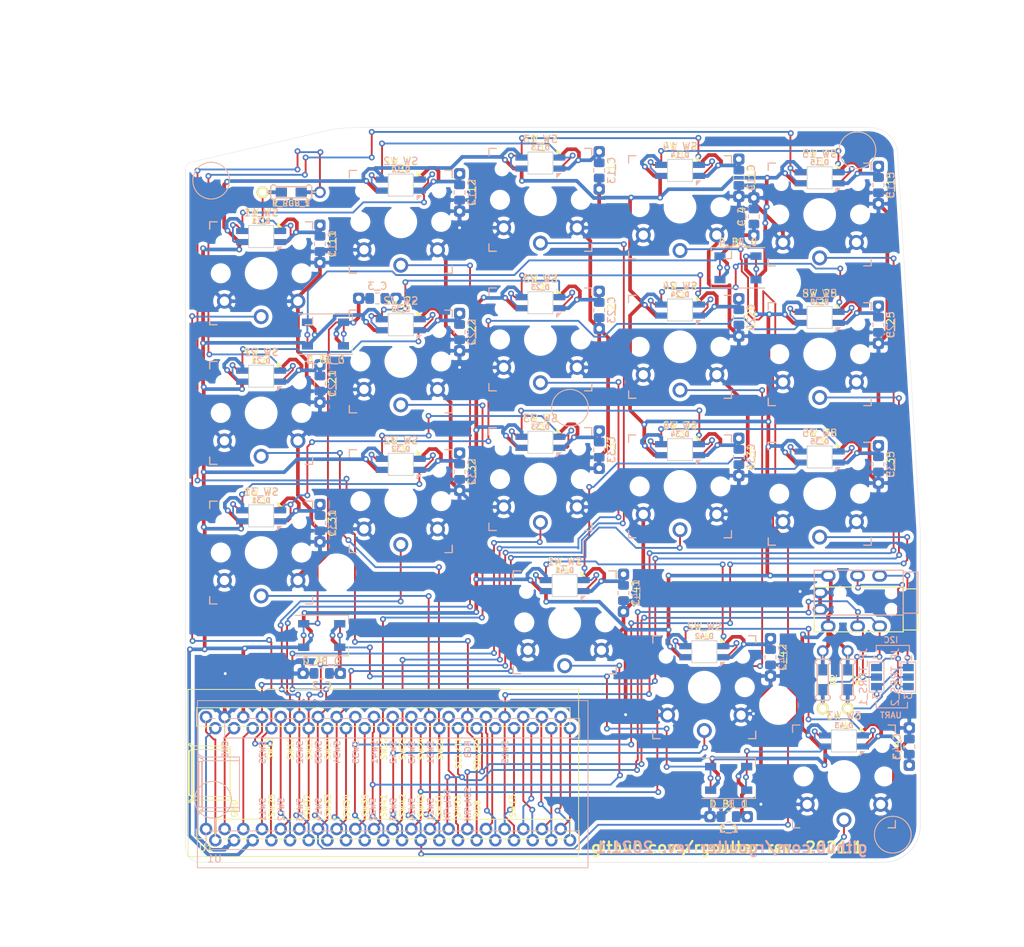
<source format=kicad_pcb>
(kicad_pcb (version 20171130) (host pcbnew "(5.1.8-0-10_14)")
  (title_block (title "Reversible Split Keyboard Half") (date 2021-02-21) (rev 2021.1) (company "Richard Goulter") (comment 3 "Smaller than 100mm x 100mm") (comment 4 "Switch footprints for Kailh PG1350 switches."))
  (layers (0 F.Cu signal) (31 B.Cu signal) (34 B.Paste user) (35 F.Paste user) (36 B.SilkS user) (37 F.SilkS user) (38 B.Mask user) (39 F.Mask user) (44 Edge.Cuts user))
  (net 0 "")
  (net 1 "Net-(C_11-Pad2)")
  (net 2 "Net-(C_12-Pad2)")
  (net 3 "Net-(C_13-Pad2)")
  (net 4 "Net-(C_14-Pad2)")
  (net 5 "Net-(C_15-Pad2)")
  (net 6 "Net-(C_21-Pad2)")
  (net 7 "Net-(C_22-Pad2)")
  (net 8 "Net-(C_23-Pad2)")
  (net 9 "Net-(C_24-Pad2)")
  (net 10 "Net-(C_25-Pad2)")
  (net 11 "Net-(C_31-Pad2)")
  (net 12 "Net-(C_32-Pad2)")
  (net 13 "Net-(C_33-Pad2)")
  (net 14 "Net-(C_34-Pad2)")
  (net 15 "Net-(C_35-Pad2)")
  (net 16 "Net-(C_41-Pad2)")
  (net 17 "Net-(C_42-Pad2)")
  (net 18 "Net-(C_43-Pad2)")
  (net 19 "Net-(D_11-Pad4)")
  (net 20 "Net-(D_11-Pad2)")
  (net 21 /3V3)
  (net 22 "Net-(D_12-Pad2)")
  (net 23 "Net-(D_13-Pad2)")
  (net 24 "Net-(D_14-Pad2)")
  (net 25 /DOUT_1)
  (net 26 "Net-(D_21-Pad2)")
  (net 27 "Net-(D_22-Pad2)")
  (net 28 "Net-(D_23-Pad2)")
  (net 29 "Net-(D_24-Pad2)")
  (net 30 /DOUT_2)
  (net 31 "Net-(D_31-Pad2)")
  (net 32 "Net-(D_32-Pad2)")
  (net 33 "Net-(D_33-Pad2)")
  (net 34 "Net-(D_34-Pad2)")
  (net 35 /DOUT_3)
  (net 36 "Net-(D_41-Pad2)")
  (net 37 "Net-(D_42-Pad2)")
  (net 38 /SCL_TX)
  (net 39 /RGB_DIN)
  (net 40 /SW11)
  (net 41 /SW12)
  (net 42 /SW13)
  (net 43 /SW14)
  (net 44 /SW15)
  (net 45 /SW21)
  (net 46 /SW22)
  (net 47 /SW23)
  (net 48 /SW24)
  (net 49 /SW25)
  (net 50 /SW31)
  (net 51 /SW32)
  (net 52 /SW33)
  (net 53 /SW34)
  (net 54 /SW35)
  (net 55 /SW41)
  (net 56 /SW42)
  (net 57 /SW43)
  (net 58 "Net-(U1-Pad5V)")
  (net 59 "Net-(U1-Pad25)")
  (net 60 "Net-(U1-Pad46)")
  (net 61 "Net-(U1-Pad3)")
  (net 62 "Net-(U1-Pad2)")
  (net 63 "Net-(U1-Pad47)")
  (net 64 "Net-(U1-Pad1)")
  (net 65 "Net-(U1-Pad48)")
  (net 66 /GND)
  (net 67 "Net-(U1-Pad5V_5V)")
  (net 68 /SDA_RX)
  (net 69 "Net-(U1-Pad26)")
  (net 70 "Net-(U1-Pad27)")
  (net 71 "Net-(U1-Pad20)")
  (net 72 "Net-(U1-Pad32)")
  (net 73 "Net-(U1-Pad33)")
  (net 74 "Net-(U1-Pad11)")
  (net 75 "Net-(U1-Pad45)")
  (net 76 /SCL_TX_r)
  (net 77 /SDA_RX_r)
  (net 78 "Net-(U1-Pad7)")
  (net 79 "Net-(C_1-Pad2)")
  (net 80 "Net-(C_2-Pad2)")
  (net 81 "Net-(C_3-Pad2)")
  (net 82 "Net-(C_4-Pad2)")
  (net 83 /DOUT_4)
  (net 84 "Net-(D_BL_1-Pad4)")
  (net 85 "Net-(D_BL_2-Pad4)")
  (net 86 "Net-(D_BL_3-Pad4)")
  (net 87 "Net-(D_BL_4-Pad4)")
  (module keyswitches:SW_PG1350_reversible (layer F.Cu) (at 110.3005 107.8615)
    (fp_text reference SW_31 (at 0 -8.255) (layer F.SilkS))
    (fp_text value SW_Push)
    (fp_text user %R (at 0 -8.255) (layer B.SilkS) (effects (justify mirror)))
    (pad "" np_thru_hole circle (at -5.5 0) (size 1.7018 1.7018) (drill 1.7018) (layers *.Cu *.Mask))
    (pad "" np_thru_hole circle (at 5.5 0) (size 1.7018 1.7018) (drill 1.7018) (layers *.Cu *.Mask))
    (pad "" np_thru_hole circle (at 5.22 -4.2) (size 0.9906 0.9906) (drill 0.9906) (layers *.Cu *.Mask))
    (pad 1 thru_hole circle (at 0 5.9) (size 2.032 2.032) (drill 1.27) (layers *.Cu *.Mask) (net 50 /SW31))
    (pad 2 thru_hole circle (at -5 3.8) (size 2.032 2.032) (drill 1.27) (layers *.Cu *.Mask) (net 66 /GND))
    (pad "" np_thru_hole circle (at 0 0) (size 3.429 3.429) (drill 3.429) (layers *.Cu *.Mask))
    (pad 2 thru_hole circle (at 5 3.8) (size 2.032 2.032) (drill 1.27) (layers *.Cu *.Mask) (net 66 /GND))
    (pad "" np_thru_hole circle (at -5.22 -4.2) (size 0.9906 0.9906) (drill 0.9906) (layers *.Cu *.Mask))
  )
  (module keyswitches:SW_PG1350_reversible (layer F.Cu) (at 151.607 117.3615)
    (fp_text reference SW_41 (at 0 -8.255) (layer F.SilkS))
    (fp_text value SW_Push)
    (fp_text user %R (at 0 -8.255) (layer B.SilkS) (effects (justify mirror)))
    (pad "" np_thru_hole circle (at -5.5 0) (size 1.7018 1.7018) (drill 1.7018) (layers *.Cu *.Mask))
    (pad "" np_thru_hole circle (at 5.5 0) (size 1.7018 1.7018) (drill 1.7018) (layers *.Cu *.Mask))
    (pad "" np_thru_hole circle (at 5.22 -4.2) (size 0.9906 0.9906) (drill 0.9906) (layers *.Cu *.Mask))
    (pad 1 thru_hole circle (at 0 5.9) (size 2.032 2.032) (drill 1.27) (layers *.Cu *.Mask) (net 55 /SW41))
    (pad 2 thru_hole circle (at -5 3.8) (size 2.032 2.032) (drill 1.27) (layers *.Cu *.Mask) (net 66 /GND))
    (pad "" np_thru_hole circle (at 0 0) (size 3.429 3.429) (drill 3.429) (layers *.Cu *.Mask))
    (pad 2 thru_hole circle (at 5 3.8) (size 2.032 2.032) (drill 1.27) (layers *.Cu *.Mask) (net 66 /GND))
    (pad "" np_thru_hole circle (at -5.22 -4.2) (size 0.9906 0.9906) (drill 0.9906) (layers *.Cu *.Mask))
  )
  (module keyswitches:SW_PG1350_reversible (layer F.Cu) (at 148.3005 97.8615)
    (fp_text reference SW_33 (at 0 -8.255) (layer F.SilkS))
    (fp_text value SW_Push)
    (fp_text user %R (at 0 -8.255) (layer B.SilkS) (effects (justify mirror)))
    (pad "" np_thru_hole circle (at -5.5 0) (size 1.7018 1.7018) (drill 1.7018) (layers *.Cu *.Mask))
    (pad "" np_thru_hole circle (at 5.5 0) (size 1.7018 1.7018) (drill 1.7018) (layers *.Cu *.Mask))
    (pad "" np_thru_hole circle (at 5.22 -4.2) (size 0.9906 0.9906) (drill 0.9906) (layers *.Cu *.Mask))
    (pad 1 thru_hole circle (at 0 5.9) (size 2.032 2.032) (drill 1.27) (layers *.Cu *.Mask) (net 52 /SW33))
    (pad 2 thru_hole circle (at -5 3.8) (size 2.032 2.032) (drill 1.27) (layers *.Cu *.Mask) (net 66 /GND))
    (pad "" np_thru_hole circle (at 0 0) (size 3.429 3.429) (drill 3.429) (layers *.Cu *.Mask))
    (pad 2 thru_hole circle (at 5 3.8) (size 2.032 2.032) (drill 1.27) (layers *.Cu *.Mask) (net 66 /GND))
    (pad "" np_thru_hole circle (at -5.22 -4.2) (size 0.9906 0.9906) (drill 0.9906) (layers *.Cu *.Mask))
  )
  (module keyswitches:SW_PG1350_reversible (layer F.Cu) (at 167.3005 60.8615)
    (fp_text reference SW_14 (at 0 -8.255) (layer F.SilkS))
    (fp_text value SW_Push)
    (fp_text user %R (at 0 -8.255) (layer B.SilkS) (effects (justify mirror)))
    (pad "" np_thru_hole circle (at -5.5 0) (size 1.7018 1.7018) (drill 1.7018) (layers *.Cu *.Mask))
    (pad "" np_thru_hole circle (at 5.5 0) (size 1.7018 1.7018) (drill 1.7018) (layers *.Cu *.Mask))
    (pad "" np_thru_hole circle (at 5.22 -4.2) (size 0.9906 0.9906) (drill 0.9906) (layers *.Cu *.Mask))
    (pad 1 thru_hole circle (at 0 5.9) (size 2.032 2.032) (drill 1.27) (layers *.Cu *.Mask) (net 43 /SW14))
    (pad 2 thru_hole circle (at -5 3.8) (size 2.032 2.032) (drill 1.27) (layers *.Cu *.Mask) (net 66 /GND))
    (pad "" np_thru_hole circle (at 0 0) (size 3.429 3.429) (drill 3.429) (layers *.Cu *.Mask))
    (pad 2 thru_hole circle (at 5 3.8) (size 2.032 2.032) (drill 1.27) (layers *.Cu *.Mask) (net 66 /GND))
    (pad "" np_thru_hole circle (at -5.22 -4.2) (size 0.9906 0.9906) (drill 0.9906) (layers *.Cu *.Mask))
  )
  (module keyswitches:SW_PG1350_reversible (layer F.Cu) (at 189.607 138.329685)
    (fp_text reference SW_43 (at 0 -8.255) (layer F.SilkS))
    (fp_text value SW_Push)
    (fp_text user %R (at 0 -8.255) (layer B.SilkS) (effects (justify mirror)))
    (pad "" np_thru_hole circle (at -5.5 0) (size 1.7018 1.7018) (drill 1.7018) (layers *.Cu *.Mask))
    (pad "" np_thru_hole circle (at 5.5 0) (size 1.7018 1.7018) (drill 1.7018) (layers *.Cu *.Mask))
    (pad "" np_thru_hole circle (at 5.22 -4.2) (size 0.9906 0.9906) (drill 0.9906) (layers *.Cu *.Mask))
    (pad 1 thru_hole circle (at 0 5.9) (size 2.032 2.032) (drill 1.27) (layers *.Cu *.Mask) (net 57 /SW43))
    (pad 2 thru_hole circle (at -5 3.8) (size 2.032 2.032) (drill 1.27) (layers *.Cu *.Mask) (net 66 /GND))
    (pad "" np_thru_hole circle (at 0 0) (size 3.429 3.429) (drill 3.429) (layers *.Cu *.Mask))
    (pad 2 thru_hole circle (at 5 3.8) (size 2.032 2.032) (drill 1.27) (layers *.Cu *.Mask) (net 66 /GND))
    (pad "" np_thru_hole circle (at -5.22 -4.2) (size 0.9906 0.9906) (drill 0.9906) (layers *.Cu *.Mask))
  )
  (module keyswitches:SW_PG1350_reversible (layer F.Cu) (at 170.607 126.181906)
    (fp_text reference SW_42 (at 0 -8.255) (layer F.SilkS))
    (fp_text value SW_Push)
    (fp_text user %R (at 0 -8.255) (layer B.SilkS) (effects (justify mirror)))
    (pad "" np_thru_hole circle (at -5.5 0) (size 1.7018 1.7018) (drill 1.7018) (layers *.Cu *.Mask))
    (pad "" np_thru_hole circle (at 5.5 0) (size 1.7018 1.7018) (drill 1.7018) (layers *.Cu *.Mask))
    (pad "" np_thru_hole circle (at 5.22 -4.2) (size 0.9906 0.9906) (drill 0.9906) (layers *.Cu *.Mask))
    (pad 1 thru_hole circle (at 0 5.9) (size 2.032 2.032) (drill 1.27) (layers *.Cu *.Mask) (net 56 /SW42))
    (pad 2 thru_hole circle (at -5 3.8) (size 2.032 2.032) (drill 1.27) (layers *.Cu *.Mask) (net 66 /GND))
    (pad "" np_thru_hole circle (at 0 0) (size 3.429 3.429) (drill 3.429) (layers *.Cu *.Mask))
    (pad 2 thru_hole circle (at 5 3.8) (size 2.032 2.032) (drill 1.27) (layers *.Cu *.Mask) (net 66 /GND))
    (pad "" np_thru_hole circle (at -5.22 -4.2) (size 0.9906 0.9906) (drill 0.9906) (layers *.Cu *.Mask))
  )
  (module keyswitches:SW_PG1350_reversible (layer F.Cu) (at 186.3005 99.8615)
    (fp_text reference SW_35 (at 0 -8.255) (layer F.SilkS))
    (fp_text value SW_Push)
    (fp_text user %R (at 0 -8.255) (layer B.SilkS) (effects (justify mirror)))
    (pad "" np_thru_hole circle (at -5.5 0) (size 1.7018 1.7018) (drill 1.7018) (layers *.Cu *.Mask))
    (pad "" np_thru_hole circle (at 5.5 0) (size 1.7018 1.7018) (drill 1.7018) (layers *.Cu *.Mask))
    (pad "" np_thru_hole circle (at 5.22 -4.2) (size 0.9906 0.9906) (drill 0.9906) (layers *.Cu *.Mask))
    (pad 1 thru_hole circle (at 0 5.9) (size 2.032 2.032) (drill 1.27) (layers *.Cu *.Mask) (net 54 /SW35))
    (pad 2 thru_hole circle (at -5 3.8) (size 2.032 2.032) (drill 1.27) (layers *.Cu *.Mask) (net 66 /GND))
    (pad "" np_thru_hole circle (at 0 0) (size 3.429 3.429) (drill 3.429) (layers *.Cu *.Mask))
    (pad 2 thru_hole circle (at 5 3.8) (size 2.032 2.032) (drill 1.27) (layers *.Cu *.Mask) (net 66 /GND))
    (pad "" np_thru_hole circle (at -5.22 -4.2) (size 0.9906 0.9906) (drill 0.9906) (layers *.Cu *.Mask))
  )
  (module keyswitches:SW_PG1350_reversible (layer F.Cu) (at 167.3005 98.8615)
    (fp_text reference SW_34 (at 0 -8.255) (layer F.SilkS))
    (fp_text value SW_Push)
    (fp_text user %R (at 0 -8.255) (layer B.SilkS) (effects (justify mirror)))
    (pad "" np_thru_hole circle (at -5.5 0) (size 1.7018 1.7018) (drill 1.7018) (layers *.Cu *.Mask))
    (pad "" np_thru_hole circle (at 5.5 0) (size 1.7018 1.7018) (drill 1.7018) (layers *.Cu *.Mask))
    (pad "" np_thru_hole circle (at 5.22 -4.2) (size 0.9906 0.9906) (drill 0.9906) (layers *.Cu *.Mask))
    (pad 1 thru_hole circle (at 0 5.9) (size 2.032 2.032) (drill 1.27) (layers *.Cu *.Mask) (net 53 /SW34))
    (pad 2 thru_hole circle (at -5 3.8) (size 2.032 2.032) (drill 1.27) (layers *.Cu *.Mask) (net 66 /GND))
    (pad "" np_thru_hole circle (at 0 0) (size 3.429 3.429) (drill 3.429) (layers *.Cu *.Mask))
    (pad 2 thru_hole circle (at 5 3.8) (size 2.032 2.032) (drill 1.27) (layers *.Cu *.Mask) (net 66 /GND))
    (pad "" np_thru_hole circle (at -5.22 -4.2) (size 0.9906 0.9906) (drill 0.9906) (layers *.Cu *.Mask))
  )
  (module keyswitches:SW_PG1350_reversible (layer F.Cu) (at 129.3005 100.8615)
    (fp_text reference SW_32 (at 0 -8.255) (layer F.SilkS))
    (fp_text value SW_Push)
    (fp_text user %R (at 0 -8.255) (layer B.SilkS) (effects (justify mirror)))
    (pad "" np_thru_hole circle (at -5.5 0) (size 1.7018 1.7018) (drill 1.7018) (layers *.Cu *.Mask))
    (pad "" np_thru_hole circle (at 5.5 0) (size 1.7018 1.7018) (drill 1.7018) (layers *.Cu *.Mask))
    (pad "" np_thru_hole circle (at 5.22 -4.2) (size 0.9906 0.9906) (drill 0.9906) (layers *.Cu *.Mask))
    (pad 1 thru_hole circle (at 0 5.9) (size 2.032 2.032) (drill 1.27) (layers *.Cu *.Mask) (net 51 /SW32))
    (pad 2 thru_hole circle (at -5 3.8) (size 2.032 2.032) (drill 1.27) (layers *.Cu *.Mask) (net 66 /GND))
    (pad "" np_thru_hole circle (at 0 0) (size 3.429 3.429) (drill 3.429) (layers *.Cu *.Mask))
    (pad 2 thru_hole circle (at 5 3.8) (size 2.032 2.032) (drill 1.27) (layers *.Cu *.Mask) (net 66 /GND))
    (pad "" np_thru_hole circle (at -5.22 -4.2) (size 0.9906 0.9906) (drill 0.9906) (layers *.Cu *.Mask))
  )
  (module keyswitches:SW_PG1350_reversible (layer F.Cu) (at 186.3005 80.8615)
    (fp_text reference SW_25 (at 0 -8.255) (layer F.SilkS))
    (fp_text value SW_Push)
    (fp_text user %R (at 0 -8.255) (layer B.SilkS) (effects (justify mirror)))
    (pad "" np_thru_hole circle (at -5.5 0) (size 1.7018 1.7018) (drill 1.7018) (layers *.Cu *.Mask))
    (pad "" np_thru_hole circle (at 5.5 0) (size 1.7018 1.7018) (drill 1.7018) (layers *.Cu *.Mask))
    (pad "" np_thru_hole circle (at 5.22 -4.2) (size 0.9906 0.9906) (drill 0.9906) (layers *.Cu *.Mask))
    (pad 1 thru_hole circle (at 0 5.9) (size 2.032 2.032) (drill 1.27) (layers *.Cu *.Mask) (net 49 /SW25))
    (pad 2 thru_hole circle (at -5 3.8) (size 2.032 2.032) (drill 1.27) (layers *.Cu *.Mask) (net 66 /GND))
    (pad "" np_thru_hole circle (at 0 0) (size 3.429 3.429) (drill 3.429) (layers *.Cu *.Mask))
    (pad 2 thru_hole circle (at 5 3.8) (size 2.032 2.032) (drill 1.27) (layers *.Cu *.Mask) (net 66 /GND))
    (pad "" np_thru_hole circle (at -5.22 -4.2) (size 0.9906 0.9906) (drill 0.9906) (layers *.Cu *.Mask))
  )
  (module keyswitches:SW_PG1350_reversible (layer F.Cu) (at 167.3005 79.8615)
    (fp_text reference SW_24 (at 0 -8.255) (layer F.SilkS))
    (fp_text value SW_Push)
    (fp_text user %R (at 0 -8.255) (layer B.SilkS) (effects (justify mirror)))
    (pad "" np_thru_hole circle (at -5.5 0) (size 1.7018 1.7018) (drill 1.7018) (layers *.Cu *.Mask))
    (pad "" np_thru_hole circle (at 5.5 0) (size 1.7018 1.7018) (drill 1.7018) (layers *.Cu *.Mask))
    (pad "" np_thru_hole circle (at 5.22 -4.2) (size 0.9906 0.9906) (drill 0.9906) (layers *.Cu *.Mask))
    (pad 1 thru_hole circle (at 0 5.9) (size 2.032 2.032) (drill 1.27) (layers *.Cu *.Mask) (net 48 /SW24))
    (pad 2 thru_hole circle (at -5 3.8) (size 2.032 2.032) (drill 1.27) (layers *.Cu *.Mask) (net 66 /GND))
    (pad "" np_thru_hole circle (at 0 0) (size 3.429 3.429) (drill 3.429) (layers *.Cu *.Mask))
    (pad 2 thru_hole circle (at 5 3.8) (size 2.032 2.032) (drill 1.27) (layers *.Cu *.Mask) (net 66 /GND))
    (pad "" np_thru_hole circle (at -5.22 -4.2) (size 0.9906 0.9906) (drill 0.9906) (layers *.Cu *.Mask))
  )
  (module keyswitches:SW_PG1350_reversible (layer F.Cu) (at 148.3005 78.8615)
    (fp_text reference SW_23 (at 0 -8.255) (layer F.SilkS))
    (fp_text value SW_Push)
    (fp_text user %R (at 0 -8.255) (layer B.SilkS) (effects (justify mirror)))
    (pad "" np_thru_hole circle (at -5.5 0) (size 1.7018 1.7018) (drill 1.7018) (layers *.Cu *.Mask))
    (pad "" np_thru_hole circle (at 5.5 0) (size 1.7018 1.7018) (drill 1.7018) (layers *.Cu *.Mask))
    (pad "" np_thru_hole circle (at 5.22 -4.2) (size 0.9906 0.9906) (drill 0.9906) (layers *.Cu *.Mask))
    (pad 1 thru_hole circle (at 0 5.9) (size 2.032 2.032) (drill 1.27) (layers *.Cu *.Mask) (net 47 /SW23))
    (pad 2 thru_hole circle (at -5 3.8) (size 2.032 2.032) (drill 1.27) (layers *.Cu *.Mask) (net 66 /GND))
    (pad "" np_thru_hole circle (at 0 0) (size 3.429 3.429) (drill 3.429) (layers *.Cu *.Mask))
    (pad 2 thru_hole circle (at 5 3.8) (size 2.032 2.032) (drill 1.27) (layers *.Cu *.Mask) (net 66 /GND))
    (pad "" np_thru_hole circle (at -5.22 -4.2) (size 0.9906 0.9906) (drill 0.9906) (layers *.Cu *.Mask))
  )
  (module keyswitches:SW_PG1350_reversible (layer F.Cu) (at 129.3005 81.8615)
    (fp_text reference SW_22 (at 0 -8.255) (layer F.SilkS))
    (fp_text value SW_Push)
    (fp_text user %R (at 0 -8.255) (layer B.SilkS) (effects (justify mirror)))
    (pad "" np_thru_hole circle (at -5.5 0) (size 1.7018 1.7018) (drill 1.7018) (layers *.Cu *.Mask))
    (pad "" np_thru_hole circle (at 5.5 0) (size 1.7018 1.7018) (drill 1.7018) (layers *.Cu *.Mask))
    (pad "" np_thru_hole circle (at 5.22 -4.2) (size 0.9906 0.9906) (drill 0.9906) (layers *.Cu *.Mask))
    (pad 1 thru_hole circle (at 0 5.9) (size 2.032 2.032) (drill 1.27) (layers *.Cu *.Mask) (net 46 /SW22))
    (pad 2 thru_hole circle (at -5 3.8) (size 2.032 2.032) (drill 1.27) (layers *.Cu *.Mask) (net 66 /GND))
    (pad "" np_thru_hole circle (at 0 0) (size 3.429 3.429) (drill 3.429) (layers *.Cu *.Mask))
    (pad 2 thru_hole circle (at 5 3.8) (size 2.032 2.032) (drill 1.27) (layers *.Cu *.Mask) (net 66 /GND))
    (pad "" np_thru_hole circle (at -5.22 -4.2) (size 0.9906 0.9906) (drill 0.9906) (layers *.Cu *.Mask))
  )
  (module keyswitches:SW_PG1350_reversible (layer F.Cu) (at 110.3005 88.8615)
    (fp_text reference SW_21 (at 0 -8.255) (layer F.SilkS))
    (fp_text value SW_Push)
    (fp_text user %R (at 0 -8.255) (layer B.SilkS) (effects (justify mirror)))
    (pad "" np_thru_hole circle (at -5.5 0) (size 1.7018 1.7018) (drill 1.7018) (layers *.Cu *.Mask))
    (pad "" np_thru_hole circle (at 5.5 0) (size 1.7018 1.7018) (drill 1.7018) (layers *.Cu *.Mask))
    (pad "" np_thru_hole circle (at 5.22 -4.2) (size 0.9906 0.9906) (drill 0.9906) (layers *.Cu *.Mask))
    (pad 1 thru_hole circle (at 0 5.9) (size 2.032 2.032) (drill 1.27) (layers *.Cu *.Mask) (net 45 /SW21))
    (pad 2 thru_hole circle (at -5 3.8) (size 2.032 2.032) (drill 1.27) (layers *.Cu *.Mask) (net 66 /GND))
    (pad "" np_thru_hole circle (at 0 0) (size 3.429 3.429) (drill 3.429) (layers *.Cu *.Mask))
    (pad 2 thru_hole circle (at 5 3.8) (size 2.032 2.032) (drill 1.27) (layers *.Cu *.Mask) (net 66 /GND))
    (pad "" np_thru_hole circle (at -5.22 -4.2) (size 0.9906 0.9906) (drill 0.9906) (layers *.Cu *.Mask))
  )
  (module keyswitches:SW_PG1350_reversible (layer F.Cu) (at 186.3005 61.8615)
    (fp_text reference SW_15 (at 0 -8.255) (layer F.SilkS))
    (fp_text value SW_Push)
    (fp_text user %R (at 0 -8.255) (layer B.SilkS) (effects (justify mirror)))
    (pad "" np_thru_hole circle (at -5.5 0) (size 1.7018 1.7018) (drill 1.7018) (layers *.Cu *.Mask))
    (pad "" np_thru_hole circle (at 5.5 0) (size 1.7018 1.7018) (drill 1.7018) (layers *.Cu *.Mask))
    (pad "" np_thru_hole circle (at 5.22 -4.2) (size 0.9906 0.9906) (drill 0.9906) (layers *.Cu *.Mask))
    (pad 1 thru_hole circle (at 0 5.9) (size 2.032 2.032) (drill 1.27) (layers *.Cu *.Mask) (net 44 /SW15))
    (pad 2 thru_hole circle (at -5 3.8) (size 2.032 2.032) (drill 1.27) (layers *.Cu *.Mask) (net 66 /GND))
    (pad "" np_thru_hole circle (at 0 0) (size 3.429 3.429) (drill 3.429) (layers *.Cu *.Mask))
    (pad 2 thru_hole circle (at 5 3.8) (size 2.032 2.032) (drill 1.27) (layers *.Cu *.Mask) (net 66 /GND))
    (pad "" np_thru_hole circle (at -5.22 -4.2) (size 0.9906 0.9906) (drill 0.9906) (layers *.Cu *.Mask))
  )
  (module keyswitches:SW_PG1350_reversible (layer F.Cu) (at 148.3005 59.8615)
    (fp_text reference SW_13 (at 0 -8.255) (layer F.SilkS))
    (fp_text value SW_Push)
    (fp_text user %R (at 0 -8.255) (layer B.SilkS) (effects (justify mirror)))
    (pad "" np_thru_hole circle (at -5.5 0) (size 1.7018 1.7018) (drill 1.7018) (layers *.Cu *.Mask))
    (pad "" np_thru_hole circle (at 5.5 0) (size 1.7018 1.7018) (drill 1.7018) (layers *.Cu *.Mask))
    (pad "" np_thru_hole circle (at 5.22 -4.2) (size 0.9906 0.9906) (drill 0.9906) (layers *.Cu *.Mask))
    (pad 1 thru_hole circle (at 0 5.9) (size 2.032 2.032) (drill 1.27) (layers *.Cu *.Mask) (net 42 /SW13))
    (pad 2 thru_hole circle (at -5 3.8) (size 2.032 2.032) (drill 1.27) (layers *.Cu *.Mask) (net 66 /GND))
    (pad "" np_thru_hole circle (at 0 0) (size 3.429 3.429) (drill 3.429) (layers *.Cu *.Mask))
    (pad 2 thru_hole circle (at 5 3.8) (size 2.032 2.032) (drill 1.27) (layers *.Cu *.Mask) (net 66 /GND))
    (pad "" np_thru_hole circle (at -5.22 -4.2) (size 0.9906 0.9906) (drill 0.9906) (layers *.Cu *.Mask))
  )
  (module keyswitches:SW_PG1350_reversible (layer F.Cu) (at 129.3005 62.8615)
    (fp_text reference SW_12 (at 0 -8.255) (layer F.SilkS))
    (fp_text value SW_Push)
    (fp_text user %R (at 0 -8.255) (layer B.SilkS) (effects (justify mirror)))
    (pad "" np_thru_hole circle (at -5.5 0) (size 1.7018 1.7018) (drill 1.7018) (layers *.Cu *.Mask))
    (pad "" np_thru_hole circle (at 5.5 0) (size 1.7018 1.7018) (drill 1.7018) (layers *.Cu *.Mask))
    (pad "" np_thru_hole circle (at 5.22 -4.2) (size 0.9906 0.9906) (drill 0.9906) (layers *.Cu *.Mask))
    (pad 1 thru_hole circle (at 0 5.9) (size 2.032 2.032) (drill 1.27) (layers *.Cu *.Mask) (net 41 /SW12))
    (pad 2 thru_hole circle (at -5 3.8) (size 2.032 2.032) (drill 1.27) (layers *.Cu *.Mask) (net 66 /GND))
    (pad "" np_thru_hole circle (at 0 0) (size 3.429 3.429) (drill 3.429) (layers *.Cu *.Mask))
    (pad 2 thru_hole circle (at 5 3.8) (size 2.032 2.032) (drill 1.27) (layers *.Cu *.Mask) (net 66 /GND))
    (pad "" np_thru_hole circle (at -5.22 -4.2) (size 0.9906 0.9906) (drill 0.9906) (layers *.Cu *.Mask))
  )
  (module keyswitches:SW_PG1350_reversible (layer F.Cu) (at 110.3005 69.8615)
    (fp_text reference SW_11 (at 0 -8.255) (layer F.SilkS))
    (fp_text value SW_Push)
    (fp_text user %R (at 0 -8.255) (layer B.SilkS) (effects (justify mirror)))
    (pad "" np_thru_hole circle (at -5.5 0) (size 1.7018 1.7018) (drill 1.7018) (layers *.Cu *.Mask))
    (pad "" np_thru_hole circle (at 5.5 0) (size 1.7018 1.7018) (drill 1.7018) (layers *.Cu *.Mask))
    (pad "" np_thru_hole circle (at 5.22 -4.2) (size 0.9906 0.9906) (drill 0.9906) (layers *.Cu *.Mask))
    (pad 1 thru_hole circle (at 0 5.9) (size 2.032 2.032) (drill 1.27) (layers *.Cu *.Mask) (net 40 /SW11))
    (pad 2 thru_hole circle (at -5 3.8) (size 2.032 2.032) (drill 1.27) (layers *.Cu *.Mask) (net 66 /GND))
    (pad "" np_thru_hole circle (at 0 0) (size 3.429 3.429) (drill 3.429) (layers *.Cu *.Mask))
    (pad 2 thru_hole circle (at 5 3.8) (size 2.032 2.032) (drill 1.27) (layers *.Cu *.Mask) (net 66 /GND))
    (pad "" np_thru_hole circle (at -5.22 -4.2) (size 0.9906 0.9906) (drill 0.9906) (layers *.Cu *.Mask))
  )
  (module ProjectLocal:WeAct_MiniF4_ZigZag (layer F.Cu) (at 102.794 145.484 90)
    (fp_text reference U1 (at -2.54 0) (layer F.SilkS))
    (fp_text value MiniF4 hide)
    (fp_text user %R (at -4.06146 1.14554) (layer B.SilkS) (effects (justify mirror)))
    (pad 5V thru_hole circle (at -1.52146 1.27254 270) (size 1.7 1.7) (drill 1) (layers *.Cu *.Mask) (net 58 "Net-(U1-Pad5V)"))
    (pad 25 thru_hole circle (at 13.71854 1.27254 270) (size 1.7 1.7) (drill 1) (layers *.Cu *.Mask) (net 59 "Net-(U1-Pad25)"))
    (pad 23 thru_hole circle (at -1.52146 3.81254 270) (size 1.7 1.7) (drill 1) (layers *.Cu *.Mask) (net 66 /GND))
    (pad 26 thru_hole circle (at 13.71854 3.81254 270) (size 1.7 1.7) (drill 1) (layers *.Cu *.Mask) (net 69 "Net-(U1-Pad26)"))
    (pad 24 thru_hole circle (at -1.52146 6.35254 270) (size 1.7 1.7) (drill 1) (layers *.Cu *.Mask) (net 21 /3V3))
    (pad 27 thru_hole circle (at 13.71854 6.35254 270) (size 1.7 1.7) (drill 1) (layers *.Cu *.Mask) (net 70 "Net-(U1-Pad27)"))
    (pad 21 thru_hole circle (at -1.52146 8.89254 270) (size 1.7 1.7) (drill 1) (layers *.Cu *.Mask) (net 49 /SW25))
    (pad 28 thru_hole circle (at 13.71854 8.89254 270) (size 1.7 1.7) (drill 1) (layers *.Cu *.Mask) (net 40 /SW11))
    (pad 20 thru_hole circle (at -1.52146 11.43254 270) (size 1.7 1.7) (drill 1) (layers *.Cu *.Mask) (net 71 "Net-(U1-Pad20)"))
    (pad 29 thru_hole circle (at 13.71854 11.43254 270) (size 1.7 1.7) (drill 1) (layers *.Cu *.Mask) (net 41 /SW12))
    (pad 19 thru_hole circle (at -1.52146 13.97254 270) (size 1.7 1.7) (drill 1) (layers *.Cu *.Mask) (net 51 /SW32))
    (pad 30 thru_hole circle (at 13.71854 13.97254 270) (size 1.7 1.7) (drill 1) (layers *.Cu *.Mask) (net 42 /SW13))
    (pad 18 thru_hole circle (at -1.52146 16.51254 270) (size 1.7 1.7) (drill 1) (layers *.Cu *.Mask) (net 52 /SW33))
    (pad 31 thru_hole circle (at 13.71854 16.51254 270) (size 1.7 1.7) (drill 1) (layers *.Cu *.Mask) (net 43 /SW14))
    (pad 17 thru_hole circle (at -1.52146 19.05254 270) (size 1.7 1.7) (drill 1) (layers *.Cu *.Mask) (net 53 /SW34))
    (pad 32 thru_hole circle (at 13.71854 19.05254 270) (size 1.7 1.7) (drill 1) (layers *.Cu *.Mask) (net 72 "Net-(U1-Pad32)"))
    (pad 16 thru_hole circle (at -1.52146 21.59254 270) (size 1.7 1.7) (drill 1) (layers *.Cu *.Mask) (net 54 /SW35))
    (pad 33 thru_hole circle (at 13.71854 21.59254 270) (size 1.7 1.7) (drill 1) (layers *.Cu *.Mask) (net 73 "Net-(U1-Pad33)"))
    (pad 15 thru_hole circle (at -1.52146 24.13254 270) (size 1.7 1.7) (drill 1) (layers *.Cu *.Mask) (net 55 /SW41))
    (pad 38 thru_hole circle (at 13.71854 24.13254 270) (size 1.7 1.7) (drill 1) (layers *.Cu *.Mask) (net 46 /SW22))
    (pad 14 thru_hole circle (at -1.52146 26.67254 270) (size 1.7 1.7) (drill 1) (layers *.Cu *.Mask) (net 56 /SW42))
    (pad 39 thru_hole circle (at 13.71854 26.67254 270) (size 1.7 1.7) (drill 1) (layers *.Cu *.Mask) (net 47 /SW23))
    (pad 13 thru_hole circle (at -1.52146 29.21254 270) (size 1.7 1.7) (drill 1) (layers *.Cu *.Mask) (net 57 /SW43))
    (pad 40 thru_hole circle (at 13.71854 29.21254 270) (size 1.7 1.7) (drill 1) (layers *.Cu *.Mask) (net 48 /SW24))
    (pad 12 thru_hole circle (at -1.52146 31.75254 270) (size 1.7 1.7) (drill 1) (layers *.Cu *.Mask) (net 50 /SW31))
    (pad 41 thru_hole circle (at 13.71854 31.75254 270) (size 1.7 1.7) (drill 1) (layers *.Cu *.Mask) (net 45 /SW21))
    (pad 11 thru_hole circle (at -1.52146 34.29254 270) (size 1.7 1.7) (drill 1) (layers *.Cu *.Mask) (net 74 "Net-(U1-Pad11)"))
    (pad 42 thru_hole circle (at 13.71854 34.29254 270) (size 1.7 1.7) (drill 1) (layers *.Cu *.Mask) (net 38 /SCL_TX))
    (pad 10 thru_hole circle (at -1.52146 36.83254 270) (size 1.7 1.7) (drill 1) (layers *.Cu *.Mask) (net 39 /RGB_DIN))
    (pad 43 thru_hole circle (at 13.71854 36.83254 270) (size 1.7 1.7) (drill 1) (layers *.Cu *.Mask) (net 68 /SDA_RX))
    (pad 7 thru_hole circle (at -1.52146 39.37254 270) (size 1.7 1.7) (drill 1) (layers *.Cu *.Mask) (net 78 "Net-(U1-Pad7)"))
    (pad 45 thru_hole circle (at 13.71854 39.37254 270) (size 1.7 1.7) (drill 1) (layers *.Cu *.Mask) (net 75 "Net-(U1-Pad45)"))
    (pad 4 thru_hole circle (at -1.52146 41.91254 270) (size 1.7 1.7) (drill 1) (layers *.Cu *.Mask) (net 44 /SW15))
    (pad 46 thru_hole circle (at 13.71854 41.91254 270) (size 1.7 1.7) (drill 1) (layers *.Cu *.Mask) (net 60 "Net-(U1-Pad46)"))
    (pad 3 thru_hole circle (at -1.52146 44.45254 270) (size 1.7 1.7) (drill 1) (layers *.Cu *.Mask) (net 61 "Net-(U1-Pad3)"))
    (pad 5V_5V thru_hole circle (at 13.71854 44.45254 270) (size 1.7 1.7) (drill 1) (layers *.Cu *.Mask) (net 67 "Net-(U1-Pad5V_5V)"))
    (pad 2 thru_hole circle (at -1.52146 46.99254 270) (size 1.7 1.7) (drill 1) (layers *.Cu *.Mask) (net 62 "Net-(U1-Pad2)"))
    (pad 47 thru_hole circle (at 13.71854 46.99254 270) (size 1.7 1.7) (drill 1) (layers *.Cu *.Mask) (net 63 "Net-(U1-Pad47)"))
    (pad 1 thru_hole circle (at -1.52146 49.53254 270) (size 1.7 1.7) (drill 1) (layers *.Cu *.Mask) (net 64 "Net-(U1-Pad1)"))
    (pad 48 thru_hole circle (at 13.71854 49.53254 270) (size 1.7 1.7) (drill 1) (layers *.Cu *.Mask) (net 65 "Net-(U1-Pad48)"))
    (pad 5V thru_hole circle (at 15.24 0 90) (size 1.7 1.7) (drill 1) (layers *.Cu *.Mask) (net 58 "Net-(U1-Pad5V)"))
    (pad 25 thru_hole circle (at 0 0 90) (size 1.7 1.7) (drill 1) (layers *.Cu *.Mask) (net 59 "Net-(U1-Pad25)"))
    (pad 23 thru_hole circle (at 15.24 2.54 90) (size 1.7 1.7) (drill 1) (layers *.Cu *.Mask) (net 66 /GND))
    (pad 26 thru_hole circle (at 0 2.54 90) (size 1.7 1.7) (drill 1) (layers *.Cu *.Mask) (net 69 "Net-(U1-Pad26)"))
    (pad 24 thru_hole circle (at 15.24 5.08 90) (size 1.7 1.7) (drill 1) (layers *.Cu *.Mask) (net 21 /3V3))
    (pad 27 thru_hole circle (at 0 5.08 90) (size 1.7 1.7) (drill 1) (layers *.Cu *.Mask) (net 70 "Net-(U1-Pad27)"))
    (pad 21 thru_hole circle (at 15.24 7.62 90) (size 1.7 1.7) (drill 1) (layers *.Cu *.Mask) (net 49 /SW25))
    (pad 28 thru_hole circle (at 0 7.62 90) (size 1.7 1.7) (drill 1) (layers *.Cu *.Mask) (net 40 /SW11))
    (pad 20 thru_hole circle (at 15.24 10.16 90) (size 1.7 1.7) (drill 1) (layers *.Cu *.Mask) (net 71 "Net-(U1-Pad20)"))
    (pad 29 thru_hole circle (at 0 10.16 90) (size 1.7 1.7) (drill 1) (layers *.Cu *.Mask) (net 41 /SW12))
    (pad 19 thru_hole circle (at 15.24 12.7 90) (size 1.7 1.7) (drill 1) (layers *.Cu *.Mask) (net 51 /SW32))
    (pad 30 thru_hole circle (at 0 12.7 90) (size 1.7 1.7) (drill 1) (layers *.Cu *.Mask) (net 42 /SW13))
    (pad 18 thru_hole circle (at 15.24 15.24 90) (size 1.7 1.7) (drill 1) (layers *.Cu *.Mask) (net 52 /SW33))
    (pad 31 thru_hole circle (at 0 15.24 90) (size 1.7 1.7) (drill 1) (layers *.Cu *.Mask) (net 43 /SW14))
    (pad 17 thru_hole circle (at 15.24 17.78 90) (size 1.7 1.7) (drill 1) (layers *.Cu *.Mask) (net 53 /SW34))
    (pad 32 thru_hole circle (at 0 17.78 90) (size 1.7 1.7) (drill 1) (layers *.Cu *.Mask) (net 72 "Net-(U1-Pad32)"))
    (pad 16 thru_hole circle (at 15.24 20.32 90) (size 1.7 1.7) (drill 1) (layers *.Cu *.Mask) (net 54 /SW35))
    (pad 33 thru_hole circle (at 0 20.32 90) (size 1.7 1.7) (drill 1) (layers *.Cu *.Mask) (net 73 "Net-(U1-Pad33)"))
    (pad 15 thru_hole circle (at 15.24 22.86 90) (size 1.7 1.7) (drill 1) (layers *.Cu *.Mask) (net 55 /SW41))
    (pad 38 thru_hole circle (at 0 22.86 90) (size 1.7 1.7) (drill 1) (layers *.Cu *.Mask) (net 46 /SW22))
    (pad 14 thru_hole circle (at 15.24 25.4 90) (size 1.7 1.7) (drill 1) (layers *.Cu *.Mask) (net 56 /SW42))
    (pad 39 thru_hole circle (at 0 25.4 90) (size 1.7 1.7) (drill 1) (layers *.Cu *.Mask) (net 47 /SW23))
    (pad 13 thru_hole circle (at 15.24 27.94 90) (size 1.7 1.7) (drill 1) (layers *.Cu *.Mask) (net 57 /SW43))
    (pad 40 thru_hole circle (at 0 27.94 90) (size 1.7 1.7) (drill 1) (layers *.Cu *.Mask) (net 48 /SW24))
    (pad 12 thru_hole circle (at 15.24 30.48 90) (size 1.7 1.7) (drill 1) (layers *.Cu *.Mask) (net 50 /SW31))
    (pad 41 thru_hole circle (at 0 30.48 90) (size 1.7 1.7) (drill 1) (layers *.Cu *.Mask) (net 45 /SW21))
    (pad 11 thru_hole circle (at 15.24 33.02 90) (size 1.7 1.7) (drill 1) (layers *.Cu *.Mask) (net 74 "Net-(U1-Pad11)"))
    (pad 42 thru_hole circle (at 0 33.02 90) (size 1.7 1.7) (drill 1) (layers *.Cu *.Mask) (net 38 /SCL_TX))
    (pad 10 thru_hole circle (at 15.24 35.56 90) (size 1.7 1.7) (drill 1) (layers *.Cu *.Mask) (net 39 /RGB_DIN))
    (pad 43 thru_hole circle (at 0 35.56 90) (size 1.7 1.7) (drill 1) (layers *.Cu *.Mask) (net 68 /SDA_RX))
    (pad 7 thru_hole circle (at 15.24 38.1 90) (size 1.7 1.7) (drill 1) (layers *.Cu *.Mask) (net 78 "Net-(U1-Pad7)"))
    (pad 45 thru_hole circle (at 0 38.1 90) (size 1.7 1.7) (drill 1) (layers *.Cu *.Mask) (net 75 "Net-(U1-Pad45)"))
    (pad 4 thru_hole circle (at 15.24 40.64 90) (size 1.7 1.7) (drill 1) (layers *.Cu *.Mask) (net 44 /SW15))
    (pad 46 thru_hole circle (at 0 40.64 90) (size 1.7 1.7) (drill 1) (layers *.Cu *.Mask) (net 60 "Net-(U1-Pad46)"))
    (pad 3 thru_hole circle (at 15.24 43.18 90) (size 1.7 1.7) (drill 1) (layers *.Cu *.Mask) (net 61 "Net-(U1-Pad3)"))
    (pad 5V_5V thru_hole circle (at 0 43.18 90) (size 1.7 1.7) (drill 1) (layers *.Cu *.Mask) (net 67 "Net-(U1-Pad5V_5V)"))
    (pad 2 thru_hole circle (at 15.24 45.72 90) (size 1.7 1.7) (drill 1) (layers *.Cu *.Mask) (net 62 "Net-(U1-Pad2)"))
    (pad 47 thru_hole circle (at 0 45.72 90) (size 1.7 1.7) (drill 1) (layers *.Cu *.Mask) (net 63 "Net-(U1-Pad47)"))
    (pad 1 thru_hole circle (at 15.24 48.26 90) (size 1.7 1.7) (drill 1) (layers *.Cu *.Mask) (net 64 "Net-(U1-Pad1)"))
    (pad 48 thru_hole circle (at 0 48.26 90) (size 1.7 1.7) (drill 1) (layers *.Cu *.Mask) (net 65 "Net-(U1-Pad48)"))
  )
  (module ProjectLocal:Resistor-Hybrid (layer F.Cu) (at 114.398 58.832)
    (fp_text reference R_RGB_1 (at -0.0254 1.5) (layer F.SilkS) (effects (font (size 0.8 0.8))))
    (fp_text value "300 - 500R" hide)
    (fp_text user %R (at 0 1.524) (layer B.SilkS) (effects (font (size 0.8 0.8)) (justify mirror)))
    (pad 1 smd rect (at 2.5 0) (size 2.9 0.5) (layers F.Cu) (net 39 /RGB_DIN))
    (pad 2 smd rect (at -2.5 0) (size 2.9 0.5) (layers F.Cu) (net 19 "Net-(D_11-Pad4)"))
    (pad 1 thru_hole circle (at 3.9 0) (size 1.6 1.6) (drill 1) (layers *.Cu *.Mask) (net 39 /RGB_DIN))
    (pad 2 thru_hole circle (at -3.9 0) (size 1.6 1.6) (drill 1) (layers *.Cu *.Mask F.SilkS) (net 19 "Net-(D_11-Pad4)"))
    (pad 2 smd rect (at -1.35 0) (size 1.5 1.2) (layers F.Cu F.Paste F.Mask) (net 19 "Net-(D_11-Pad4)"))
    (pad 1 smd rect (at 1.35 0) (size 1.5 1.2) (layers F.Cu F.Paste F.Mask) (net 39 /RGB_DIN))
    (pad 1 smd rect (at 2.5 0) (size 2.9 0.5) (layers B.Cu) (net 39 /RGB_DIN))
    (pad 1 smd rect (at 1.35 0) (size 1.5 1.2) (layers B.Cu B.Paste B.Mask) (net 39 /RGB_DIN))
    (pad 2 smd rect (at -1.35 0) (size 1.5 1.2) (layers B.Cu B.Paste B.Mask) (net 19 "Net-(D_11-Pad4)"))
    (pad 2 smd rect (at -2.5 0) (size 2.9 0.5) (layers B.Cu) (net 19 "Net-(D_11-Pad4)"))
  )
  (module ProjectLocal:Resistor-Hybrid (layer F.Cu) (at 186.721 125.171 90)
    (fp_text reference R2 (at -0.0254 1.5 90) (layer F.SilkS) (effects (font (size 0.8 0.8))))
    (fp_text value "2.2k - 10k" hide)
    (pad 1 smd rect (at 2.5 0 90) (size 2.9 0.5) (layers F.Cu) (net 21 /3V3))
    (pad 2 smd rect (at -2.5 0 90) (size 2.9 0.5) (layers F.Cu) (net 38 /SCL_TX))
    (pad 1 thru_hole circle (at 3.9 0 90) (size 1.6 1.6) (drill 1) (layers *.Cu *.Mask) (net 21 /3V3))
    (pad 2 thru_hole circle (at -3.9 0 90) (size 1.6 1.6) (drill 1) (layers *.Cu *.Mask F.SilkS) (net 38 /SCL_TX))
    (pad 2 smd rect (at -1.35 0 90) (size 1.5 1.2) (layers F.Cu F.Paste F.Mask) (net 38 /SCL_TX))
    (pad 1 smd rect (at 1.35 0 90) (size 1.5 1.2) (layers F.Cu F.Paste F.Mask) (net 21 /3V3))
    (pad 1 smd rect (at 2.5 0 90) (size 2.9 0.5) (layers B.Cu) (net 21 /3V3))
    (pad 1 smd rect (at 1.35 0 90) (size 1.5 1.2) (layers B.Cu B.Paste B.Mask) (net 21 /3V3))
    (pad 2 smd rect (at -1.35 0 90) (size 1.5 1.2) (layers B.Cu B.Paste B.Mask) (net 38 /SCL_TX))
    (pad 2 smd rect (at -2.5 0 90) (size 2.9 0.5) (layers B.Cu) (net 38 /SCL_TX))
  )
  (module ProjectLocal:Resistor-Hybrid (layer F.Cu) (at 190.119 125.171 90)
    (fp_text reference R1 (at -0.0254 1.5 90) (layer F.SilkS) (effects (font (size 0.8 0.8))))
    (fp_text value "2.2k - 10k" hide)
    (pad 1 smd rect (at 2.5 0 90) (size 2.9 0.5) (layers F.Cu) (net 21 /3V3))
    (pad 2 smd rect (at -2.5 0 90) (size 2.9 0.5) (layers F.Cu) (net 68 /SDA_RX))
    (pad 1 thru_hole circle (at 3.9 0 90) (size 1.6 1.6) (drill 1) (layers *.Cu *.Mask) (net 21 /3V3))
    (pad 2 thru_hole circle (at -3.9 0 90) (size 1.6 1.6) (drill 1) (layers *.Cu *.Mask F.SilkS) (net 68 /SDA_RX))
    (pad 2 smd rect (at -1.35 0 90) (size 1.5 1.2) (layers F.Cu F.Paste F.Mask) (net 68 /SDA_RX))
    (pad 1 smd rect (at 1.35 0 90) (size 1.5 1.2) (layers F.Cu F.Paste F.Mask) (net 21 /3V3))
    (pad 1 smd rect (at 2.5 0 90) (size 2.9 0.5) (layers B.Cu) (net 21 /3V3))
    (pad 1 smd rect (at 1.35 0 90) (size 1.5 1.2) (layers B.Cu B.Paste B.Mask) (net 21 /3V3))
    (pad 2 smd rect (at -1.35 0 90) (size 1.5 1.2) (layers B.Cu B.Paste B.Mask) (net 68 /SDA_RX))
    (pad 2 smd rect (at -2.5 0 90) (size 2.9 0.5) (layers B.Cu) (net 68 /SDA_RX))
  )
  (module ProjectLocal:LED_SK6812_PLCC4_5.0x5.0mm_P3.2mm_Reversible (layer B.Cu) (at 175.184 69.119 180)
    (fp_text reference D_BL_4 (at 0 3.5) (layer B.SilkS) (effects (justify mirror)))
    (fp_text value SK6812)
    (fp_text user %R (at 0 3.5) (layer F.SilkS))
    (pad 3 smd rect (at -2.45 -1.6 180) (size 1.5 1) (layers F.Cu F.Paste F.Mask) (net 21 /3V3))
    (pad 1 smd rect (at 2.45 1.6 180) (size 1.5 1) (layers F.Cu F.Paste F.Mask) (net 82 "Net-(C_4-Pad2)"))
    (pad 2 smd rect (at 2.45 -1.6 180) (size 1.5 1) (layers F.Cu F.Paste F.Mask) (net 86 "Net-(D_BL_3-Pad4)"))
    (pad 4 smd rect (at -2.45 1.6 180) (size 1.5 1) (layers F.Cu F.Paste F.Mask) (net 87 "Net-(D_BL_4-Pad4)"))
    (pad 3 smd rect (at -2.45 1.6 180) (size 1.5 1) (layers B.Cu B.Paste B.Mask) (net 21 /3V3))
    (pad 4 smd rect (at -2.45 -1.6 180) (size 1.5 1) (layers B.Cu B.Paste B.Mask) (net 87 "Net-(D_BL_4-Pad4)"))
    (pad 2 smd rect (at 2.45 1.6 180) (size 1.5 1) (layers B.Cu B.Paste B.Mask) (net 86 "Net-(D_BL_3-Pad4)"))
    (pad 1 smd rect (at 2.45 -1.6 180) (size 1.5 1) (layers B.Cu B.Paste B.Mask) (net 82 "Net-(C_4-Pad2)"))
  )
  (module ProjectLocal:LED_SK6812_PLCC4_5.0x5.0mm_P3.2mm_Reversible (layer B.Cu) (at 119.05 78.136)
    (fp_text reference D_BL_3 (at 0 3.5) (layer B.SilkS) (effects (justify mirror)))
    (fp_text value SK6812)
    (fp_text user %R (at 0 3.5) (layer F.SilkS))
    (pad 3 smd rect (at -2.45 -1.6) (size 1.5 1) (layers F.Cu F.Paste F.Mask) (net 21 /3V3))
    (pad 1 smd rect (at 2.45 1.6) (size 1.5 1) (layers F.Cu F.Paste F.Mask) (net 81 "Net-(C_3-Pad2)"))
    (pad 2 smd rect (at 2.45 -1.6) (size 1.5 1) (layers F.Cu F.Paste F.Mask) (net 85 "Net-(D_BL_2-Pad4)"))
    (pad 4 smd rect (at -2.45 1.6) (size 1.5 1) (layers F.Cu F.Paste F.Mask) (net 86 "Net-(D_BL_3-Pad4)"))
    (pad 3 smd rect (at -2.45 1.6) (size 1.5 1) (layers B.Cu B.Paste B.Mask) (net 21 /3V3))
    (pad 4 smd rect (at -2.45 -1.6) (size 1.5 1) (layers B.Cu B.Paste B.Mask) (net 86 "Net-(D_BL_3-Pad4)"))
    (pad 2 smd rect (at 2.45 1.6) (size 1.5 1) (layers B.Cu B.Paste B.Mask) (net 85 "Net-(D_BL_2-Pad4)"))
    (pad 1 smd rect (at 2.45 -1.6) (size 1.5 1) (layers B.Cu B.Paste B.Mask) (net 81 "Net-(C_3-Pad2)"))
  )
  (module ProjectLocal:LED_SK6812_PLCC4_5.0x5.0mm_P3.2mm_Reversible (layer B.Cu) (at 118.542 119.157)
    (fp_text reference D_BL_2 (at 0 3.5) (layer B.SilkS) (effects (justify mirror)))
    (fp_text value SK6812)
    (fp_text user %R (at 0 3.5) (layer F.SilkS))
    (pad 3 smd rect (at -2.45 -1.6) (size 1.5 1) (layers F.Cu F.Paste F.Mask) (net 21 /3V3))
    (pad 1 smd rect (at 2.45 1.6) (size 1.5 1) (layers F.Cu F.Paste F.Mask) (net 80 "Net-(C_2-Pad2)"))
    (pad 2 smd rect (at 2.45 -1.6) (size 1.5 1) (layers F.Cu F.Paste F.Mask) (net 84 "Net-(D_BL_1-Pad4)"))
    (pad 4 smd rect (at -2.45 1.6) (size 1.5 1) (layers F.Cu F.Paste F.Mask) (net 85 "Net-(D_BL_2-Pad4)"))
    (pad 3 smd rect (at -2.45 1.6) (size 1.5 1) (layers B.Cu B.Paste B.Mask) (net 21 /3V3))
    (pad 4 smd rect (at -2.45 -1.6) (size 1.5 1) (layers B.Cu B.Paste B.Mask) (net 85 "Net-(D_BL_2-Pad4)"))
    (pad 2 smd rect (at 2.45 1.6) (size 1.5 1) (layers B.Cu B.Paste B.Mask) (net 84 "Net-(D_BL_1-Pad4)"))
    (pad 1 smd rect (at 2.45 -1.6) (size 1.5 1) (layers B.Cu B.Paste B.Mask) (net 80 "Net-(C_2-Pad2)"))
  )
  (module ProjectLocal:LED_SK6812_PLCC4_5.0x5.0mm_P3.2mm_Reversible (layer B.Cu) (at 173.914 138.588)
    (fp_text reference D_BL_1 (at 0 3.5) (layer B.SilkS) (effects (justify mirror)))
    (fp_text value SK6812)
    (fp_text user %R (at 0 3.5) (layer F.SilkS))
    (pad 3 smd rect (at -2.45 -1.6) (size 1.5 1) (layers F.Cu F.Paste F.Mask) (net 21 /3V3))
    (pad 1 smd rect (at 2.45 1.6) (size 1.5 1) (layers F.Cu F.Paste F.Mask) (net 79 "Net-(C_1-Pad2)"))
    (pad 2 smd rect (at 2.45 -1.6) (size 1.5 1) (layers F.Cu F.Paste F.Mask) (net 83 /DOUT_4))
    (pad 4 smd rect (at -2.45 1.6) (size 1.5 1) (layers F.Cu F.Paste F.Mask) (net 84 "Net-(D_BL_1-Pad4)"))
    (pad 3 smd rect (at -2.45 1.6) (size 1.5 1) (layers B.Cu B.Paste B.Mask) (net 21 /3V3))
    (pad 4 smd rect (at -2.45 -1.6) (size 1.5 1) (layers B.Cu B.Paste B.Mask) (net 84 "Net-(D_BL_1-Pad4)"))
    (pad 2 smd rect (at 2.45 1.6) (size 1.5 1) (layers B.Cu B.Paste B.Mask) (net 83 /DOUT_4))
    (pad 1 smd rect (at 2.45 -1.6) (size 1.5 1) (layers B.Cu B.Paste B.Mask) (net 79 "Net-(C_1-Pad2)"))
  )
  (module ProjectLocal:C_0805_2012Metric_Pad1.18x1.45mm_HandSolder_Dual (layer B.Cu) (at 177.343 62.134 270)
    (fp_text reference C_4 (at 0 1.68 90) (layer B.SilkS) (effects (justify mirror)))
    (fp_text value 100nF hide)
    (fp_text user %R (at 0 1.651 90) (layer F.SilkS))
    (pad 1 smd rect (at -1.8 0 90) (size 1.6 0.5) (layers F.Cu) (net 66 /GND))
    (pad 2 smd rect (at 1.8 0 90) (size 1.6 0.5) (layers B.Cu) (net 82 "Net-(C_4-Pad2)"))
    (pad 2 smd rect (at 1.8 0 90) (size 1.6 0.5) (layers F.Cu) (net 82 "Net-(C_4-Pad2)"))
    (pad 1 smd rect (at -1.8 0 90) (size 1.6 0.5) (layers B.Cu) (net 66 /GND))
    (pad 1 thru_hole roundrect (at -2.54 0 270) (size 1.524 1.524) (drill 0.762) (layers *.Cu *.Mask) (net 66 /GND))
    (pad 2 thru_hole roundrect (at 2.54 0 270) (size 1.524 1.524) (drill 0.762) (layers *.Cu *.Mask) (net 82 "Net-(C_4-Pad2)"))
    (pad 1 smd roundrect (at -1.0375 0 270) (size 1.175 1.45) (layers F.Cu F.Paste F.Mask) (roundrect_rratio 0.2127659574468085) (net 66 /GND))
    (pad 2 smd roundrect (at 1.0375 0 270) (size 1.175 1.45) (layers F.Cu F.Paste F.Mask) (roundrect_rratio 0.2127659574468085) (net 82 "Net-(C_4-Pad2)"))
    (pad 2 smd roundrect (at 1.0375 0 270) (size 1.175 1.45) (layers B.Cu B.Paste B.Mask) (roundrect_rratio 0.2127659574468085) (net 82 "Net-(C_4-Pad2)"))
    (pad 1 smd roundrect (at -1.0375 0 270) (size 1.175 1.45) (layers B.Cu B.Paste B.Mask) (roundrect_rratio 0.2127659574468085) (net 66 /GND))
  )
  (module ProjectLocal:C_0805_2012Metric_Pad1.18x1.45mm_HandSolder_Dual (layer B.Cu) (at 126.111 73.279 180)
    (fp_text reference C_3 (at 0 1.68) (layer B.SilkS) (effects (justify mirror)))
    (fp_text value 100nF hide)
    (fp_text user %R (at 0 1.651) (layer F.SilkS))
    (pad 1 smd rect (at -1.8 0) (size 1.6 0.5) (layers F.Cu) (net 66 /GND))
    (pad 2 smd rect (at 1.8 0) (size 1.6 0.5) (layers B.Cu) (net 81 "Net-(C_3-Pad2)"))
    (pad 2 smd rect (at 1.8 0) (size 1.6 0.5) (layers F.Cu) (net 81 "Net-(C_3-Pad2)"))
    (pad 1 smd rect (at -1.8 0) (size 1.6 0.5) (layers B.Cu) (net 66 /GND))
    (pad 1 thru_hole roundrect (at -2.54 0 180) (size 1.524 1.524) (drill 0.762) (layers *.Cu *.Mask) (net 66 /GND))
    (pad 2 thru_hole roundrect (at 2.54 0 180) (size 1.524 1.524) (drill 0.762) (layers *.Cu *.Mask) (net 81 "Net-(C_3-Pad2)"))
    (pad 1 smd roundrect (at -1.0375 0 180) (size 1.175 1.45) (layers F.Cu F.Paste F.Mask) (roundrect_rratio 0.2127659574468085) (net 66 /GND))
    (pad 2 smd roundrect (at 1.0375 0 180) (size 1.175 1.45) (layers F.Cu F.Paste F.Mask) (roundrect_rratio 0.2127659574468085) (net 81 "Net-(C_3-Pad2)"))
    (pad 2 smd roundrect (at 1.0375 0 180) (size 1.175 1.45) (layers B.Cu B.Paste B.Mask) (roundrect_rratio 0.2127659574468085) (net 81 "Net-(C_3-Pad2)"))
    (pad 1 smd roundrect (at -1.0375 0 180) (size 1.175 1.45) (layers B.Cu B.Paste B.Mask) (roundrect_rratio 0.2127659574468085) (net 66 /GND))
  )
  (module ProjectLocal:C_0805_2012Metric_Pad1.18x1.45mm_HandSolder_Dual (layer B.Cu) (at 118.542 124.304)
    (fp_text reference C_2 (at 0 1.68) (layer B.SilkS) (effects (justify mirror)))
    (fp_text value 100nF hide)
    (fp_text user %R (at 0 1.651) (layer F.SilkS))
    (pad 1 smd rect (at -1.8 0 180) (size 1.6 0.5) (layers F.Cu) (net 66 /GND))
    (pad 2 smd rect (at 1.8 0 180) (size 1.6 0.5) (layers B.Cu) (net 80 "Net-(C_2-Pad2)"))
    (pad 2 smd rect (at 1.8 0 180) (size 1.6 0.5) (layers F.Cu) (net 80 "Net-(C_2-Pad2)"))
    (pad 1 smd rect (at -1.8 0 180) (size 1.6 0.5) (layers B.Cu) (net 66 /GND))
    (pad 1 thru_hole roundrect (at -2.54 0) (size 1.524 1.524) (drill 0.762) (layers *.Cu *.Mask) (net 66 /GND))
    (pad 2 thru_hole roundrect (at 2.54 0) (size 1.524 1.524) (drill 0.762) (layers *.Cu *.Mask) (net 80 "Net-(C_2-Pad2)"))
    (pad 1 smd roundrect (at -1.0375 0) (size 1.175 1.45) (layers F.Cu F.Paste F.Mask) (roundrect_rratio 0.2127659574468085) (net 66 /GND))
    (pad 2 smd roundrect (at 1.0375 0) (size 1.175 1.45) (layers F.Cu F.Paste F.Mask) (roundrect_rratio 0.2127659574468085) (net 80 "Net-(C_2-Pad2)"))
    (pad 2 smd roundrect (at 1.0375 0) (size 1.175 1.45) (layers B.Cu B.Paste B.Mask) (roundrect_rratio 0.2127659574468085) (net 80 "Net-(C_2-Pad2)"))
    (pad 1 smd roundrect (at -1.0375 0) (size 1.175 1.45) (layers B.Cu B.Paste B.Mask) (roundrect_rratio 0.2127659574468085) (net 66 /GND))
  )
  (module ProjectLocal:C_0805_2012Metric_Pad1.18x1.45mm_HandSolder_Dual (layer B.Cu) (at 173.914 143.795)
    (fp_text reference C_1 (at 0 1.68) (layer B.SilkS) (effects (justify mirror)))
    (fp_text value 100nF hide)
    (fp_text user %R (at 0 1.651) (layer F.SilkS))
    (pad 1 smd rect (at -1.8 0 180) (size 1.6 0.5) (layers F.Cu) (net 66 /GND))
    (pad 2 smd rect (at 1.8 0 180) (size 1.6 0.5) (layers B.Cu) (net 79 "Net-(C_1-Pad2)"))
    (pad 2 smd rect (at 1.8 0 180) (size 1.6 0.5) (layers F.Cu) (net 79 "Net-(C_1-Pad2)"))
    (pad 1 smd rect (at -1.8 0 180) (size 1.6 0.5) (layers B.Cu) (net 66 /GND))
    (pad 1 thru_hole roundrect (at -2.54 0) (size 1.524 1.524) (drill 0.762) (layers *.Cu *.Mask) (net 66 /GND))
    (pad 2 thru_hole roundrect (at 2.54 0) (size 1.524 1.524) (drill 0.762) (layers *.Cu *.Mask) (net 79 "Net-(C_1-Pad2)"))
    (pad 1 smd roundrect (at -1.0375 0) (size 1.175 1.45) (layers F.Cu F.Paste F.Mask) (roundrect_rratio 0.2127659574468085) (net 66 /GND))
    (pad 2 smd roundrect (at 1.0375 0) (size 1.175 1.45) (layers F.Cu F.Paste F.Mask) (roundrect_rratio 0.2127659574468085) (net 79 "Net-(C_1-Pad2)"))
    (pad 2 smd roundrect (at 1.0375 0) (size 1.175 1.45) (layers B.Cu B.Paste B.Mask) (roundrect_rratio 0.2127659574468085) (net 79 "Net-(C_1-Pad2)"))
    (pad 1 smd roundrect (at -1.0375 0) (size 1.175 1.45) (layers B.Cu B.Paste B.Mask) (roundrect_rratio 0.2127659574468085) (net 66 /GND))
  )
  (module ProjectLocal:H_M2_Spacer_Hole (layer F.Cu) (at 157.353 106.934)
    (fp_text reference H10 hide)
    (fp_text value MountingHole)
    (pad "" np_thru_hole circle (at 0 0) (size 4.3 4.3) (drill 4.3) (layers *.Cu *.Mask))
  )
  (module ProjectLocal:H_M2_Spacer_Hole (layer F.Cu) (at 180.721 128.651)
    (fp_text reference H9 hide)
    (fp_text value MountingHole)
    (pad "" np_thru_hole circle (at 0 0) (size 4.3 4.3) (drill 4.3) (layers *.Cu *.Mask))
  )
  (module ProjectLocal:H_M2_Spacer_Hole (layer F.Cu) (at 120.574 110.648)
    (fp_text reference H8 hide)
    (fp_text value MountingHole)
    (pad "" np_thru_hole circle (at 0 0) (size 4.3 4.3) (drill 4.3) (layers *.Cu *.Mask))
  )
  (module ProjectLocal:H_M2_Spacer_Hole (layer F.Cu) (at 181.102 71.12)
    (fp_text reference H7 hide)
    (fp_text value MountingHole)
    (pad "" np_thru_hole circle (at 0 0) (size 4.3 4.3) (drill 4.3) (layers *.Cu *.Mask))
  )
  (module ProjectLocal:H_M2_Spacer_Hole (layer F.Cu) (at 120.142 72.421)
    (fp_text reference H6 hide)
    (fp_text value MountingHole)
    (pad "" np_thru_hole circle (at 0 0) (size 4.3 4.3) (drill 4.3) (layers *.Cu *.Mask))
  )
  (module ProjectLocal:Bumpon_3M_F0502 (layer F.Cu) (at 196.25 146.25)
    (fp_text reference H5 hide)
    (fp_text value MountingHole)
  )
  (module ProjectLocal:Bumpon_3M_F0502 (layer F.Cu) (at 152.324 88.169)
    (fp_text reference H4 hide)
    (fp_text value MountingHole)
  )
  (module ProjectLocal:Bumpon_3M_F0502 (layer F.Cu) (at 191.44 53.117)
    (fp_text reference H3 hide)
    (fp_text value MountingHole)
  )
  (module ProjectLocal:Bumpon_3M_F0502 (layer F.Cu) (at 103.75 141.5)
    (fp_text reference H2 hide)
    (fp_text value MountingHole)
  )
  (module ProjectLocal:Bumpon_3M_F0502 (layer F.Cu) (at 103.5 57.25)
    (fp_text reference H1 hide)
    (fp_text value MountingHole)
  )
  (module ProjectLocal:SK6812-MINI-E_Reversible (layer B.Cu) (at 189.607 133.503686)
    (fp_text reference D_43 (at 0 -2.1 unlocked) (layer B.SilkS) (effects (font (size 0.7 0.7)) (justify mirror)))
    (fp_text value WS2812B hide)
    (fp_line (start -1.7 1.5) (end 1.7 1.5) (layer Edge.Cuts) (width 0.12))
    (fp_line (start -1.7 -1.5) (end -1.7 1.5) (layer Edge.Cuts) (width 0.12))
    (fp_line (start 1.7 -1.5) (end -1.7 -1.5) (layer Edge.Cuts) (width 0.12))
    (fp_line (start 1.7 1.5) (end 1.7 -1.5) (layer Edge.Cuts) (width 0.12))
    (fp_text user %R (at 0 -2.1) (layer F.SilkS) (effects (font (size 0.7 0.7))))
    (pad 4 smd rect (at 2.55 0.75) (size 1.7 0.82) (layers F.Cu F.Paste F.Mask) (net 37 "Net-(D_42-Pad2)"))
    (pad 2 smd rect (at -2.55 -0.75) (size 1.7 0.82) (layers F.Cu F.Paste F.Mask) (net 83 /DOUT_4))
    (pad 3 smd roundrect (at 2.55 -0.75) (size 1.7 0.82) (layers F.Cu F.Paste F.Mask) (net 18 "Net-(C_43-Pad2)"))
    (pad 1 smd rect (at -2.55 0.75) (size 1.7 0.82) (layers F.Cu F.Paste F.Mask) (net 21 /3V3))
    (pad 3 smd roundrect (at 2.55 0.75) (size 1.7 0.82) (layers B.Cu B.Paste B.Mask) (net 18 "Net-(C_43-Pad2)"))
    (pad 4 smd rect (at 2.55 -0.75) (size 1.7 0.82) (layers B.Cu B.Paste B.Mask) (net 37 "Net-(D_42-Pad2)"))
    (pad 2 smd rect (at -2.55 0.75) (size 1.7 0.82) (layers B.Cu B.Paste B.Mask) (net 83 /DOUT_4))
    (pad 1 smd rect (at -2.55 -0.75) (size 1.7 0.82) (layers B.Cu B.Paste B.Mask) (net 21 /3V3))
  )
  (module ProjectLocal:SK6812-MINI-E_Reversible (layer B.Cu) (at 170.607 121.355907)
    (fp_text reference D_42 (at 0 -2.1 unlocked) (layer B.SilkS) (effects (font (size 0.7 0.7)) (justify mirror)))
    (fp_text value WS2812B hide)
    (fp_line (start -1.7 1.5) (end 1.7 1.5) (layer Edge.Cuts) (width 0.12))
    (fp_line (start -1.7 -1.5) (end -1.7 1.5) (layer Edge.Cuts) (width 0.12))
    (fp_line (start 1.7 -1.5) (end -1.7 -1.5) (layer Edge.Cuts) (width 0.12))
    (fp_line (start 1.7 1.5) (end 1.7 -1.5) (layer Edge.Cuts) (width 0.12))
    (fp_text user %R (at 0 -2.1) (layer F.SilkS) (effects (font (size 0.7 0.7))))
    (pad 4 smd rect (at 2.55 0.75) (size 1.7 0.82) (layers F.Cu F.Paste F.Mask) (net 36 "Net-(D_41-Pad2)"))
    (pad 2 smd rect (at -2.55 -0.75) (size 1.7 0.82) (layers F.Cu F.Paste F.Mask) (net 37 "Net-(D_42-Pad2)"))
    (pad 3 smd roundrect (at 2.55 -0.75) (size 1.7 0.82) (layers F.Cu F.Paste F.Mask) (net 17 "Net-(C_42-Pad2)"))
    (pad 1 smd rect (at -2.55 0.75) (size 1.7 0.82) (layers F.Cu F.Paste F.Mask) (net 21 /3V3))
    (pad 3 smd roundrect (at 2.55 0.75) (size 1.7 0.82) (layers B.Cu B.Paste B.Mask) (net 17 "Net-(C_42-Pad2)"))
    (pad 4 smd rect (at 2.55 -0.75) (size 1.7 0.82) (layers B.Cu B.Paste B.Mask) (net 36 "Net-(D_41-Pad2)"))
    (pad 2 smd rect (at -2.55 0.75) (size 1.7 0.82) (layers B.Cu B.Paste B.Mask) (net 37 "Net-(D_42-Pad2)"))
    (pad 1 smd rect (at -2.55 -0.75) (size 1.7 0.82) (layers B.Cu B.Paste B.Mask) (net 21 /3V3))
  )
  (module ProjectLocal:SK6812-MINI-E_Reversible (layer B.Cu) (at 151.607 112.3615)
    (fp_text reference D_41 (at 0 -2.1 unlocked) (layer B.SilkS) (effects (font (size 0.7 0.7)) (justify mirror)))
    (fp_text value WS2812B hide)
    (fp_line (start -1.7 1.5) (end 1.7 1.5) (layer Edge.Cuts) (width 0.12))
    (fp_line (start -1.7 -1.5) (end -1.7 1.5) (layer Edge.Cuts) (width 0.12))
    (fp_line (start 1.7 -1.5) (end -1.7 -1.5) (layer Edge.Cuts) (width 0.12))
    (fp_line (start 1.7 1.5) (end 1.7 -1.5) (layer Edge.Cuts) (width 0.12))
    (fp_text user %R (at 0 -2.1) (layer F.SilkS) (effects (font (size 0.7 0.7))))
    (pad 4 smd rect (at 2.55 0.75) (size 1.7 0.82) (layers F.Cu F.Paste F.Mask) (net 35 /DOUT_3))
    (pad 2 smd rect (at -2.55 -0.75) (size 1.7 0.82) (layers F.Cu F.Paste F.Mask) (net 36 "Net-(D_41-Pad2)"))
    (pad 3 smd roundrect (at 2.55 -0.75) (size 1.7 0.82) (layers F.Cu F.Paste F.Mask) (net 16 "Net-(C_41-Pad2)"))
    (pad 1 smd rect (at -2.55 0.75) (size 1.7 0.82) (layers F.Cu F.Paste F.Mask) (net 21 /3V3))
    (pad 3 smd roundrect (at 2.55 0.75) (size 1.7 0.82) (layers B.Cu B.Paste B.Mask) (net 16 "Net-(C_41-Pad2)"))
    (pad 4 smd rect (at 2.55 -0.75) (size 1.7 0.82) (layers B.Cu B.Paste B.Mask) (net 35 /DOUT_3))
    (pad 2 smd rect (at -2.55 0.75) (size 1.7 0.82) (layers B.Cu B.Paste B.Mask) (net 36 "Net-(D_41-Pad2)"))
    (pad 1 smd rect (at -2.55 -0.75) (size 1.7 0.82) (layers B.Cu B.Paste B.Mask) (net 21 /3V3))
  )
  (module ProjectLocal:SK6812-MINI-E_Reversible (layer B.Cu) (at 186.3005 94.8615)
    (fp_text reference D_35 (at 0 -2.1 unlocked) (layer B.SilkS) (effects (font (size 0.7 0.7)) (justify mirror)))
    (fp_text value WS2812B hide)
    (fp_line (start -1.7 1.5) (end 1.7 1.5) (layer Edge.Cuts) (width 0.12))
    (fp_line (start -1.7 -1.5) (end -1.7 1.5) (layer Edge.Cuts) (width 0.12))
    (fp_line (start 1.7 -1.5) (end -1.7 -1.5) (layer Edge.Cuts) (width 0.12))
    (fp_line (start 1.7 1.5) (end 1.7 -1.5) (layer Edge.Cuts) (width 0.12))
    (fp_text user %R (at 0 -2.1) (layer F.SilkS) (effects (font (size 0.7 0.7))))
    (pad 4 smd rect (at 2.55 0.75) (size 1.7 0.82) (layers F.Cu F.Paste F.Mask) (net 34 "Net-(D_34-Pad2)"))
    (pad 2 smd rect (at -2.55 -0.75) (size 1.7 0.82) (layers F.Cu F.Paste F.Mask) (net 35 /DOUT_3))
    (pad 3 smd roundrect (at 2.55 -0.75) (size 1.7 0.82) (layers F.Cu F.Paste F.Mask) (net 15 "Net-(C_35-Pad2)"))
    (pad 1 smd rect (at -2.55 0.75) (size 1.7 0.82) (layers F.Cu F.Paste F.Mask) (net 21 /3V3))
    (pad 3 smd roundrect (at 2.55 0.75) (size 1.7 0.82) (layers B.Cu B.Paste B.Mask) (net 15 "Net-(C_35-Pad2)"))
    (pad 4 smd rect (at 2.55 -0.75) (size 1.7 0.82) (layers B.Cu B.Paste B.Mask) (net 34 "Net-(D_34-Pad2)"))
    (pad 2 smd rect (at -2.55 0.75) (size 1.7 0.82) (layers B.Cu B.Paste B.Mask) (net 35 /DOUT_3))
    (pad 1 smd rect (at -2.55 -0.75) (size 1.7 0.82) (layers B.Cu B.Paste B.Mask) (net 21 /3V3))
  )
  (module ProjectLocal:SK6812-MINI-E_Reversible (layer B.Cu) (at 167.3005 93.8615)
    (fp_text reference D_34 (at 0 -2.1 unlocked) (layer B.SilkS) (effects (font (size 0.7 0.7)) (justify mirror)))
    (fp_text value WS2812B hide)
    (fp_line (start -1.7 1.5) (end 1.7 1.5) (layer Edge.Cuts) (width 0.12))
    (fp_line (start -1.7 -1.5) (end -1.7 1.5) (layer Edge.Cuts) (width 0.12))
    (fp_line (start 1.7 -1.5) (end -1.7 -1.5) (layer Edge.Cuts) (width 0.12))
    (fp_line (start 1.7 1.5) (end 1.7 -1.5) (layer Edge.Cuts) (width 0.12))
    (fp_text user %R (at 0 -2.1) (layer F.SilkS) (effects (font (size 0.7 0.7))))
    (pad 4 smd rect (at 2.55 0.75) (size 1.7 0.82) (layers F.Cu F.Paste F.Mask) (net 33 "Net-(D_33-Pad2)"))
    (pad 2 smd rect (at -2.55 -0.75) (size 1.7 0.82) (layers F.Cu F.Paste F.Mask) (net 34 "Net-(D_34-Pad2)"))
    (pad 3 smd roundrect (at 2.55 -0.75) (size 1.7 0.82) (layers F.Cu F.Paste F.Mask) (net 14 "Net-(C_34-Pad2)"))
    (pad 1 smd rect (at -2.55 0.75) (size 1.7 0.82) (layers F.Cu F.Paste F.Mask) (net 21 /3V3))
    (pad 3 smd roundrect (at 2.55 0.75) (size 1.7 0.82) (layers B.Cu B.Paste B.Mask) (net 14 "Net-(C_34-Pad2)"))
    (pad 4 smd rect (at 2.55 -0.75) (size 1.7 0.82) (layers B.Cu B.Paste B.Mask) (net 33 "Net-(D_33-Pad2)"))
    (pad 2 smd rect (at -2.55 0.75) (size 1.7 0.82) (layers B.Cu B.Paste B.Mask) (net 34 "Net-(D_34-Pad2)"))
    (pad 1 smd rect (at -2.55 -0.75) (size 1.7 0.82) (layers B.Cu B.Paste B.Mask) (net 21 /3V3))
  )
  (module ProjectLocal:SK6812-MINI-E_Reversible (layer B.Cu) (at 148.3005 92.8615)
    (fp_text reference D_33 (at 0 -2.1 unlocked) (layer B.SilkS) (effects (font (size 0.7 0.7)) (justify mirror)))
    (fp_text value WS2812B hide)
    (fp_line (start -1.7 1.5) (end 1.7 1.5) (layer Edge.Cuts) (width 0.12))
    (fp_line (start -1.7 -1.5) (end -1.7 1.5) (layer Edge.Cuts) (width 0.12))
    (fp_line (start 1.7 -1.5) (end -1.7 -1.5) (layer Edge.Cuts) (width 0.12))
    (fp_line (start 1.7 1.5) (end 1.7 -1.5) (layer Edge.Cuts) (width 0.12))
    (fp_text user %R (at 0 -2.1) (layer F.SilkS) (effects (font (size 0.7 0.7))))
    (pad 4 smd rect (at 2.55 0.75) (size 1.7 0.82) (layers F.Cu F.Paste F.Mask) (net 32 "Net-(D_32-Pad2)"))
    (pad 2 smd rect (at -2.55 -0.75) (size 1.7 0.82) (layers F.Cu F.Paste F.Mask) (net 33 "Net-(D_33-Pad2)"))
    (pad 3 smd roundrect (at 2.55 -0.75) (size 1.7 0.82) (layers F.Cu F.Paste F.Mask) (net 13 "Net-(C_33-Pad2)"))
    (pad 1 smd rect (at -2.55 0.75) (size 1.7 0.82) (layers F.Cu F.Paste F.Mask) (net 21 /3V3))
    (pad 3 smd roundrect (at 2.55 0.75) (size 1.7 0.82) (layers B.Cu B.Paste B.Mask) (net 13 "Net-(C_33-Pad2)"))
    (pad 4 smd rect (at 2.55 -0.75) (size 1.7 0.82) (layers B.Cu B.Paste B.Mask) (net 32 "Net-(D_32-Pad2)"))
    (pad 2 smd rect (at -2.55 0.75) (size 1.7 0.82) (layers B.Cu B.Paste B.Mask) (net 33 "Net-(D_33-Pad2)"))
    (pad 1 smd rect (at -2.55 -0.75) (size 1.7 0.82) (layers B.Cu B.Paste B.Mask) (net 21 /3V3))
  )
  (module ProjectLocal:SK6812-MINI-E_Reversible (layer B.Cu) (at 129.3005 95.8615)
    (fp_text reference D_32 (at 0 -2.1 unlocked) (layer B.SilkS) (effects (font (size 0.7 0.7)) (justify mirror)))
    (fp_text value WS2812B hide)
    (fp_line (start -1.7 1.5) (end 1.7 1.5) (layer Edge.Cuts) (width 0.12))
    (fp_line (start -1.7 -1.5) (end -1.7 1.5) (layer Edge.Cuts) (width 0.12))
    (fp_line (start 1.7 -1.5) (end -1.7 -1.5) (layer Edge.Cuts) (width 0.12))
    (fp_line (start 1.7 1.5) (end 1.7 -1.5) (layer Edge.Cuts) (width 0.12))
    (fp_text user %R (at 0 -2.1) (layer F.SilkS) (effects (font (size 0.7 0.7))))
    (pad 4 smd rect (at 2.55 0.75) (size 1.7 0.82) (layers F.Cu F.Paste F.Mask) (net 31 "Net-(D_31-Pad2)"))
    (pad 2 smd rect (at -2.55 -0.75) (size 1.7 0.82) (layers F.Cu F.Paste F.Mask) (net 32 "Net-(D_32-Pad2)"))
    (pad 3 smd roundrect (at 2.55 -0.75) (size 1.7 0.82) (layers F.Cu F.Paste F.Mask) (net 12 "Net-(C_32-Pad2)"))
    (pad 1 smd rect (at -2.55 0.75) (size 1.7 0.82) (layers F.Cu F.Paste F.Mask) (net 21 /3V3))
    (pad 3 smd roundrect (at 2.55 0.75) (size 1.7 0.82) (layers B.Cu B.Paste B.Mask) (net 12 "Net-(C_32-Pad2)"))
    (pad 4 smd rect (at 2.55 -0.75) (size 1.7 0.82) (layers B.Cu B.Paste B.Mask) (net 31 "Net-(D_31-Pad2)"))
    (pad 2 smd rect (at -2.55 0.75) (size 1.7 0.82) (layers B.Cu B.Paste B.Mask) (net 32 "Net-(D_32-Pad2)"))
    (pad 1 smd rect (at -2.55 -0.75) (size 1.7 0.82) (layers B.Cu B.Paste B.Mask) (net 21 /3V3))
  )
  (module ProjectLocal:SK6812-MINI-E_Reversible (layer B.Cu) (at 110.3005 102.8615)
    (fp_text reference D_31 (at 0 -2.1 unlocked) (layer B.SilkS) (effects (font (size 0.7 0.7)) (justify mirror)))
    (fp_text value WS2812B hide)
    (fp_line (start -1.7 1.5) (end 1.7 1.5) (layer Edge.Cuts) (width 0.12))
    (fp_line (start -1.7 -1.5) (end -1.7 1.5) (layer Edge.Cuts) (width 0.12))
    (fp_line (start 1.7 -1.5) (end -1.7 -1.5) (layer Edge.Cuts) (width 0.12))
    (fp_line (start 1.7 1.5) (end 1.7 -1.5) (layer Edge.Cuts) (width 0.12))
    (fp_text user %R (at 0 -2.1) (layer F.SilkS) (effects (font (size 0.7 0.7))))
    (pad 4 smd rect (at 2.55 0.75) (size 1.7 0.82) (layers F.Cu F.Paste F.Mask) (net 30 /DOUT_2))
    (pad 2 smd rect (at -2.55 -0.75) (size 1.7 0.82) (layers F.Cu F.Paste F.Mask) (net 31 "Net-(D_31-Pad2)"))
    (pad 3 smd roundrect (at 2.55 -0.75) (size 1.7 0.82) (layers F.Cu F.Paste F.Mask) (net 11 "Net-(C_31-Pad2)"))
    (pad 1 smd rect (at -2.55 0.75) (size 1.7 0.82) (layers F.Cu F.Paste F.Mask) (net 21 /3V3))
    (pad 3 smd roundrect (at 2.55 0.75) (size 1.7 0.82) (layers B.Cu B.Paste B.Mask) (net 11 "Net-(C_31-Pad2)"))
    (pad 4 smd rect (at 2.55 -0.75) (size 1.7 0.82) (layers B.Cu B.Paste B.Mask) (net 30 /DOUT_2))
    (pad 2 smd rect (at -2.55 0.75) (size 1.7 0.82) (layers B.Cu B.Paste B.Mask) (net 31 "Net-(D_31-Pad2)"))
    (pad 1 smd rect (at -2.55 -0.75) (size 1.7 0.82) (layers B.Cu B.Paste B.Mask) (net 21 /3V3))
  )
  (module ProjectLocal:SK6812-MINI-E_Reversible (layer B.Cu) (at 186.3005 75.8615)
    (fp_text reference D_25 (at 0 -2.1 unlocked) (layer B.SilkS) (effects (font (size 0.7 0.7)) (justify mirror)))
    (fp_text value WS2812B hide)
    (fp_line (start -1.7 1.5) (end 1.7 1.5) (layer Edge.Cuts) (width 0.12))
    (fp_line (start -1.7 -1.5) (end -1.7 1.5) (layer Edge.Cuts) (width 0.12))
    (fp_line (start 1.7 -1.5) (end -1.7 -1.5) (layer Edge.Cuts) (width 0.12))
    (fp_line (start 1.7 1.5) (end 1.7 -1.5) (layer Edge.Cuts) (width 0.12))
    (fp_text user %R (at 0 -2.1) (layer F.SilkS) (effects (font (size 0.7 0.7))))
    (pad 4 smd rect (at 2.55 0.75) (size 1.7 0.82) (layers F.Cu F.Paste F.Mask) (net 29 "Net-(D_24-Pad2)"))
    (pad 2 smd rect (at -2.55 -0.75) (size 1.7 0.82) (layers F.Cu F.Paste F.Mask) (net 30 /DOUT_2))
    (pad 3 smd roundrect (at 2.55 -0.75) (size 1.7 0.82) (layers F.Cu F.Paste F.Mask) (net 10 "Net-(C_25-Pad2)"))
    (pad 1 smd rect (at -2.55 0.75) (size 1.7 0.82) (layers F.Cu F.Paste F.Mask) (net 21 /3V3))
    (pad 3 smd roundrect (at 2.55 0.75) (size 1.7 0.82) (layers B.Cu B.Paste B.Mask) (net 10 "Net-(C_25-Pad2)"))
    (pad 4 smd rect (at 2.55 -0.75) (size 1.7 0.82) (layers B.Cu B.Paste B.Mask) (net 29 "Net-(D_24-Pad2)"))
    (pad 2 smd rect (at -2.55 0.75) (size 1.7 0.82) (layers B.Cu B.Paste B.Mask) (net 30 /DOUT_2))
    (pad 1 smd rect (at -2.55 -0.75) (size 1.7 0.82) (layers B.Cu B.Paste B.Mask) (net 21 /3V3))
  )
  (module ProjectLocal:SK6812-MINI-E_Reversible (layer B.Cu) (at 167.3005 74.8615)
    (fp_text reference D_24 (at 0 -2.1 unlocked) (layer B.SilkS) (effects (font (size 0.7 0.7)) (justify mirror)))
    (fp_text value WS2812B hide)
    (fp_line (start -1.7 1.5) (end 1.7 1.5) (layer Edge.Cuts) (width 0.12))
    (fp_line (start -1.7 -1.5) (end -1.7 1.5) (layer Edge.Cuts) (width 0.12))
    (fp_line (start 1.7 -1.5) (end -1.7 -1.5) (layer Edge.Cuts) (width 0.12))
    (fp_line (start 1.7 1.5) (end 1.7 -1.5) (layer Edge.Cuts) (width 0.12))
    (fp_text user %R (at 0 -2.1) (layer F.SilkS) (effects (font (size 0.7 0.7))))
    (pad 4 smd rect (at 2.55 0.75) (size 1.7 0.82) (layers F.Cu F.Paste F.Mask) (net 28 "Net-(D_23-Pad2)"))
    (pad 2 smd rect (at -2.55 -0.75) (size 1.7 0.82) (layers F.Cu F.Paste F.Mask) (net 29 "Net-(D_24-Pad2)"))
    (pad 3 smd roundrect (at 2.55 -0.75) (size 1.7 0.82) (layers F.Cu F.Paste F.Mask) (net 9 "Net-(C_24-Pad2)"))
    (pad 1 smd rect (at -2.55 0.75) (size 1.7 0.82) (layers F.Cu F.Paste F.Mask) (net 21 /3V3))
    (pad 3 smd roundrect (at 2.55 0.75) (size 1.7 0.82) (layers B.Cu B.Paste B.Mask) (net 9 "Net-(C_24-Pad2)"))
    (pad 4 smd rect (at 2.55 -0.75) (size 1.7 0.82) (layers B.Cu B.Paste B.Mask) (net 28 "Net-(D_23-Pad2)"))
    (pad 2 smd rect (at -2.55 0.75) (size 1.7 0.82) (layers B.Cu B.Paste B.Mask) (net 29 "Net-(D_24-Pad2)"))
    (pad 1 smd rect (at -2.55 -0.75) (size 1.7 0.82) (layers B.Cu B.Paste B.Mask) (net 21 /3V3))
  )
  (module ProjectLocal:SK6812-MINI-E_Reversible (layer B.Cu) (at 148.3005 73.8615)
    (fp_text reference D_23 (at 0 -2.1 unlocked) (layer B.SilkS) (effects (font (size 0.7 0.7)) (justify mirror)))
    (fp_text value WS2812B hide)
    (fp_line (start -1.7 1.5) (end 1.7 1.5) (layer Edge.Cuts) (width 0.12))
    (fp_line (start -1.7 -1.5) (end -1.7 1.5) (layer Edge.Cuts) (width 0.12))
    (fp_line (start 1.7 -1.5) (end -1.7 -1.5) (layer Edge.Cuts) (width 0.12))
    (fp_line (start 1.7 1.5) (end 1.7 -1.5) (layer Edge.Cuts) (width 0.12))
    (fp_text user %R (at 0 -2.1) (layer F.SilkS) (effects (font (size 0.7 0.7))))
    (pad 4 smd rect (at 2.55 0.75) (size 1.7 0.82) (layers F.Cu F.Paste F.Mask) (net 27 "Net-(D_22-Pad2)"))
    (pad 2 smd rect (at -2.55 -0.75) (size 1.7 0.82) (layers F.Cu F.Paste F.Mask) (net 28 "Net-(D_23-Pad2)"))
    (pad 3 smd roundrect (at 2.55 -0.75) (size 1.7 0.82) (layers F.Cu F.Paste F.Mask) (net 8 "Net-(C_23-Pad2)"))
    (pad 1 smd rect (at -2.55 0.75) (size 1.7 0.82) (layers F.Cu F.Paste F.Mask) (net 21 /3V3))
    (pad 3 smd roundrect (at 2.55 0.75) (size 1.7 0.82) (layers B.Cu B.Paste B.Mask) (net 8 "Net-(C_23-Pad2)"))
    (pad 4 smd rect (at 2.55 -0.75) (size 1.7 0.82) (layers B.Cu B.Paste B.Mask) (net 27 "Net-(D_22-Pad2)"))
    (pad 2 smd rect (at -2.55 0.75) (size 1.7 0.82) (layers B.Cu B.Paste B.Mask) (net 28 "Net-(D_23-Pad2)"))
    (pad 1 smd rect (at -2.55 -0.75) (size 1.7 0.82) (layers B.Cu B.Paste B.Mask) (net 21 /3V3))
  )
  (module ProjectLocal:SK6812-MINI-E_Reversible (layer B.Cu) (at 129.3005 76.8615)
    (fp_text reference D_22 (at 0 -2.1 unlocked) (layer B.SilkS) (effects (font (size 0.7 0.7)) (justify mirror)))
    (fp_text value WS2812B hide)
    (fp_line (start -1.7 1.5) (end 1.7 1.5) (layer Edge.Cuts) (width 0.12))
    (fp_line (start -1.7 -1.5) (end -1.7 1.5) (layer Edge.Cuts) (width 0.12))
    (fp_line (start 1.7 -1.5) (end -1.7 -1.5) (layer Edge.Cuts) (width 0.12))
    (fp_line (start 1.7 1.5) (end 1.7 -1.5) (layer Edge.Cuts) (width 0.12))
    (fp_text user %R (at 0 -2.1) (layer F.SilkS) (effects (font (size 0.7 0.7))))
    (pad 4 smd rect (at 2.55 0.75) (size 1.7 0.82) (layers F.Cu F.Paste F.Mask) (net 26 "Net-(D_21-Pad2)"))
    (pad 2 smd rect (at -2.55 -0.75) (size 1.7 0.82) (layers F.Cu F.Paste F.Mask) (net 27 "Net-(D_22-Pad2)"))
    (pad 3 smd roundrect (at 2.55 -0.75) (size 1.7 0.82) (layers F.Cu F.Paste F.Mask) (net 7 "Net-(C_22-Pad2)"))
    (pad 1 smd rect (at -2.55 0.75) (size 1.7 0.82) (layers F.Cu F.Paste F.Mask) (net 21 /3V3))
    (pad 3 smd roundrect (at 2.55 0.75) (size 1.7 0.82) (layers B.Cu B.Paste B.Mask) (net 7 "Net-(C_22-Pad2)"))
    (pad 4 smd rect (at 2.55 -0.75) (size 1.7 0.82) (layers B.Cu B.Paste B.Mask) (net 26 "Net-(D_21-Pad2)"))
    (pad 2 smd rect (at -2.55 0.75) (size 1.7 0.82) (layers B.Cu B.Paste B.Mask) (net 27 "Net-(D_22-Pad2)"))
    (pad 1 smd rect (at -2.55 -0.75) (size 1.7 0.82) (layers B.Cu B.Paste B.Mask) (net 21 /3V3))
  )
  (module ProjectLocal:SK6812-MINI-E_Reversible (layer B.Cu) (at 110.3005 83.8615)
    (fp_text reference D_21 (at 0 -2.1 unlocked) (layer B.SilkS) (effects (font (size 0.7 0.7)) (justify mirror)))
    (fp_text value WS2812B hide)
    (fp_line (start -1.7 1.5) (end 1.7 1.5) (layer Edge.Cuts) (width 0.12))
    (fp_line (start -1.7 -1.5) (end -1.7 1.5) (layer Edge.Cuts) (width 0.12))
    (fp_line (start 1.7 -1.5) (end -1.7 -1.5) (layer Edge.Cuts) (width 0.12))
    (fp_line (start 1.7 1.5) (end 1.7 -1.5) (layer Edge.Cuts) (width 0.12))
    (fp_text user %R (at 0 -2.1) (layer F.SilkS) (effects (font (size 0.7 0.7))))
    (pad 4 smd rect (at 2.55 0.75) (size 1.7 0.82) (layers F.Cu F.Paste F.Mask) (net 25 /DOUT_1))
    (pad 2 smd rect (at -2.55 -0.75) (size 1.7 0.82) (layers F.Cu F.Paste F.Mask) (net 26 "Net-(D_21-Pad2)"))
    (pad 3 smd roundrect (at 2.55 -0.75) (size 1.7 0.82) (layers F.Cu F.Paste F.Mask) (net 6 "Net-(C_21-Pad2)"))
    (pad 1 smd rect (at -2.55 0.75) (size 1.7 0.82) (layers F.Cu F.Paste F.Mask) (net 21 /3V3))
    (pad 3 smd roundrect (at 2.55 0.75) (size 1.7 0.82) (layers B.Cu B.Paste B.Mask) (net 6 "Net-(C_21-Pad2)"))
    (pad 4 smd rect (at 2.55 -0.75) (size 1.7 0.82) (layers B.Cu B.Paste B.Mask) (net 25 /DOUT_1))
    (pad 2 smd rect (at -2.55 0.75) (size 1.7 0.82) (layers B.Cu B.Paste B.Mask) (net 26 "Net-(D_21-Pad2)"))
    (pad 1 smd rect (at -2.55 -0.75) (size 1.7 0.82) (layers B.Cu B.Paste B.Mask) (net 21 /3V3))
  )
  (module ProjectLocal:SK6812-MINI-E_Reversible (layer B.Cu) (at 186.3005 56.8615)
    (fp_text reference D_15 (at 0 -2.1 unlocked) (layer B.SilkS) (effects (font (size 0.7 0.7)) (justify mirror)))
    (fp_text value WS2812B hide)
    (fp_line (start -1.7 1.5) (end 1.7 1.5) (layer Edge.Cuts) (width 0.12))
    (fp_line (start -1.7 -1.5) (end -1.7 1.5) (layer Edge.Cuts) (width 0.12))
    (fp_line (start 1.7 -1.5) (end -1.7 -1.5) (layer Edge.Cuts) (width 0.12))
    (fp_line (start 1.7 1.5) (end 1.7 -1.5) (layer Edge.Cuts) (width 0.12))
    (fp_text user %R (at 0 -2.1) (layer F.SilkS) (effects (font (size 0.7 0.7))))
    (pad 4 smd rect (at 2.55 0.75) (size 1.7 0.82) (layers F.Cu F.Paste F.Mask) (net 24 "Net-(D_14-Pad2)"))
    (pad 2 smd rect (at -2.55 -0.75) (size 1.7 0.82) (layers F.Cu F.Paste F.Mask) (net 25 /DOUT_1))
    (pad 3 smd roundrect (at 2.55 -0.75) (size 1.7 0.82) (layers F.Cu F.Paste F.Mask) (net 5 "Net-(C_15-Pad2)"))
    (pad 1 smd rect (at -2.55 0.75) (size 1.7 0.82) (layers F.Cu F.Paste F.Mask) (net 21 /3V3))
    (pad 3 smd roundrect (at 2.55 0.75) (size 1.7 0.82) (layers B.Cu B.Paste B.Mask) (net 5 "Net-(C_15-Pad2)"))
    (pad 4 smd rect (at 2.55 -0.75) (size 1.7 0.82) (layers B.Cu B.Paste B.Mask) (net 24 "Net-(D_14-Pad2)"))
    (pad 2 smd rect (at -2.55 0.75) (size 1.7 0.82) (layers B.Cu B.Paste B.Mask) (net 25 /DOUT_1))
    (pad 1 smd rect (at -2.55 -0.75) (size 1.7 0.82) (layers B.Cu B.Paste B.Mask) (net 21 /3V3))
  )
  (module ProjectLocal:SK6812-MINI-E_Reversible (layer B.Cu) (at 167.3005 55.8615)
    (fp_text reference D_14 (at 0 -2.1 unlocked) (layer B.SilkS) (effects (font (size 0.7 0.7)) (justify mirror)))
    (fp_text value WS2812B hide)
    (fp_line (start -1.7 1.5) (end 1.7 1.5) (layer Edge.Cuts) (width 0.12))
    (fp_line (start -1.7 -1.5) (end -1.7 1.5) (layer Edge.Cuts) (width 0.12))
    (fp_line (start 1.7 -1.5) (end -1.7 -1.5) (layer Edge.Cuts) (width 0.12))
    (fp_line (start 1.7 1.5) (end 1.7 -1.5) (layer Edge.Cuts) (width 0.12))
    (fp_text user %R (at 0 -2.1) (layer F.SilkS) (effects (font (size 0.7 0.7))))
    (pad 4 smd rect (at 2.55 0.75) (size 1.7 0.82) (layers F.Cu F.Paste F.Mask) (net 23 "Net-(D_13-Pad2)"))
    (pad 2 smd rect (at -2.55 -0.75) (size 1.7 0.82) (layers F.Cu F.Paste F.Mask) (net 24 "Net-(D_14-Pad2)"))
    (pad 3 smd roundrect (at 2.55 -0.75) (size 1.7 0.82) (layers F.Cu F.Paste F.Mask) (net 4 "Net-(C_14-Pad2)"))
    (pad 1 smd rect (at -2.55 0.75) (size 1.7 0.82) (layers F.Cu F.Paste F.Mask) (net 21 /3V3))
    (pad 3 smd roundrect (at 2.55 0.75) (size 1.7 0.82) (layers B.Cu B.Paste B.Mask) (net 4 "Net-(C_14-Pad2)"))
    (pad 4 smd rect (at 2.55 -0.75) (size 1.7 0.82) (layers B.Cu B.Paste B.Mask) (net 23 "Net-(D_13-Pad2)"))
    (pad 2 smd rect (at -2.55 0.75) (size 1.7 0.82) (layers B.Cu B.Paste B.Mask) (net 24 "Net-(D_14-Pad2)"))
    (pad 1 smd rect (at -2.55 -0.75) (size 1.7 0.82) (layers B.Cu B.Paste B.Mask) (net 21 /3V3))
  )
  (module ProjectLocal:SK6812-MINI-E_Reversible (layer B.Cu) (at 148.3005 54.8615)
    (fp_text reference D_13 (at 0 -2.1 unlocked) (layer B.SilkS) (effects (font (size 0.7 0.7)) (justify mirror)))
    (fp_text value WS2812B hide)
    (fp_line (start -1.7 1.5) (end 1.7 1.5) (layer Edge.Cuts) (width 0.12))
    (fp_line (start -1.7 -1.5) (end -1.7 1.5) (layer Edge.Cuts) (width 0.12))
    (fp_line (start 1.7 -1.5) (end -1.7 -1.5) (layer Edge.Cuts) (width 0.12))
    (fp_line (start 1.7 1.5) (end 1.7 -1.5) (layer Edge.Cuts) (width 0.12))
    (fp_text user %R (at 0 -2.1) (layer F.SilkS) (effects (font (size 0.7 0.7))))
    (pad 4 smd rect (at 2.55 0.75) (size 1.7 0.82) (layers F.Cu F.Paste F.Mask) (net 22 "Net-(D_12-Pad2)"))
    (pad 2 smd rect (at -2.55 -0.75) (size 1.7 0.82) (layers F.Cu F.Paste F.Mask) (net 23 "Net-(D_13-Pad2)"))
    (pad 3 smd roundrect (at 2.55 -0.75) (size 1.7 0.82) (layers F.Cu F.Paste F.Mask) (net 3 "Net-(C_13-Pad2)"))
    (pad 1 smd rect (at -2.55 0.75) (size 1.7 0.82) (layers F.Cu F.Paste F.Mask) (net 21 /3V3))
    (pad 3 smd roundrect (at 2.55 0.75) (size 1.7 0.82) (layers B.Cu B.Paste B.Mask) (net 3 "Net-(C_13-Pad2)"))
    (pad 4 smd rect (at 2.55 -0.75) (size 1.7 0.82) (layers B.Cu B.Paste B.Mask) (net 22 "Net-(D_12-Pad2)"))
    (pad 2 smd rect (at -2.55 0.75) (size 1.7 0.82) (layers B.Cu B.Paste B.Mask) (net 23 "Net-(D_13-Pad2)"))
    (pad 1 smd rect (at -2.55 -0.75) (size 1.7 0.82) (layers B.Cu B.Paste B.Mask) (net 21 /3V3))
  )
  (module ProjectLocal:SK6812-MINI-E_Reversible (layer B.Cu) (at 129.3005 57.8615)
    (fp_text reference D_12 (at 0 -2.1 unlocked) (layer B.SilkS) (effects (font (size 0.7 0.7)) (justify mirror)))
    (fp_text value WS2812B hide)
    (fp_line (start -1.7 1.5) (end 1.7 1.5) (layer Edge.Cuts) (width 0.12))
    (fp_line (start -1.7 -1.5) (end -1.7 1.5) (layer Edge.Cuts) (width 0.12))
    (fp_line (start 1.7 -1.5) (end -1.7 -1.5) (layer Edge.Cuts) (width 0.12))
    (fp_line (start 1.7 1.5) (end 1.7 -1.5) (layer Edge.Cuts) (width 0.12))
    (fp_text user %R (at 0 -2.1) (layer F.SilkS) (effects (font (size 0.7 0.7))))
    (pad 4 smd rect (at 2.55 0.75) (size 1.7 0.82) (layers F.Cu F.Paste F.Mask) (net 20 "Net-(D_11-Pad2)"))
    (pad 2 smd rect (at -2.55 -0.75) (size 1.7 0.82) (layers F.Cu F.Paste F.Mask) (net 22 "Net-(D_12-Pad2)"))
    (pad 3 smd roundrect (at 2.55 -0.75) (size 1.7 0.82) (layers F.Cu F.Paste F.Mask) (net 2 "Net-(C_12-Pad2)"))
    (pad 1 smd rect (at -2.55 0.75) (size 1.7 0.82) (layers F.Cu F.Paste F.Mask) (net 21 /3V3))
    (pad 3 smd roundrect (at 2.55 0.75) (size 1.7 0.82) (layers B.Cu B.Paste B.Mask) (net 2 "Net-(C_12-Pad2)"))
    (pad 4 smd rect (at 2.55 -0.75) (size 1.7 0.82) (layers B.Cu B.Paste B.Mask) (net 20 "Net-(D_11-Pad2)"))
    (pad 2 smd rect (at -2.55 0.75) (size 1.7 0.82) (layers B.Cu B.Paste B.Mask) (net 22 "Net-(D_12-Pad2)"))
    (pad 1 smd rect (at -2.55 -0.75) (size 1.7 0.82) (layers B.Cu B.Paste B.Mask) (net 21 /3V3))
  )
  (module ProjectLocal:SK6812-MINI-E_Reversible (layer B.Cu) (at 110.3005 64.8615)
    (fp_text reference D_11 (at 0 -2.1 unlocked) (layer B.SilkS) (effects (font (size 0.7 0.7)) (justify mirror)))
    (fp_text value WS2812B hide)
    (fp_line (start -1.7 1.5) (end 1.7 1.5) (layer Edge.Cuts) (width 0.12))
    (fp_line (start -1.7 -1.5) (end -1.7 1.5) (layer Edge.Cuts) (width 0.12))
    (fp_line (start 1.7 -1.5) (end -1.7 -1.5) (layer Edge.Cuts) (width 0.12))
    (fp_line (start 1.7 1.5) (end 1.7 -1.5) (layer Edge.Cuts) (width 0.12))
    (fp_text user %R (at 0 -2.1) (layer F.SilkS) (effects (font (size 0.7 0.7))))
    (pad 4 smd rect (at 2.55 0.75) (size 1.7 0.82) (layers F.Cu F.Paste F.Mask) (net 19 "Net-(D_11-Pad4)"))
    (pad 2 smd rect (at -2.55 -0.75) (size 1.7 0.82) (layers F.Cu F.Paste F.Mask) (net 20 "Net-(D_11-Pad2)"))
    (pad 3 smd roundrect (at 2.55 -0.75) (size 1.7 0.82) (layers F.Cu F.Paste F.Mask) (net 1 "Net-(C_11-Pad2)"))
    (pad 1 smd rect (at -2.55 0.75) (size 1.7 0.82) (layers F.Cu F.Paste F.Mask) (net 21 /3V3))
    (pad 3 smd roundrect (at 2.55 0.75) (size 1.7 0.82) (layers B.Cu B.Paste B.Mask) (net 1 "Net-(C_11-Pad2)"))
    (pad 4 smd rect (at 2.55 -0.75) (size 1.7 0.82) (layers B.Cu B.Paste B.Mask) (net 19 "Net-(D_11-Pad4)"))
    (pad 2 smd rect (at -2.55 0.75) (size 1.7 0.82) (layers B.Cu B.Paste B.Mask) (net 20 "Net-(D_11-Pad2)"))
    (pad 1 smd rect (at -2.55 -0.75) (size 1.7 0.82) (layers B.Cu B.Paste B.Mask) (net 21 /3V3))
  )
  (module ProjectLocal:C_0805_2012Metric_Pad1.18x1.45mm_HandSolder_Dual (layer B.Cu) (at 198.496772 134.265685 270)
    (fp_text reference C_43 (at 0 1.68 90) (layer B.SilkS) (effects (justify mirror)))
    (fp_text value 100nF hide)
    (fp_text user %R (at 0 1.651 90) (layer F.SilkS))
    (pad 1 smd rect (at -1.8 0 90) (size 1.6 0.5) (layers F.Cu) (net 66 /GND))
    (pad 2 smd rect (at 1.8 0 90) (size 1.6 0.5) (layers B.Cu) (net 18 "Net-(C_43-Pad2)"))
    (pad 2 smd rect (at 1.8 0 90) (size 1.6 0.5) (layers F.Cu) (net 18 "Net-(C_43-Pad2)"))
    (pad 1 smd rect (at -1.8 0 90) (size 1.6 0.5) (layers B.Cu) (net 66 /GND))
    (pad 1 thru_hole roundrect (at -2.54 0 270) (size 1.524 1.524) (drill 0.762) (layers *.Cu *.Mask) (net 66 /GND))
    (pad 2 thru_hole roundrect (at 2.54 0 270) (size 1.524 1.524) (drill 0.762) (layers *.Cu *.Mask) (net 18 "Net-(C_43-Pad2)"))
    (pad 1 smd roundrect (at -1.0375 0 270) (size 1.175 1.45) (layers F.Cu F.Paste F.Mask) (roundrect_rratio 0.2127659574468085) (net 66 /GND))
    (pad 2 smd roundrect (at 1.0375 0 270) (size 1.175 1.45) (layers F.Cu F.Paste F.Mask) (roundrect_rratio 0.2127659574468085) (net 18 "Net-(C_43-Pad2)"))
    (pad 2 smd roundrect (at 1.0375 0 270) (size 1.175 1.45) (layers B.Cu B.Paste B.Mask) (roundrect_rratio 0.2127659574468085) (net 18 "Net-(C_43-Pad2)"))
    (pad 1 smd roundrect (at -1.0375 0 270) (size 1.175 1.45) (layers B.Cu B.Paste B.Mask) (roundrect_rratio 0.2127659574468085) (net 66 /GND))
  )
  (module ProjectLocal:C_0805_2012Metric_Pad1.18x1.45mm_HandSolder_Dual (layer B.Cu) (at 179.607 122.117906 90)
    (fp_text reference C_42 (at 0 1.68 90) (layer B.SilkS) (effects (justify mirror)))
    (fp_text value 100nF hide)
    (fp_text user %R (at 0 1.651 90) (layer F.SilkS))
    (pad 1 smd rect (at -1.8 0 270) (size 1.6 0.5) (layers F.Cu) (net 66 /GND))
    (pad 2 smd rect (at 1.8 0 270) (size 1.6 0.5) (layers B.Cu) (net 17 "Net-(C_42-Pad2)"))
    (pad 2 smd rect (at 1.8 0 270) (size 1.6 0.5) (layers F.Cu) (net 17 "Net-(C_42-Pad2)"))
    (pad 1 smd rect (at -1.8 0 270) (size 1.6 0.5) (layers B.Cu) (net 66 /GND))
    (pad 1 thru_hole roundrect (at -2.54 0 90) (size 1.524 1.524) (drill 0.762) (layers *.Cu *.Mask) (net 66 /GND))
    (pad 2 thru_hole roundrect (at 2.54 0 90) (size 1.524 1.524) (drill 0.762) (layers *.Cu *.Mask) (net 17 "Net-(C_42-Pad2)"))
    (pad 1 smd roundrect (at -1.0375 0 90) (size 1.175 1.45) (layers F.Cu F.Paste F.Mask) (roundrect_rratio 0.2127659574468085) (net 66 /GND))
    (pad 2 smd roundrect (at 1.0375 0 90) (size 1.175 1.45) (layers F.Cu F.Paste F.Mask) (roundrect_rratio 0.2127659574468085) (net 17 "Net-(C_42-Pad2)"))
    (pad 2 smd roundrect (at 1.0375 0 90) (size 1.175 1.45) (layers B.Cu B.Paste B.Mask) (roundrect_rratio 0.2127659574468085) (net 17 "Net-(C_42-Pad2)"))
    (pad 1 smd roundrect (at -1.0375 0 90) (size 1.175 1.45) (layers B.Cu B.Paste B.Mask) (roundrect_rratio 0.2127659574468085) (net 66 /GND))
  )
  (module ProjectLocal:C_0805_2012Metric_Pad1.18x1.45mm_HandSolder_Dual (layer B.Cu) (at 159.607 113.3615 90)
    (fp_text reference C_41 (at 0 1.68 90) (layer B.SilkS) (effects (justify mirror)))
    (fp_text value 100nF hide)
    (fp_text user %R (at 0 1.651 90) (layer F.SilkS))
    (pad 1 smd rect (at -1.8 0 270) (size 1.6 0.5) (layers F.Cu) (net 66 /GND))
    (pad 2 smd rect (at 1.8 0 270) (size 1.6 0.5) (layers B.Cu) (net 16 "Net-(C_41-Pad2)"))
    (pad 2 smd rect (at 1.8 0 270) (size 1.6 0.5) (layers F.Cu) (net 16 "Net-(C_41-Pad2)"))
    (pad 1 smd rect (at -1.8 0 270) (size 1.6 0.5) (layers B.Cu) (net 66 /GND))
    (pad 1 thru_hole roundrect (at -2.54 0 90) (size 1.524 1.524) (drill 0.762) (layers *.Cu *.Mask) (net 66 /GND))
    (pad 2 thru_hole roundrect (at 2.54 0 90) (size 1.524 1.524) (drill 0.762) (layers *.Cu *.Mask) (net 16 "Net-(C_41-Pad2)"))
    (pad 1 smd roundrect (at -1.0375 0 90) (size 1.175 1.45) (layers F.Cu F.Paste F.Mask) (roundrect_rratio 0.2127659574468085) (net 66 /GND))
    (pad 2 smd roundrect (at 1.0375 0 90) (size 1.175 1.45) (layers F.Cu F.Paste F.Mask) (roundrect_rratio 0.2127659574468085) (net 16 "Net-(C_41-Pad2)"))
    (pad 2 smd roundrect (at 1.0375 0 90) (size 1.175 1.45) (layers B.Cu B.Paste B.Mask) (roundrect_rratio 0.2127659574468085) (net 16 "Net-(C_41-Pad2)"))
    (pad 1 smd roundrect (at -1.0375 0 90) (size 1.175 1.45) (layers B.Cu B.Paste B.Mask) (roundrect_rratio 0.2127659574468085) (net 66 /GND))
  )
  (module ProjectLocal:C_0805_2012Metric_Pad1.18x1.45mm_HandSolder_Dual (layer B.Cu) (at 194.3005 95.8615 90)
    (fp_text reference C_35 (at 0 1.68 90) (layer B.SilkS) (effects (justify mirror)))
    (fp_text value 100nF hide)
    (fp_text user %R (at 0 1.651 90) (layer F.SilkS))
    (pad 1 smd rect (at -1.8 0 270) (size 1.6 0.5) (layers F.Cu) (net 66 /GND))
    (pad 2 smd rect (at 1.8 0 270) (size 1.6 0.5) (layers B.Cu) (net 15 "Net-(C_35-Pad2)"))
    (pad 2 smd rect (at 1.8 0 270) (size 1.6 0.5) (layers F.Cu) (net 15 "Net-(C_35-Pad2)"))
    (pad 1 smd rect (at -1.8 0 270) (size 1.6 0.5) (layers B.Cu) (net 66 /GND))
    (pad 1 thru_hole roundrect (at -2.54 0 90) (size 1.524 1.524) (drill 0.762) (layers *.Cu *.Mask) (net 66 /GND))
    (pad 2 thru_hole roundrect (at 2.54 0 90) (size 1.524 1.524) (drill 0.762) (layers *.Cu *.Mask) (net 15 "Net-(C_35-Pad2)"))
    (pad 1 smd roundrect (at -1.0375 0 90) (size 1.175 1.45) (layers F.Cu F.Paste F.Mask) (roundrect_rratio 0.2127659574468085) (net 66 /GND))
    (pad 2 smd roundrect (at 1.0375 0 90) (size 1.175 1.45) (layers F.Cu F.Paste F.Mask) (roundrect_rratio 0.2127659574468085) (net 15 "Net-(C_35-Pad2)"))
    (pad 2 smd roundrect (at 1.0375 0 90) (size 1.175 1.45) (layers B.Cu B.Paste B.Mask) (roundrect_rratio 0.2127659574468085) (net 15 "Net-(C_35-Pad2)"))
    (pad 1 smd roundrect (at -1.0375 0 90) (size 1.175 1.45) (layers B.Cu B.Paste B.Mask) (roundrect_rratio 0.2127659574468085) (net 66 /GND))
  )
  (module ProjectLocal:C_0805_2012Metric_Pad1.18x1.45mm_HandSolder_Dual (layer B.Cu) (at 175.3005 94.8615 90)
    (fp_text reference C_34 (at 0 1.68 90) (layer B.SilkS) (effects (justify mirror)))
    (fp_text value 100nF hide)
    (fp_text user %R (at 0 1.651 90) (layer F.SilkS))
    (pad 1 smd rect (at -1.8 0 270) (size 1.6 0.5) (layers F.Cu) (net 66 /GND))
    (pad 2 smd rect (at 1.8 0 270) (size 1.6 0.5) (layers B.Cu) (net 14 "Net-(C_34-Pad2)"))
    (pad 2 smd rect (at 1.8 0 270) (size 1.6 0.5) (layers F.Cu) (net 14 "Net-(C_34-Pad2)"))
    (pad 1 smd rect (at -1.8 0 270) (size 1.6 0.5) (layers B.Cu) (net 66 /GND))
    (pad 1 thru_hole roundrect (at -2.54 0 90) (size 1.524 1.524) (drill 0.762) (layers *.Cu *.Mask) (net 66 /GND))
    (pad 2 thru_hole roundrect (at 2.54 0 90) (size 1.524 1.524) (drill 0.762) (layers *.Cu *.Mask) (net 14 "Net-(C_34-Pad2)"))
    (pad 1 smd roundrect (at -1.0375 0 90) (size 1.175 1.45) (layers F.Cu F.Paste F.Mask) (roundrect_rratio 0.2127659574468085) (net 66 /GND))
    (pad 2 smd roundrect (at 1.0375 0 90) (size 1.175 1.45) (layers F.Cu F.Paste F.Mask) (roundrect_rratio 0.2127659574468085) (net 14 "Net-(C_34-Pad2)"))
    (pad 2 smd roundrect (at 1.0375 0 90) (size 1.175 1.45) (layers B.Cu B.Paste B.Mask) (roundrect_rratio 0.2127659574468085) (net 14 "Net-(C_34-Pad2)"))
    (pad 1 smd roundrect (at -1.0375 0 90) (size 1.175 1.45) (layers B.Cu B.Paste B.Mask) (roundrect_rratio 0.2127659574468085) (net 66 /GND))
  )
  (module ProjectLocal:C_0805_2012Metric_Pad1.18x1.45mm_HandSolder_Dual (layer B.Cu) (at 156.3005 93.8615 90)
    (fp_text reference C_33 (at 0 1.68 90) (layer B.SilkS) (effects (justify mirror)))
    (fp_text value 100nF hide)
    (fp_text user %R (at 0 1.651 90) (layer F.SilkS))
    (pad 1 smd rect (at -1.8 0 270) (size 1.6 0.5) (layers F.Cu) (net 66 /GND))
    (pad 2 smd rect (at 1.8 0 270) (size 1.6 0.5) (layers B.Cu) (net 13 "Net-(C_33-Pad2)"))
    (pad 2 smd rect (at 1.8 0 270) (size 1.6 0.5) (layers F.Cu) (net 13 "Net-(C_33-Pad2)"))
    (pad 1 smd rect (at -1.8 0 270) (size 1.6 0.5) (layers B.Cu) (net 66 /GND))
    (pad 1 thru_hole roundrect (at -2.54 0 90) (size 1.524 1.524) (drill 0.762) (layers *.Cu *.Mask) (net 66 /GND))
    (pad 2 thru_hole roundrect (at 2.54 0 90) (size 1.524 1.524) (drill 0.762) (layers *.Cu *.Mask) (net 13 "Net-(C_33-Pad2)"))
    (pad 1 smd roundrect (at -1.0375 0 90) (size 1.175 1.45) (layers F.Cu F.Paste F.Mask) (roundrect_rratio 0.2127659574468085) (net 66 /GND))
    (pad 2 smd roundrect (at 1.0375 0 90) (size 1.175 1.45) (layers F.Cu F.Paste F.Mask) (roundrect_rratio 0.2127659574468085) (net 13 "Net-(C_33-Pad2)"))
    (pad 2 smd roundrect (at 1.0375 0 90) (size 1.175 1.45) (layers B.Cu B.Paste B.Mask) (roundrect_rratio 0.2127659574468085) (net 13 "Net-(C_33-Pad2)"))
    (pad 1 smd roundrect (at -1.0375 0 90) (size 1.175 1.45) (layers B.Cu B.Paste B.Mask) (roundrect_rratio 0.2127659574468085) (net 66 /GND))
  )
  (module ProjectLocal:C_0805_2012Metric_Pad1.18x1.45mm_HandSolder_Dual (layer B.Cu) (at 137.3005 96.8615 90)
    (fp_text reference C_32 (at 0 1.68 90) (layer B.SilkS) (effects (justify mirror)))
    (fp_text value 100nF hide)
    (fp_text user %R (at 0 1.651 90) (layer F.SilkS))
    (pad 1 smd rect (at -1.8 0 270) (size 1.6 0.5) (layers F.Cu) (net 66 /GND))
    (pad 2 smd rect (at 1.8 0 270) (size 1.6 0.5) (layers B.Cu) (net 12 "Net-(C_32-Pad2)"))
    (pad 2 smd rect (at 1.8 0 270) (size 1.6 0.5) (layers F.Cu) (net 12 "Net-(C_32-Pad2)"))
    (pad 1 smd rect (at -1.8 0 270) (size 1.6 0.5) (layers B.Cu) (net 66 /GND))
    (pad 1 thru_hole roundrect (at -2.54 0 90) (size 1.524 1.524) (drill 0.762) (layers *.Cu *.Mask) (net 66 /GND))
    (pad 2 thru_hole roundrect (at 2.54 0 90) (size 1.524 1.524) (drill 0.762) (layers *.Cu *.Mask) (net 12 "Net-(C_32-Pad2)"))
    (pad 1 smd roundrect (at -1.0375 0 90) (size 1.175 1.45) (layers F.Cu F.Paste F.Mask) (roundrect_rratio 0.2127659574468085) (net 66 /GND))
    (pad 2 smd roundrect (at 1.0375 0 90) (size 1.175 1.45) (layers F.Cu F.Paste F.Mask) (roundrect_rratio 0.2127659574468085) (net 12 "Net-(C_32-Pad2)"))
    (pad 2 smd roundrect (at 1.0375 0 90) (size 1.175 1.45) (layers B.Cu B.Paste B.Mask) (roundrect_rratio 0.2127659574468085) (net 12 "Net-(C_32-Pad2)"))
    (pad 1 smd roundrect (at -1.0375 0 90) (size 1.175 1.45) (layers B.Cu B.Paste B.Mask) (roundrect_rratio 0.2127659574468085) (net 66 /GND))
  )
  (module ProjectLocal:C_0805_2012Metric_Pad1.18x1.45mm_HandSolder_Dual (layer B.Cu) (at 118.3005 103.8615 90)
    (fp_text reference C_31 (at 0 1.68 90) (layer B.SilkS) (effects (justify mirror)))
    (fp_text value 100nF hide)
    (fp_text user %R (at 0 1.651 90) (layer F.SilkS))
    (pad 1 smd rect (at -1.8 0 270) (size 1.6 0.5) (layers F.Cu) (net 66 /GND))
    (pad 2 smd rect (at 1.8 0 270) (size 1.6 0.5) (layers B.Cu) (net 11 "Net-(C_31-Pad2)"))
    (pad 2 smd rect (at 1.8 0 270) (size 1.6 0.5) (layers F.Cu) (net 11 "Net-(C_31-Pad2)"))
    (pad 1 smd rect (at -1.8 0 270) (size 1.6 0.5) (layers B.Cu) (net 66 /GND))
    (pad 1 thru_hole roundrect (at -2.54 0 90) (size 1.524 1.524) (drill 0.762) (layers *.Cu *.Mask) (net 66 /GND))
    (pad 2 thru_hole roundrect (at 2.54 0 90) (size 1.524 1.524) (drill 0.762) (layers *.Cu *.Mask) (net 11 "Net-(C_31-Pad2)"))
    (pad 1 smd roundrect (at -1.0375 0 90) (size 1.175 1.45) (layers F.Cu F.Paste F.Mask) (roundrect_rratio 0.2127659574468085) (net 66 /GND))
    (pad 2 smd roundrect (at 1.0375 0 90) (size 1.175 1.45) (layers F.Cu F.Paste F.Mask) (roundrect_rratio 0.2127659574468085) (net 11 "Net-(C_31-Pad2)"))
    (pad 2 smd roundrect (at 1.0375 0 90) (size 1.175 1.45) (layers B.Cu B.Paste B.Mask) (roundrect_rratio 0.2127659574468085) (net 11 "Net-(C_31-Pad2)"))
    (pad 1 smd roundrect (at -1.0375 0 90) (size 1.175 1.45) (layers B.Cu B.Paste B.Mask) (roundrect_rratio 0.2127659574468085) (net 66 /GND))
  )
  (module ProjectLocal:C_0805_2012Metric_Pad1.18x1.45mm_HandSolder_Dual (layer B.Cu) (at 194.3005 76.8615 90)
    (fp_text reference C_25 (at 0 1.68 90) (layer B.SilkS) (effects (justify mirror)))
    (fp_text value 100nF hide)
    (fp_text user %R (at 0 1.651 90) (layer F.SilkS))
    (pad 1 smd rect (at -1.8 0 270) (size 1.6 0.5) (layers F.Cu) (net 66 /GND))
    (pad 2 smd rect (at 1.8 0 270) (size 1.6 0.5) (layers B.Cu) (net 10 "Net-(C_25-Pad2)"))
    (pad 2 smd rect (at 1.8 0 270) (size 1.6 0.5) (layers F.Cu) (net 10 "Net-(C_25-Pad2)"))
    (pad 1 smd rect (at -1.8 0 270) (size 1.6 0.5) (layers B.Cu) (net 66 /GND))
    (pad 1 thru_hole roundrect (at -2.54 0 90) (size 1.524 1.524) (drill 0.762) (layers *.Cu *.Mask) (net 66 /GND))
    (pad 2 thru_hole roundrect (at 2.54 0 90) (size 1.524 1.524) (drill 0.762) (layers *.Cu *.Mask) (net 10 "Net-(C_25-Pad2)"))
    (pad 1 smd roundrect (at -1.0375 0 90) (size 1.175 1.45) (layers F.Cu F.Paste F.Mask) (roundrect_rratio 0.2127659574468085) (net 66 /GND))
    (pad 2 smd roundrect (at 1.0375 0 90) (size 1.175 1.45) (layers F.Cu F.Paste F.Mask) (roundrect_rratio 0.2127659574468085) (net 10 "Net-(C_25-Pad2)"))
    (pad 2 smd roundrect (at 1.0375 0 90) (size 1.175 1.45) (layers B.Cu B.Paste B.Mask) (roundrect_rratio 0.2127659574468085) (net 10 "Net-(C_25-Pad2)"))
    (pad 1 smd roundrect (at -1.0375 0 90) (size 1.175 1.45) (layers B.Cu B.Paste B.Mask) (roundrect_rratio 0.2127659574468085) (net 66 /GND))
  )
  (module ProjectLocal:C_0805_2012Metric_Pad1.18x1.45mm_HandSolder_Dual (layer B.Cu) (at 175.3005 75.8615 90)
    (fp_text reference C_24 (at 0 1.68 90) (layer B.SilkS) (effects (justify mirror)))
    (fp_text value 100nF hide)
    (fp_text user %R (at 0 1.651 90) (layer F.SilkS))
    (pad 1 smd rect (at -1.8 0 270) (size 1.6 0.5) (layers F.Cu) (net 66 /GND))
    (pad 2 smd rect (at 1.8 0 270) (size 1.6 0.5) (layers B.Cu) (net 9 "Net-(C_24-Pad2)"))
    (pad 2 smd rect (at 1.8 0 270) (size 1.6 0.5) (layers F.Cu) (net 9 "Net-(C_24-Pad2)"))
    (pad 1 smd rect (at -1.8 0 270) (size 1.6 0.5) (layers B.Cu) (net 66 /GND))
    (pad 1 thru_hole roundrect (at -2.54 0 90) (size 1.524 1.524) (drill 0.762) (layers *.Cu *.Mask) (net 66 /GND))
    (pad 2 thru_hole roundrect (at 2.54 0 90) (size 1.524 1.524) (drill 0.762) (layers *.Cu *.Mask) (net 9 "Net-(C_24-Pad2)"))
    (pad 1 smd roundrect (at -1.0375 0 90) (size 1.175 1.45) (layers F.Cu F.Paste F.Mask) (roundrect_rratio 0.2127659574468085) (net 66 /GND))
    (pad 2 smd roundrect (at 1.0375 0 90) (size 1.175 1.45) (layers F.Cu F.Paste F.Mask) (roundrect_rratio 0.2127659574468085) (net 9 "Net-(C_24-Pad2)"))
    (pad 2 smd roundrect (at 1.0375 0 90) (size 1.175 1.45) (layers B.Cu B.Paste B.Mask) (roundrect_rratio 0.2127659574468085) (net 9 "Net-(C_24-Pad2)"))
    (pad 1 smd roundrect (at -1.0375 0 90) (size 1.175 1.45) (layers B.Cu B.Paste B.Mask) (roundrect_rratio 0.2127659574468085) (net 66 /GND))
  )
  (module ProjectLocal:C_0805_2012Metric_Pad1.18x1.45mm_HandSolder_Dual (layer B.Cu) (at 156.3005 74.8615 90)
    (fp_text reference C_23 (at 0 1.68 90) (layer B.SilkS) (effects (justify mirror)))
    (fp_text value 100nF hide)
    (fp_text user %R (at 0 1.651 90) (layer F.SilkS))
    (pad 1 smd rect (at -1.8 0 270) (size 1.6 0.5) (layers F.Cu) (net 66 /GND))
    (pad 2 smd rect (at 1.8 0 270) (size 1.6 0.5) (layers B.Cu) (net 8 "Net-(C_23-Pad2)"))
    (pad 2 smd rect (at 1.8 0 270) (size 1.6 0.5) (layers F.Cu) (net 8 "Net-(C_23-Pad2)"))
    (pad 1 smd rect (at -1.8 0 270) (size 1.6 0.5) (layers B.Cu) (net 66 /GND))
    (pad 1 thru_hole roundrect (at -2.54 0 90) (size 1.524 1.524) (drill 0.762) (layers *.Cu *.Mask) (net 66 /GND))
    (pad 2 thru_hole roundrect (at 2.54 0 90) (size 1.524 1.524) (drill 0.762) (layers *.Cu *.Mask) (net 8 "Net-(C_23-Pad2)"))
    (pad 1 smd roundrect (at -1.0375 0 90) (size 1.175 1.45) (layers F.Cu F.Paste F.Mask) (roundrect_rratio 0.2127659574468085) (net 66 /GND))
    (pad 2 smd roundrect (at 1.0375 0 90) (size 1.175 1.45) (layers F.Cu F.Paste F.Mask) (roundrect_rratio 0.2127659574468085) (net 8 "Net-(C_23-Pad2)"))
    (pad 2 smd roundrect (at 1.0375 0 90) (size 1.175 1.45) (layers B.Cu B.Paste B.Mask) (roundrect_rratio 0.2127659574468085) (net 8 "Net-(C_23-Pad2)"))
    (pad 1 smd roundrect (at -1.0375 0 90) (size 1.175 1.45) (layers B.Cu B.Paste B.Mask) (roundrect_rratio 0.2127659574468085) (net 66 /GND))
  )
  (module ProjectLocal:C_0805_2012Metric_Pad1.18x1.45mm_HandSolder_Dual (layer B.Cu) (at 137.3005 77.8615 90)
    (fp_text reference C_22 (at 0 1.68 90) (layer B.SilkS) (effects (justify mirror)))
    (fp_text value 100nF hide)
    (fp_text user %R (at 0 1.651 90) (layer F.SilkS))
    (pad 1 smd rect (at -1.8 0 270) (size 1.6 0.5) (layers F.Cu) (net 66 /GND))
    (pad 2 smd rect (at 1.8 0 270) (size 1.6 0.5) (layers B.Cu) (net 7 "Net-(C_22-Pad2)"))
    (pad 2 smd rect (at 1.8 0 270) (size 1.6 0.5) (layers F.Cu) (net 7 "Net-(C_22-Pad2)"))
    (pad 1 smd rect (at -1.8 0 270) (size 1.6 0.5) (layers B.Cu) (net 66 /GND))
    (pad 1 thru_hole roundrect (at -2.54 0 90) (size 1.524 1.524) (drill 0.762) (layers *.Cu *.Mask) (net 66 /GND))
    (pad 2 thru_hole roundrect (at 2.54 0 90) (size 1.524 1.524) (drill 0.762) (layers *.Cu *.Mask) (net 7 "Net-(C_22-Pad2)"))
    (pad 1 smd roundrect (at -1.0375 0 90) (size 1.175 1.45) (layers F.Cu F.Paste F.Mask) (roundrect_rratio 0.2127659574468085) (net 66 /GND))
    (pad 2 smd roundrect (at 1.0375 0 90) (size 1.175 1.45) (layers F.Cu F.Paste F.Mask) (roundrect_rratio 0.2127659574468085) (net 7 "Net-(C_22-Pad2)"))
    (pad 2 smd roundrect (at 1.0375 0 90) (size 1.175 1.45) (layers B.Cu B.Paste B.Mask) (roundrect_rratio 0.2127659574468085) (net 7 "Net-(C_22-Pad2)"))
    (pad 1 smd roundrect (at -1.0375 0 90) (size 1.175 1.45) (layers B.Cu B.Paste B.Mask) (roundrect_rratio 0.2127659574468085) (net 66 /GND))
  )
  (module ProjectLocal:C_0805_2012Metric_Pad1.18x1.45mm_HandSolder_Dual (layer B.Cu) (at 118.3005 84.8615 90)
    (fp_text reference C_21 (at 0 1.68 90) (layer B.SilkS) (effects (justify mirror)))
    (fp_text value 100nF hide)
    (fp_text user %R (at 0 1.651 90) (layer F.SilkS))
    (pad 1 smd rect (at -1.8 0 270) (size 1.6 0.5) (layers F.Cu) (net 66 /GND))
    (pad 2 smd rect (at 1.8 0 270) (size 1.6 0.5) (layers B.Cu) (net 6 "Net-(C_21-Pad2)"))
    (pad 2 smd rect (at 1.8 0 270) (size 1.6 0.5) (layers F.Cu) (net 6 "Net-(C_21-Pad2)"))
    (pad 1 smd rect (at -1.8 0 270) (size 1.6 0.5) (layers B.Cu) (net 66 /GND))
    (pad 1 thru_hole roundrect (at -2.54 0 90) (size 1.524 1.524) (drill 0.762) (layers *.Cu *.Mask) (net 66 /GND))
    (pad 2 thru_hole roundrect (at 2.54 0 90) (size 1.524 1.524) (drill 0.762) (layers *.Cu *.Mask) (net 6 "Net-(C_21-Pad2)"))
    (pad 1 smd roundrect (at -1.0375 0 90) (size 1.175 1.45) (layers F.Cu F.Paste F.Mask) (roundrect_rratio 0.2127659574468085) (net 66 /GND))
    (pad 2 smd roundrect (at 1.0375 0 90) (size 1.175 1.45) (layers F.Cu F.Paste F.Mask) (roundrect_rratio 0.2127659574468085) (net 6 "Net-(C_21-Pad2)"))
    (pad 2 smd roundrect (at 1.0375 0 90) (size 1.175 1.45) (layers B.Cu B.Paste B.Mask) (roundrect_rratio 0.2127659574468085) (net 6 "Net-(C_21-Pad2)"))
    (pad 1 smd roundrect (at -1.0375 0 90) (size 1.175 1.45) (layers B.Cu B.Paste B.Mask) (roundrect_rratio 0.2127659574468085) (net 66 /GND))
  )
  (module ProjectLocal:C_0805_2012Metric_Pad1.18x1.45mm_HandSolder_Dual (layer B.Cu) (at 194.3005 57.8615 90)
    (fp_text reference C_15 (at 0 1.68 90) (layer B.SilkS) (effects (justify mirror)))
    (fp_text value 100nF hide)
    (fp_text user %R (at 0 1.651 90) (layer F.SilkS))
    (pad 1 smd rect (at -1.8 0 270) (size 1.6 0.5) (layers F.Cu) (net 66 /GND))
    (pad 2 smd rect (at 1.8 0 270) (size 1.6 0.5) (layers B.Cu) (net 5 "Net-(C_15-Pad2)"))
    (pad 2 smd rect (at 1.8 0 270) (size 1.6 0.5) (layers F.Cu) (net 5 "Net-(C_15-Pad2)"))
    (pad 1 smd rect (at -1.8 0 270) (size 1.6 0.5) (layers B.Cu) (net 66 /GND))
    (pad 1 thru_hole roundrect (at -2.54 0 90) (size 1.524 1.524) (drill 0.762) (layers *.Cu *.Mask) (net 66 /GND))
    (pad 2 thru_hole roundrect (at 2.54 0 90) (size 1.524 1.524) (drill 0.762) (layers *.Cu *.Mask) (net 5 "Net-(C_15-Pad2)"))
    (pad 1 smd roundrect (at -1.0375 0 90) (size 1.175 1.45) (layers F.Cu F.Paste F.Mask) (roundrect_rratio 0.2127659574468085) (net 66 /GND))
    (pad 2 smd roundrect (at 1.0375 0 90) (size 1.175 1.45) (layers F.Cu F.Paste F.Mask) (roundrect_rratio 0.2127659574468085) (net 5 "Net-(C_15-Pad2)"))
    (pad 2 smd roundrect (at 1.0375 0 90) (size 1.175 1.45) (layers B.Cu B.Paste B.Mask) (roundrect_rratio 0.2127659574468085) (net 5 "Net-(C_15-Pad2)"))
    (pad 1 smd roundrect (at -1.0375 0 90) (size 1.175 1.45) (layers B.Cu B.Paste B.Mask) (roundrect_rratio 0.2127659574468085) (net 66 /GND))
  )
  (module ProjectLocal:C_0805_2012Metric_Pad1.18x1.45mm_HandSolder_Dual (layer B.Cu) (at 175.3005 56.8615 90)
    (fp_text reference C_14 (at 0 1.68 90) (layer B.SilkS) (effects (justify mirror)))
    (fp_text value 100nF hide)
    (fp_text user %R (at 0 1.651 90) (layer F.SilkS))
    (pad 1 smd rect (at -1.8 0 270) (size 1.6 0.5) (layers F.Cu) (net 66 /GND))
    (pad 2 smd rect (at 1.8 0 270) (size 1.6 0.5) (layers B.Cu) (net 4 "Net-(C_14-Pad2)"))
    (pad 2 smd rect (at 1.8 0 270) (size 1.6 0.5) (layers F.Cu) (net 4 "Net-(C_14-Pad2)"))
    (pad 1 smd rect (at -1.8 0 270) (size 1.6 0.5) (layers B.Cu) (net 66 /GND))
    (pad 1 thru_hole roundrect (at -2.54 0 90) (size 1.524 1.524) (drill 0.762) (layers *.Cu *.Mask) (net 66 /GND))
    (pad 2 thru_hole roundrect (at 2.54 0 90) (size 1.524 1.524) (drill 0.762) (layers *.Cu *.Mask) (net 4 "Net-(C_14-Pad2)"))
    (pad 1 smd roundrect (at -1.0375 0 90) (size 1.175 1.45) (layers F.Cu F.Paste F.Mask) (roundrect_rratio 0.2127659574468085) (net 66 /GND))
    (pad 2 smd roundrect (at 1.0375 0 90) (size 1.175 1.45) (layers F.Cu F.Paste F.Mask) (roundrect_rratio 0.2127659574468085) (net 4 "Net-(C_14-Pad2)"))
    (pad 2 smd roundrect (at 1.0375 0 90) (size 1.175 1.45) (layers B.Cu B.Paste B.Mask) (roundrect_rratio 0.2127659574468085) (net 4 "Net-(C_14-Pad2)"))
    (pad 1 smd roundrect (at -1.0375 0 90) (size 1.175 1.45) (layers B.Cu B.Paste B.Mask) (roundrect_rratio 0.2127659574468085) (net 66 /GND))
  )
  (module ProjectLocal:C_0805_2012Metric_Pad1.18x1.45mm_HandSolder_Dual (layer B.Cu) (at 156.3005 55.8615 90)
    (fp_text reference C_13 (at 0 1.68 90) (layer B.SilkS) (effects (justify mirror)))
    (fp_text value 100nF hide)
    (fp_text user %R (at 0 1.651 90) (layer F.SilkS))
    (pad 1 smd rect (at -1.8 0 270) (size 1.6 0.5) (layers F.Cu) (net 66 /GND))
    (pad 2 smd rect (at 1.8 0 270) (size 1.6 0.5) (layers B.Cu) (net 3 "Net-(C_13-Pad2)"))
    (pad 2 smd rect (at 1.8 0 270) (size 1.6 0.5) (layers F.Cu) (net 3 "Net-(C_13-Pad2)"))
    (pad 1 smd rect (at -1.8 0 270) (size 1.6 0.5) (layers B.Cu) (net 66 /GND))
    (pad 1 thru_hole roundrect (at -2.54 0 90) (size 1.524 1.524) (drill 0.762) (layers *.Cu *.Mask) (net 66 /GND))
    (pad 2 thru_hole roundrect (at 2.54 0 90) (size 1.524 1.524) (drill 0.762) (layers *.Cu *.Mask) (net 3 "Net-(C_13-Pad2)"))
    (pad 1 smd roundrect (at -1.0375 0 90) (size 1.175 1.45) (layers F.Cu F.Paste F.Mask) (roundrect_rratio 0.2127659574468085) (net 66 /GND))
    (pad 2 smd roundrect (at 1.0375 0 90) (size 1.175 1.45) (layers F.Cu F.Paste F.Mask) (roundrect_rratio 0.2127659574468085) (net 3 "Net-(C_13-Pad2)"))
    (pad 2 smd roundrect (at 1.0375 0 90) (size 1.175 1.45) (layers B.Cu B.Paste B.Mask) (roundrect_rratio 0.2127659574468085) (net 3 "Net-(C_13-Pad2)"))
    (pad 1 smd roundrect (at -1.0375 0 90) (size 1.175 1.45) (layers B.Cu B.Paste B.Mask) (roundrect_rratio 0.2127659574468085) (net 66 /GND))
  )
  (module ProjectLocal:C_0805_2012Metric_Pad1.18x1.45mm_HandSolder_Dual (layer B.Cu) (at 137.3005 58.8615 90)
    (fp_text reference C_12 (at 0 1.68 90) (layer B.SilkS) (effects (justify mirror)))
    (fp_text value 100nF hide)
    (fp_text user %R (at 0 1.651 90) (layer F.SilkS))
    (pad 1 smd rect (at -1.8 0 270) (size 1.6 0.5) (layers F.Cu) (net 66 /GND))
    (pad 2 smd rect (at 1.8 0 270) (size 1.6 0.5) (layers B.Cu) (net 2 "Net-(C_12-Pad2)"))
    (pad 2 smd rect (at 1.8 0 270) (size 1.6 0.5) (layers F.Cu) (net 2 "Net-(C_12-Pad2)"))
    (pad 1 smd rect (at -1.8 0 270) (size 1.6 0.5) (layers B.Cu) (net 66 /GND))
    (pad 1 thru_hole roundrect (at -2.54 0 90) (size 1.524 1.524) (drill 0.762) (layers *.Cu *.Mask) (net 66 /GND))
    (pad 2 thru_hole roundrect (at 2.54 0 90) (size 1.524 1.524) (drill 0.762) (layers *.Cu *.Mask) (net 2 "Net-(C_12-Pad2)"))
    (pad 1 smd roundrect (at -1.0375 0 90) (size 1.175 1.45) (layers F.Cu F.Paste F.Mask) (roundrect_rratio 0.2127659574468085) (net 66 /GND))
    (pad 2 smd roundrect (at 1.0375 0 90) (size 1.175 1.45) (layers F.Cu F.Paste F.Mask) (roundrect_rratio 0.2127659574468085) (net 2 "Net-(C_12-Pad2)"))
    (pad 2 smd roundrect (at 1.0375 0 90) (size 1.175 1.45) (layers B.Cu B.Paste B.Mask) (roundrect_rratio 0.2127659574468085) (net 2 "Net-(C_12-Pad2)"))
    (pad 1 smd roundrect (at -1.0375 0 90) (size 1.175 1.45) (layers B.Cu B.Paste B.Mask) (roundrect_rratio 0.2127659574468085) (net 66 /GND))
  )
  (module ProjectLocal:C_0805_2012Metric_Pad1.18x1.45mm_HandSolder_Dual (layer B.Cu) (at 118.3005 65.8615 90)
    (fp_text reference C_11 (at 0 1.68 90) (layer B.SilkS) (effects (justify mirror)))
    (fp_text value 100nF hide)
    (fp_text user %R (at 0 1.651 90) (layer F.SilkS))
    (pad 1 smd rect (at -1.8 0 270) (size 1.6 0.5) (layers F.Cu) (net 66 /GND))
    (pad 2 smd rect (at 1.8 0 270) (size 1.6 0.5) (layers B.Cu) (net 1 "Net-(C_11-Pad2)"))
    (pad 2 smd rect (at 1.8 0 270) (size 1.6 0.5) (layers F.Cu) (net 1 "Net-(C_11-Pad2)"))
    (pad 1 smd rect (at -1.8 0 270) (size 1.6 0.5) (layers B.Cu) (net 66 /GND))
    (pad 1 thru_hole roundrect (at -2.54 0 90) (size 1.524 1.524) (drill 0.762) (layers *.Cu *.Mask) (net 66 /GND))
    (pad 2 thru_hole roundrect (at 2.54 0 90) (size 1.524 1.524) (drill 0.762) (layers *.Cu *.Mask) (net 1 "Net-(C_11-Pad2)"))
    (pad 1 smd roundrect (at -1.0375 0 90) (size 1.175 1.45) (layers F.Cu F.Paste F.Mask) (roundrect_rratio 0.2127659574468085) (net 66 /GND))
    (pad 2 smd roundrect (at 1.0375 0 90) (size 1.175 1.45) (layers F.Cu F.Paste F.Mask) (roundrect_rratio 0.2127659574468085) (net 1 "Net-(C_11-Pad2)"))
    (pad 2 smd roundrect (at 1.0375 0 90) (size 1.175 1.45) (layers B.Cu B.Paste B.Mask) (roundrect_rratio 0.2127659574468085) (net 1 "Net-(C_11-Pad2)"))
    (pad 1 smd roundrect (at -1.0375 0 90) (size 1.175 1.45) (layers B.Cu B.Paste B.Mask) (roundrect_rratio 0.2127659574468085) (net 66 /GND))
  )
  (module Keebio-Parts:TRRS-PJ-320A (layer B.Cu) (at 197.663 113.315 90)
    (fp_text reference J_r_1)
    (fp_text value TRRS)
    (pad 1 thru_hole oval (at -2.3 -11.3 90) (size 1.6 2) (drill oval 0.9 1.3) (layers *.Cu *.Mask) (net 66 /GND))
    (pad 2 thru_hole oval (at 2.3 -10.2 90) (size 1.6 2) (drill oval 0.9 1.3) (layers *.Cu *.Mask) (net 21 /3V3))
    (pad 4 thru_hole oval (at 2.3 -3.2 90) (size 1.6 2) (drill oval 0.9 1.3) (layers *.Cu *.Mask) (net 77 /SDA_RX_r))
    (pad "" np_thru_hole circle (at 0 -8.6 90) (size 0.8 0.8) (drill 0.8) (layers *.Cu *.Mask))
    (pad "" np_thru_hole circle (at 0 -1.6 90) (size 0.8 0.8) (drill 0.8) (layers *.Cu *.Mask))
    (pad 3 thru_hole oval (at 2.3 -6.2 90) (size 1.6 2) (drill oval 0.9 1.3) (layers *.Cu *.Mask) (net 76 /SCL_TX_r))
  )
  (module Keebio-Parts:TRRS-PJ-320A (layer F.Cu) (at 197.663 115.601 270)
    (fp_text reference J1)
    (fp_text value TRRS)
    (pad 1 thru_hole oval (at -2.3 11.3 270) (size 1.6 2) (drill oval 0.9 1.3) (layers *.Cu *.Mask) (net 66 /GND))
    (pad 2 thru_hole oval (at 2.3 10.2 270) (size 1.6 2) (drill oval 0.9 1.3) (layers *.Cu *.Mask) (net 21 /3V3))
    (pad 4 thru_hole oval (at 2.3 3.2 270) (size 1.6 2) (drill oval 0.9 1.3) (layers *.Cu *.Mask) (net 68 /SDA_RX))
    (pad "" np_thru_hole circle (at 0 8.6 270) (size 0.8 0.8) (drill 0.8) (layers *.Cu *.Mask))
    (pad "" np_thru_hole circle (at 0 1.6 270) (size 0.8 0.8) (drill 0.8) (layers *.Cu *.Mask))
    (pad 3 thru_hole oval (at 2.3 6.2 270) (size 1.6 2) (drill oval 0.9 1.3) (layers *.Cu *.Mask) (net 38 /SCL_TX))
  )
  (module Jumper:SolderJumper-3_P1.3mm_Open_Pad1.0x1.5mm_NumberLabels (layer B.Cu) (at 198.3615 124.8085 270)
    (fp_text reference JP_TRRS_2 (at 0 1.8 270) (layer B.SilkS) (effects (justify mirror)))
    (fp_text value SolderJumper_3_Open)
    (fp_text user 1 (at -2.6 0 270) (layer B.SilkS) (effects (justify mirror)))
    (fp_text user 3 (at 2.6 0 270) (layer B.SilkS) (effects (justify mirror)))
    (pad 1 smd rect (at -1.3 0 270) (size 1 1.5) (layers B.Cu B.Mask) (net 77 /SDA_RX_r))
    (pad 2 smd rect (at 0 0 270) (size 1 1.5) (layers B.Cu B.Mask) (net 68 /SDA_RX))
    (pad 3 smd rect (at 1.3 0 270) (size 1 1.5) (layers B.Cu B.Mask) (net 76 /SCL_TX_r))
  )
  (module Jumper:SolderJumper-3_P1.3mm_Open_Pad1.0x1.5mm_NumberLabels (layer B.Cu) (at 194.0435 124.8085 270)
    (fp_text reference JP_TRRS_1 (at 0 1.8 270) (layer B.SilkS) (effects (justify mirror)))
    (fp_text value SolderJumper_3_Open)
    (fp_text user 1 (at -2.6 0 270) (layer B.SilkS) (effects (justify mirror)))
    (fp_text user 3 (at 2.6 0 270) (layer B.SilkS) (effects (justify mirror)))
    (pad 1 smd rect (at -1.3 0 270) (size 1 1.5) (layers B.Cu B.Mask) (net 76 /SCL_TX_r))
    (pad 2 smd rect (at 0 0 270) (size 1 1.5) (layers B.Cu B.Mask) (net 38 /SCL_TX))
    (pad 3 smd rect (at 1.3 0 270) (size 1 1.5) (layers B.Cu B.Mask) (net 77 /SDA_RX_r))
  )
  (gr_text SDA/RX (at 138.43 144.51 90) (layer B.SilkS) (effects (font (size 0.8 0.8)) (justify right mirror)))
  (gr_text SCL/TX (at 135.636 144.51 90) (layer B.SilkS) (effects (font (size 0.8 0.8)) (justify right mirror)))
  (gr_text SW21 (at 133.35 144.51 90) (layer B.SilkS) (effects (font (size 0.8 0.8)) (justify right mirror)))
  (gr_text SW24 (at 130.81 144.51 90) (layer B.SilkS) (effects (font (size 0.8 0.8)) (justify right mirror)))
  (gr_text SW23 (at 128.27 144.51 90) (layer B.SilkS) (effects (font (size 0.8 0.8)) (justify right mirror)))
  (gr_text SW22 (at 125.476 144.51 90) (layer B.SilkS) (effects (font (size 0.8 0.8)) (justify right mirror)))
  (gr_text SW14 (at 118.11 144.51 90) (layer B.SilkS) (effects (font (size 0.8 0.8)) (justify right mirror)))
  (gr_text SW13 (at 115.57 144.51 90) (layer B.SilkS) (effects (font (size 0.8 0.8)) (justify right mirror)))
  (gr_text SW12 (at 113.03 144.51 90) (layer B.SilkS) (effects (font (size 0.8 0.8)) (justify right mirror)))
  (gr_text SW11 (at 110.49 144.51 90) (layer B.SilkS) (effects (font (size 0.8 0.8)) (justify right mirror)))
  (gr_text SW15 (at 143.51 133.334 90) (layer B.SilkS) (effects (font (size 0.8 0.8)) (justify left mirror)))
  (gr_text RGB (at 138.43 133.334 90) (layer B.SilkS) (effects (font (size 0.8 0.8)) (justify left mirror)))
  (gr_text SW31 (at 133.35 133.334 90) (layer B.SilkS) (effects (font (size 0.8 0.8)) (justify left mirror)))
  (gr_text SW43 (at 130.81 133.334 90) (layer B.SilkS) (effects (font (size 0.8 0.8)) (justify left mirror)))
  (gr_text SW42 (at 128.27 133.334 90) (layer B.SilkS) (effects (font (size 0.8 0.8)) (justify left mirror)))
  (gr_text SW41 (at 125.73 133.334 90) (layer B.SilkS) (effects (font (size 0.8 0.8)) (justify left mirror)))
  (gr_text SW35 (at 123.19 133.334 90) (layer B.SilkS) (effects (font (size 0.8 0.8)) (justify left mirror)))
  (gr_text SW34 (at 120.65 133.334 90) (layer B.SilkS) (effects (font (size 0.8 0.8)) (justify left mirror)))
  (gr_text SW33 (at 118.11 133.334 90) (layer B.SilkS) (effects (font (size 0.8 0.8)) (justify left mirror)))
  (gr_text SW32 (at 115.57 133.334 90) (layer B.SilkS) (effects (font (size 0.8 0.8)) (justify left mirror)))
  (gr_text GND (at 105.41 133.334 90) (layer B.SilkS) (effects (font (size 0.8 0.8)) (justify left mirror)))
  (gr_text SW25 (at 110.49 133.334 90) (layer B.SilkS) (effects (font (size 0.8 0.8)) (justify left mirror)))
  (gr_text GND (at 106.68 144.002 90) (layer F.SilkS) (effects (font (size 0.8 0.8)) (justify left)))
  (gr_text SW11 (at 111.506 132.826 90) (layer F.SilkS) (effects (font (size 0.8 0.8)) (justify right)))
  (gr_text SW12 (at 114.3 132.826 90) (layer F.SilkS) (effects (font (size 0.8 0.8)) (justify right)))
  (gr_text SW13 (at 116.84 132.826 90) (layer F.SilkS) (effects (font (size 0.8 0.8)) (justify right)))
  (gr_text SW14 (at 119.38 132.826 90) (layer F.SilkS) (effects (font (size 0.8 0.8)) (justify right)))
  (gr_text SW22 (at 127 132.826 90) (layer F.SilkS) (effects (font (size 0.8 0.8)) (justify right)))
  (gr_text SW23 (at 129.54 132.826 90) (layer F.SilkS) (effects (font (size 0.8 0.8)) (justify right)))
  (gr_text SW24 (at 132.08 132.826 90) (layer F.SilkS) (effects (font (size 0.8 0.8)) (justify right)))
  (gr_text SW21 (at 134.62 132.826 90) (layer F.SilkS) (effects (font (size 0.8 0.8)) (justify right)))
  (gr_text SDA/RX (at 139.7 132.826 90) (layer F.SilkS) (effects (font (size 0.8 0.8)) (justify right)))
  (gr_text SCL/TX (at 137.16 132.826 90) (layer F.SilkS) (effects (font (size 0.8 0.8)) (justify right)))
  (gr_text SW15 (at 144.526 144.002 90) (layer F.SilkS) (effects (font (size 0.8 0.8)) (justify left)))
  (gr_text RGB (at 139.7 144.002 90) (layer F.SilkS) (effects (font (size 0.8 0.8)) (justify left)))
  (gr_text SW31 (at 137 144.002 90) (layer F.SilkS) (effects (font (size 0.8 0.8)) (justify left)))
  (gr_text SW31 (at 134.5 144.002 90) (layer F.SilkS) (effects (font (size 0.8 0.8)) (justify left)))
  (gr_text SW43 (at 132.08 144.002 90) (layer F.SilkS) (effects (font (size 0.8 0.8)) (justify left)))
  (gr_text SW42 (at 129.54 144.002 90) (layer F.SilkS) (effects (font (size 0.8 0.8)) (justify left)))
  (gr_text SW41 (at 127 144.002 90) (layer F.SilkS) (effects (font (size 0.8 0.8)) (justify left)))
  (gr_text "github.com/rgoulter rev. 2021.1" (at 193 148) (layer B.SilkS) (effects (font (size 1.5 1.5) (thickness 0.3)) (justify left mirror)))
  (gr_text SW35 (at 124.46 144.002 90) (layer F.SilkS) (effects (font (size 0.8 0.8)) (justify left)))
  (gr_text SW34 (at 121.92 144.002 90) (layer F.SilkS) (effects (font (size 0.8 0.8)) (justify left)))
  (gr_text SW33 (at 119.38 144.002 90) (layer F.SilkS) (effects (font (size 0.8 0.8)) (justify left)))
  (gr_text SW32 (at 116.586 144.002 90) (layer F.SilkS) (effects (font (size 0.8 0.8)) (justify left)))
  (gr_text SW25 (at 111.75 144.002 90) (layer F.SilkS) (effects (font (size 0.8 0.8)) (justify left)))
  (gr_line (start 194 129) (end 194 128.25) (layer B.SilkS) (width 0.1524))
  (gr_line (start 198.25 129) (end 198.25 128.25) (layer B.SilkS) (width 0.1524))
  (gr_line (start 198.5 120.5) (end 198.5 121.25) (layer B.SilkS) (width 0.1524))
  (gr_line (start 194 120.5) (end 194 121.25) (layer B.SilkS) (width 0.1524))
  (gr_line (start 194 129) (end 198.25 129) (layer B.SilkS) (width 0.1524))
  (gr_line (start 194 120.5) (end 198.5 120.5) (layer B.SilkS) (width 0.1524))
  (gr_text I2C (at 196 119.75) (layer B.SilkS) (effects (font (size 0.8 0.8) (thickness 0.16)) (justify mirror)))
  (gr_text UART (at 196 130) (layer B.SilkS) (effects (font (size 0.8 0.8) (thickness 0.16)) (justify mirror)))
  (gr_arc (start 193 54) (end 193 50) (angle 75) (layer Edge.Cuts) (width 0.0381))
  (gr_line (start 200 105) (end 196.863703 52.964724) (layer Edge.Cuts) (width 0.0381))
  (gr_line (start 100.756959 54.75) (end 120.035088 50.263163) (layer Edge.Cuts) (width 0.0381))
  (gr_arc (start 101 55.725147) (end 100 55.625246) (angle 70.3) (layer Edge.Cuts) (width 0.0381))
  (gr_arc (start 124 80) (end 124 50) (angle -7.594643369) (layer Edge.Cuts) (width 0.0381))
  (gr_arc (start 102 148) (end 100 148) (angle -90) (layer Edge.Cuts) (width 0.0381))
  (gr_arc (start 195 145) (end 195 150) (angle -90) (layer Edge.Cuts) (width 0.05))
  (gr_line (start 124 50) (end 193 50) (layer Edge.Cuts) (width 0.05))
  (gr_line (start 100 148) (end 100 55.625246) (layer Edge.Cuts) (width 0.05))
  (gr_line (start 102 150) (end 195 150) (layer Edge.Cuts) (width 0.05))
  (gr_text "github.com/rgoulter rev. 2021.1" (at 155 148) (layer F.SilkS) (effects (font (size 1.5 1.5) (thickness 0.3)) (justify left)))
  (gr_line (start 200 105) (end 200 145) (layer Edge.Cuts) (width 0.05))
  (via (at 115.033559 64.289539) (size 0.8) (drill 0.4) (layers F.Cu B.Cu) (net 1))
  (segment (start 115.15856 64.164538) (end 115.033559 64.289539) (width 0.5) (layer F.Cu) (net 1))
  (segment (start 114.71656 62.516157) (end 115.15856 62.958157) (width 0.5) (layer F.Cu) (net 1))
  (segment (start 112.8505 63.566215) (end 113.900558 62.516157) (width 0.5) (layer F.Cu) (net 1))
  (segment (start 113.900558 62.516157) (end 114.71656 62.516157) (width 0.5) (layer F.Cu) (net 1))
  (segment (start 115.15856 62.958157) (end 115.15856 64.164538) (width 0.5) (layer F.Cu) (net 1))
  (segment (start 112.8505 64.1115) (end 112.8505 63.566215) (width 0.5) (layer F.Cu) (net 1))
  (segment (start 113.711598 65.6115) (end 112.8505 65.6115) (width 0.5) (layer B.Cu) (net 1))
  (segment (start 115.033559 64.289539) (end 113.711598 65.6115) (width 0.5) (layer B.Cu) (net 1))
  (segment (start 117.766039 64.289539) (end 118.3005 64.824) (width 0.5) (layer B.Cu) (net 1))
  (segment (start 115.033559 64.289539) (end 117.766039 64.289539) (width 0.5) (layer B.Cu) (net 1))
  (via (at 133.75051 57.374709) (size 0.8) (drill 0.4) (layers F.Cu B.Cu) (net 2))
  (segment (start 132.513719 58.6115) (end 133.75051 57.374709) (width 0.5) (layer B.Cu) (net 2))
  (segment (start 131.8505 58.6115) (end 132.513719 58.6115) (width 0.5) (layer B.Cu) (net 2))
  (segment (start 131.8505 56.856991) (end 131.8505 57.1115) (width 0.5) (layer F.Cu) (net 2))
  (segment (start 133.173213 55.534278) (end 131.8505 56.856991) (width 0.5) (layer F.Cu) (net 2))
  (segment (start 134.431215 55.976278) (end 133.989215 55.534278) (width 0.5) (layer F.Cu) (net 2))
  (segment (start 134.316195 57.374709) (end 134.431215 57.259689) (width 0.5) (layer F.Cu) (net 2))
  (segment (start 133.989215 55.534278) (end 133.173213 55.534278) (width 0.5) (layer F.Cu) (net 2))
  (segment (start 134.431215 57.259689) (end 134.431215 55.976278) (width 0.5) (layer F.Cu) (net 2))
  (segment (start 133.75051 57.374709) (end 134.316195 57.374709) (width 0.5) (layer F.Cu) (net 2))
  (segment (start 136.851209 57.374709) (end 137.3005 57.824) (width 0.5) (layer B.Cu) (net 2))
  (segment (start 133.75051 57.374709) (end 136.851209 57.374709) (width 0.5) (layer B.Cu) (net 2))
  (segment (start 153.306753 54.476201) (end 153.454808 54.476201) (width 0.5) (layer B.Cu) (net 3))
  (via (at 153.454808 54.476201) (size 0.8) (drill 0.4) (layers F.Cu B.Cu) (net 3))
  (segment (start 152.171454 55.6115) (end 153.306753 54.476201) (width 0.5) (layer B.Cu) (net 3))
  (segment (start 150.8505 55.6115) (end 152.171454 55.6115) (width 0.5) (layer B.Cu) (net 3))
  (segment (start 151.980893 52.981107) (end 150.8505 54.1115) (width 0.5) (layer F.Cu) (net 3))
  (segment (start 153.098702 52.981107) (end 151.980893 52.981107) (width 0.5) (layer F.Cu) (net 3))
  (segment (start 153.540702 53.423107) (end 153.098702 52.981107) (width 0.5) (layer F.Cu) (net 3))
  (segment (start 153.540702 54.239109) (end 153.540702 53.423107) (width 0.5) (layer F.Cu) (net 3))
  (segment (start 153.454808 54.325003) (end 153.540702 54.239109) (width 0.5) (layer F.Cu) (net 3))
  (segment (start 153.454808 54.476201) (end 153.454808 54.325003) (width 0.5) (layer F.Cu) (net 3))
  (segment (start 155.145799 54.476201) (end 156.3005 53.3215) (width 0.5) (layer B.Cu) (net 3))
  (segment (start 153.454808 54.476201) (end 155.145799 54.476201) (width 0.5) (layer B.Cu) (net 3))
  (segment (start 171.063203 56.6115) (end 172.493354 55.181349) (width 0.5) (layer B.Cu) (net 4))
  (via (at 172.493354 55.181349) (size 0.8) (drill 0.4) (layers F.Cu B.Cu) (net 4))
  (segment (start 169.8505 56.6115) (end 171.063203 56.6115) (width 0.5) (layer B.Cu) (net 4))
  (segment (start 172.073099 53.770995) (end 171.191005 53.770995) (width 0.5) (layer F.Cu) (net 4))
  (segment (start 172.893353 54.78135) (end 172.893353 54.591249) (width 0.5) (layer F.Cu) (net 4))
  (segment (start 171.191005 53.770995) (end 169.8505 55.1115) (width 0.5) (layer F.Cu) (net 4))
  (segment (start 172.893353 54.591249) (end 172.073099 53.770995) (width 0.5) (layer F.Cu) (net 4))
  (segment (start 172.493354 55.181349) (end 172.893353 54.78135) (width 0.5) (layer F.Cu) (net 4))
  (segment (start 174.657849 55.181349) (end 175.3005 55.824) (width 0.5) (layer B.Cu) (net 4))
  (segment (start 172.493354 55.181349) (end 174.657849 55.181349) (width 0.5) (layer B.Cu) (net 4))
  (via (at 191.430809 56.296785) (size 0.8) (drill 0.4) (layers F.Cu B.Cu) (net 5))
  (segment (start 190.116094 57.6115) (end 191.430809 56.296785) (width 0.5) (layer B.Cu) (net 5))
  (segment (start 188.8505 57.6115) (end 190.116094 57.6115) (width 0.5) (layer B.Cu) (net 5))
  (segment (start 190.165471 54.796529) (end 188.8505 56.1115) (width 0.5) (layer F.Cu) (net 5))
  (segment (start 191.079092 54.796529) (end 190.165471 54.796529) (width 0.5) (layer F.Cu) (net 5))
  (segment (start 191.830808 55.896786) (end 191.830808 55.548245) (width 0.5) (layer F.Cu) (net 5))
  (segment (start 191.830808 55.548245) (end 191.079092 54.796529) (width 0.5) (layer F.Cu) (net 5))
  (segment (start 191.430809 56.296785) (end 191.830808 55.896786) (width 0.5) (layer F.Cu) (net 5))
  (segment (start 193.773285 56.296785) (end 194.3005 56.824) (width 0.5) (layer B.Cu) (net 5))
  (segment (start 191.430809 56.296785) (end 193.773285 56.296785) (width 0.5) (layer B.Cu) (net 5))
  (via (at 115.396813 83.066453) (size 0.8) (drill 0.4) (layers F.Cu B.Cu) (net 6))
  (segment (start 113.851766 84.6115) (end 115.396813 83.066453) (width 0.5) (layer B.Cu) (net 6))
  (segment (start 112.8505 84.6115) (end 113.851766 84.6115) (width 0.5) (layer B.Cu) (net 6))
  (segment (start 112.8505 82.950814) (end 112.8505 83.1115) (width 0.5) (layer F.Cu) (net 6))
  (segment (start 115.017793 81.599523) (end 114.201791 81.599523) (width 0.5) (layer F.Cu) (net 6))
  (segment (start 114.201791 81.599523) (end 112.8505 82.950814) (width 0.5) (layer F.Cu) (net 6))
  (segment (start 115.796812 82.378542) (end 115.017793 81.599523) (width 0.5) (layer F.Cu) (net 6))
  (segment (start 115.796812 82.666454) (end 115.796812 82.378542) (width 0.5) (layer F.Cu) (net 6))
  (segment (start 115.396813 83.066453) (end 115.796812 82.666454) (width 0.5) (layer F.Cu) (net 6))
  (segment (start 117.555547 83.066453) (end 118.3005 82.3215) (width 0.5) (layer B.Cu) (net 6))
  (segment (start 115.396813 83.066453) (end 117.555547 83.066453) (width 0.5) (layer B.Cu) (net 6))
  (via (at 134.329072 76.269874) (size 0.8) (drill 0.4) (layers F.Cu B.Cu) (net 7))
  (segment (start 132.987446 77.6115) (end 134.329072 76.269874) (width 0.5) (layer B.Cu) (net 7))
  (segment (start 131.8505 77.6115) (end 132.987446 77.6115) (width 0.5) (layer B.Cu) (net 7))
  (segment (start 131.8505 76.030254) (end 131.8505 76.1115) (width 0.5) (layer F.Cu) (net 7))
  (segment (start 133.223263 74.657491) (end 131.8505 76.030254) (width 0.5) (layer F.Cu) (net 7))
  (segment (start 134.039265 74.657491) (end 133.223263 74.657491) (width 0.5) (layer F.Cu) (net 7))
  (segment (start 134.729071 75.347297) (end 134.039265 74.657491) (width 0.5) (layer F.Cu) (net 7))
  (segment (start 134.729071 75.869875) (end 134.729071 75.347297) (width 0.5) (layer F.Cu) (net 7))
  (segment (start 134.329072 76.269874) (end 134.729071 75.869875) (width 0.5) (layer F.Cu) (net 7))
  (segment (start 136.746374 76.269874) (end 137.3005 76.824) (width 0.5) (layer B.Cu) (net 7))
  (segment (start 134.329072 76.269874) (end 136.746374 76.269874) (width 0.5) (layer B.Cu) (net 7))
  (via (at 153.271316 73.449824) (size 0.8) (drill 0.4) (layers F.Cu B.Cu) (net 8))
  (segment (start 152.10964 74.6115) (end 153.271316 73.449824) (width 0.5) (layer B.Cu) (net 8))
  (segment (start 150.8505 74.6115) (end 152.10964 74.6115) (width 0.5) (layer B.Cu) (net 8))
  (segment (start 150.8505 73.005439) (end 150.8505 73.1115) (width 0.5) (layer F.Cu) (net 8))
  (segment (start 152.217471 71.638468) (end 150.8505 73.005439) (width 0.5) (layer F.Cu) (net 8))
  (segment (start 153.033473 71.638468) (end 152.217471 71.638468) (width 0.5) (layer F.Cu) (net 8))
  (segment (start 153.671315 72.27631) (end 153.033473 71.638468) (width 0.5) (layer F.Cu) (net 8))
  (segment (start 153.671315 73.049825) (end 153.671315 72.27631) (width 0.5) (layer F.Cu) (net 8))
  (segment (start 153.271316 73.449824) (end 153.671315 73.049825) (width 0.5) (layer F.Cu) (net 8))
  (segment (start 155.926324 73.449824) (end 156.3005 73.824) (width 0.5) (layer B.Cu) (net 8))
  (segment (start 153.271316 73.449824) (end 155.926324 73.449824) (width 0.5) (layer B.Cu) (net 8))
  (via (at 171.975716 74.404016) (size 0.8) (drill 0.4) (layers F.Cu B.Cu) (net 9))
  (segment (start 170.768232 75.6115) (end 171.975716 74.404016) (width 0.5) (layer B.Cu) (net 9))
  (segment (start 169.8505 75.6115) (end 170.768232 75.6115) (width 0.5) (layer B.Cu) (net 9))
  (segment (start 174.880516 74.404016) (end 175.3005 74.824) (width 0.5) (layer B.Cu) (net 9))
  (segment (start 171.975716 74.404016) (end 174.880516 74.404016) (width 0.5) (layer B.Cu) (net 9))
  (segment (start 169.8505 73.7015) (end 169.8505 74.1115) (width 0.5) (layer F.Cu) (net 9))
  (segment (start 170.996001 72.555999) (end 169.8505 73.7015) (width 0.5) (layer F.Cu) (net 9))
  (segment (start 172.300001 72.997999) (end 171.858001 72.555999) (width 0.5) (layer F.Cu) (net 9))
  (segment (start 172.300001 74.079731) (end 172.300001 72.997999) (width 0.5) (layer F.Cu) (net 9))
  (segment (start 171.858001 72.555999) (end 170.996001 72.555999) (width 0.5) (layer F.Cu) (net 9))
  (segment (start 171.975716 74.404016) (end 172.300001 74.079731) (width 0.5) (layer F.Cu) (net 9))
  (via (at 191.355234 75.274282) (size 0.8) (drill 0.4) (layers F.Cu B.Cu) (net 10))
  (segment (start 190.018016 76.6115) (end 191.355234 75.274282) (width 0.5) (layer B.Cu) (net 10))
  (segment (start 188.8505 76.6115) (end 190.018016 76.6115) (width 0.5) (layer B.Cu) (net 10))
  (segment (start 190.259663 73.702337) (end 188.8505 75.1115) (width 0.5) (layer F.Cu) (net 10))
  (segment (start 191.755233 74.874283) (end 191.755233 74.402296) (width 0.5) (layer F.Cu) (net 10))
  (segment (start 191.055274 73.702337) (end 190.259663 73.702337) (width 0.5) (layer F.Cu) (net 10))
  (segment (start 191.755233 74.402296) (end 191.055274 73.702337) (width 0.5) (layer F.Cu) (net 10))
  (segment (start 191.355234 75.274282) (end 191.755233 74.874283) (width 0.5) (layer F.Cu) (net 10))
  (segment (start 193.750782 75.274282) (end 194.3005 75.824) (width 0.5) (layer B.Cu) (net 10))
  (segment (start 191.355234 75.274282) (end 193.750782 75.274282) (width 0.5) (layer B.Cu) (net 10))
  (segment (start 113.604336 103.6115) (end 115.025099 102.190737) (width 0.5) (layer B.Cu) (net 11))
  (via (at 115.025099 102.190737) (size 0.8) (drill 0.4) (layers F.Cu B.Cu) (net 11))
  (segment (start 112.8505 103.6115) (end 113.604336 103.6115) (width 0.5) (layer B.Cu) (net 11))
  (segment (start 112.8505 101.518015) (end 112.8505 102.1115) (width 0.5) (layer F.Cu) (net 11))
  (segment (start 113.892098 100.476417) (end 112.8505 101.518015) (width 0.5) (layer F.Cu) (net 11))
  (segment (start 114.7081 100.476417) (end 113.892098 100.476417) (width 0.5) (layer F.Cu) (net 11))
  (segment (start 115.425098 101.193415) (end 114.7081 100.476417) (width 0.5) (layer F.Cu) (net 11))
  (segment (start 115.425098 101.790738) (end 115.425098 101.193415) (width 0.5) (layer F.Cu) (net 11))
  (segment (start 115.025099 102.190737) (end 115.425098 101.790738) (width 0.5) (layer F.Cu) (net 11))
  (segment (start 117.667237 102.190737) (end 118.3005 102.824) (width 0.5) (layer B.Cu) (net 11))
  (segment (start 115.025099 102.190737) (end 117.667237 102.190737) (width 0.5) (layer B.Cu) (net 11))
  (via (at 134.368043 95.380584) (size 0.8) (drill 0.4) (layers F.Cu B.Cu) (net 12))
  (segment (start 133.137127 96.6115) (end 134.368043 95.380584) (width 0.5) (layer B.Cu) (net 12))
  (segment (start 131.8505 96.6115) (end 133.137127 96.6115) (width 0.5) (layer B.Cu) (net 12))
  (segment (start 133.18271 93.77929) (end 131.8505 95.1115) (width 0.5) (layer F.Cu) (net 12))
  (segment (start 134.075205 93.77929) (end 133.18271 93.77929) (width 0.5) (layer F.Cu) (net 12))
  (segment (start 134.768042 94.472127) (end 134.075205 93.77929) (width 0.5) (layer F.Cu) (net 12))
  (segment (start 134.768042 94.980585) (end 134.768042 94.472127) (width 0.5) (layer F.Cu) (net 12))
  (segment (start 134.368043 95.380584) (end 134.768042 94.980585) (width 0.5) (layer F.Cu) (net 12))
  (segment (start 136.857084 95.380584) (end 137.3005 95.824) (width 0.5) (layer B.Cu) (net 12))
  (segment (start 134.368043 95.380584) (end 136.857084 95.380584) (width 0.5) (layer B.Cu) (net 12))
  (via (at 152.874616 92.191379) (size 0.8) (drill 0.4) (layers F.Cu B.Cu) (net 13))
  (segment (start 151.454495 93.6115) (end 152.874616 92.191379) (width 0.5) (layer B.Cu) (net 13))
  (segment (start 155.667879 92.191379) (end 156.3005 92.824) (width 0.5) (layer B.Cu) (net 13))
  (segment (start 152.874616 92.191379) (end 155.667879 92.191379) (width 0.5) (layer B.Cu) (net 13))
  (segment (start 150.8505 91.659678) (end 150.8505 92.1115) (width 0.5) (layer F.Cu) (net 13))
  (segment (start 152.098636 90.411542) (end 150.8505 91.659678) (width 0.5) (layer F.Cu) (net 13))
  (segment (start 152.914638 90.411542) (end 152.098636 90.411542) (width 0.5) (layer F.Cu) (net 13))
  (segment (start 153.356638 91.709357) (end 153.356638 90.853542) (width 0.5) (layer F.Cu) (net 13))
  (segment (start 153.356638 90.853542) (end 152.914638 90.411542) (width 0.5) (layer F.Cu) (net 13))
  (segment (start 152.874616 92.191379) (end 153.356638 91.709357) (width 0.5) (layer F.Cu) (net 13))
  (segment (start 150.8505 93.6115) (end 151.454495 93.6115) (width 0.5) (layer B.Cu) (net 13))
  (via (at 172.38863 93.253921) (size 0.8) (drill 0.4) (layers F.Cu B.Cu) (net 14))
  (segment (start 171.031051 94.6115) (end 172.38863 93.253921) (width 0.5) (layer B.Cu) (net 14))
  (segment (start 169.8505 94.6115) (end 171.031051 94.6115) (width 0.5) (layer B.Cu) (net 14))
  (segment (start 172.061573 91.725913) (end 171.236087 91.725913) (width 0.5) (layer F.Cu) (net 14))
  (segment (start 172.788629 92.452969) (end 172.061573 91.725913) (width 0.5) (layer F.Cu) (net 14))
  (segment (start 172.788629 92.853922) (end 172.788629 92.452969) (width 0.5) (layer F.Cu) (net 14))
  (segment (start 171.236087 91.725913) (end 169.8505 93.1115) (width 0.5) (layer F.Cu) (net 14))
  (segment (start 172.38863 93.253921) (end 172.788629 92.853922) (width 0.5) (layer F.Cu) (net 14))
  (segment (start 174.730421 93.253921) (end 175.3005 93.824) (width 0.5) (layer B.Cu) (net 14))
  (segment (start 172.38863 93.253921) (end 174.730421 93.253921) (width 0.5) (layer B.Cu) (net 14))
  (via (at 191.371337 94.341165) (size 0.8) (drill 0.4) (layers F.Cu B.Cu) (net 15))
  (segment (start 190.101002 95.6115) (end 191.371337 94.341165) (width 0.5) (layer B.Cu) (net 15))
  (segment (start 188.8505 95.6115) (end 190.101002 95.6115) (width 0.5) (layer B.Cu) (net 15))
  (segment (start 190.197034 92.764966) (end 188.8505 94.1115) (width 0.5) (layer F.Cu) (net 15))
  (segment (start 191.072329 92.764966) (end 190.197034 92.764966) (width 0.5) (layer F.Cu) (net 15))
  (segment (start 191.771336 93.941166) (end 191.771336 93.463973) (width 0.5) (layer F.Cu) (net 15))
  (segment (start 191.771336 93.463973) (end 191.072329 92.764966) (width 0.5) (layer F.Cu) (net 15))
  (segment (start 191.371337 94.341165) (end 191.771336 93.941166) (width 0.5) (layer F.Cu) (net 15))
  (segment (start 193.817665 94.341165) (end 194.3005 94.824) (width 0.5) (layer B.Cu) (net 15))
  (segment (start 191.371337 94.341165) (end 193.817665 94.341165) (width 0.5) (layer B.Cu) (net 15))
  (segment (start 155.228483 113.1115) (end 156.580053 111.75993) (width 0.5) (layer B.Cu) (net 16))
  (via (at 156.580053 111.75993) (size 0.8) (drill 0.4) (layers F.Cu B.Cu) (net 16))
  (segment (start 154.157 113.1115) (end 155.228483 113.1115) (width 0.5) (layer B.Cu) (net 16))
  (segment (start 154.157 111.417223) (end 154.157 111.6115) (width 0.5) (layer F.Cu) (net 16))
  (segment (start 155.498685 110.075538) (end 154.157 111.417223) (width 0.5) (layer F.Cu) (net 16))
  (segment (start 156.314687 110.075538) (end 155.498685 110.075538) (width 0.5) (layer F.Cu) (net 16))
  (segment (start 156.980052 110.740903) (end 156.314687 110.075538) (width 0.5) (layer F.Cu) (net 16))
  (segment (start 156.980052 111.359931) (end 156.980052 110.740903) (width 0.5) (layer F.Cu) (net 16))
  (segment (start 156.580053 111.75993) (end 156.980052 111.359931) (width 0.5) (layer F.Cu) (net 16))
  (segment (start 159.04293 111.75993) (end 159.607 112.324) (width 0.5) (layer B.Cu) (net 16))
  (segment (start 156.580053 111.75993) (end 159.04293 111.75993) (width 0.5) (layer B.Cu) (net 16))
  (segment (start 175.970386 120.451983) (end 175.970386 120.345448) (width 0.5) (layer B.Cu) (net 17))
  (via (at 175.970386 120.345448) (size 0.8) (drill 0.4) (layers F.Cu B.Cu) (net 17))
  (segment (start 174.316462 122.105907) (end 175.970386 120.451983) (width 0.5) (layer B.Cu) (net 17))
  (segment (start 173.157 122.105907) (end 174.316462 122.105907) (width 0.5) (layer B.Cu) (net 17))
  (segment (start 174.432666 119.330241) (end 173.157 120.605907) (width 0.5) (layer F.Cu) (net 17))
  (segment (start 175.970386 119.779763) (end 175.520864 119.330241) (width 0.5) (layer F.Cu) (net 17))
  (segment (start 175.520864 119.330241) (end 174.432666 119.330241) (width 0.5) (layer F.Cu) (net 17))
  (segment (start 175.970386 120.345448) (end 175.970386 119.779763) (width 0.5) (layer F.Cu) (net 17))
  (segment (start 178.872042 120.345448) (end 179.607 121.080406) (width 0.5) (layer B.Cu) (net 17))
  (segment (start 175.970386 120.345448) (end 178.872042 120.345448) (width 0.5) (layer B.Cu) (net 17))
  (via (at 194.273 132.863791) (size 0.8) (drill 0.4) (layers F.Cu B.Cu) (net 18))
  (segment (start 192.883105 134.253686) (end 194.273 132.863791) (width 0.5) (layer B.Cu) (net 18))
  (segment (start 192.157 134.253686) (end 192.883105 134.253686) (width 0.5) (layer B.Cu) (net 18))
  (segment (start 193.139999 131.229999) (end 192.157 132.212998) (width 0.5) (layer F.Cu) (net 18))
  (segment (start 193.956001 131.229999) (end 193.139999 131.229999) (width 0.5) (layer F.Cu) (net 18))
  (segment (start 194.672999 131.946997) (end 193.956001 131.229999) (width 0.5) (layer F.Cu) (net 18))
  (segment (start 192.157 132.212998) (end 192.157 132.753686) (width 0.5) (layer F.Cu) (net 18))
  (segment (start 194.672999 132.463792) (end 194.672999 131.946997) (width 0.5) (layer F.Cu) (net 18))
  (segment (start 194.273 132.863791) (end 194.672999 132.463792) (width 0.5) (layer F.Cu) (net 18))
  (segment (start 196.057378 132.863791) (end 198.496772 135.303185) (width 0.5) (layer B.Cu) (net 18))
  (segment (start 194.273 132.863791) (end 196.057378 132.863791) (width 0.5) (layer B.Cu) (net 18))
  (via (at 114.308559 63.366158) (size 0.8) (drill 0.4) (layers F.Cu B.Cu) (net 19))
  (segment (start 114.308559 65.253441) (end 114.308559 63.366158) (width 0.25) (layer F.Cu) (net 19))
  (segment (start 113.9505 65.6115) (end 114.308559 65.253441) (width 0.25) (layer F.Cu) (net 19))
  (segment (start 112.8505 65.6115) (end 113.9505 65.6115) (width 0.25) (layer F.Cu) (net 19))
  (segment (start 113.595842 63.366158) (end 112.8505 64.1115) (width 0.25) (layer B.Cu) (net 19))
  (segment (start 114.308559 63.366158) (end 113.595842 63.366158) (width 0.25) (layer B.Cu) (net 19))
  (via (at 110.49 62.7015) (size 0.8) (drill 0.4) (layers F.Cu B.Cu) (net 19))
  (segment (start 110.498 62.6935) (end 110.49 62.7015) (width 0.25) (layer F.Cu) (net 19))
  (segment (start 110.498 58.832) (end 110.498 62.6935) (width 0.25) (layer F.Cu) (net 19))
  (segment (start 111.884986 62.7015) (end 112.8505 63.667014) (width 0.25) (layer B.Cu) (net 19))
  (segment (start 112.8505 63.667014) (end 112.8505 64.1115) (width 0.25) (layer B.Cu) (net 19))
  (segment (start 110.49 62.7015) (end 111.884986 62.7015) (width 0.25) (layer B.Cu) (net 19))
  (segment (start 106.457581 65.418581) (end 106.457581 63.296747) (width 0.25) (layer B.Cu) (net 20))
  (via (at 106.457581 63.296747) (size 0.8) (drill 0.4) (layers F.Cu B.Cu) (net 20))
  (segment (start 106.6505 65.6115) (end 106.457581 65.418581) (width 0.25) (layer B.Cu) (net 20))
  (segment (start 107.7505 65.6115) (end 106.6505 65.6115) (width 0.25) (layer B.Cu) (net 20))
  (segment (start 106.935747 63.296747) (end 107.7505 64.1115) (width 0.25) (layer F.Cu) (net 20))
  (segment (start 106.457581 63.296747) (end 106.935747 63.296747) (width 0.25) (layer F.Cu) (net 20))
  (via (at 133.581214 56.384279) (size 0.8) (drill 0.4) (layers F.Cu B.Cu) (net 20))
  (segment (start 132.853993 57.1115) (end 133.581214 56.384279) (width 0.25) (layer B.Cu) (net 20))
  (segment (start 131.8505 57.1115) (end 132.853993 57.1115) (width 0.25) (layer B.Cu) (net 20))
  (segment (start 131.950048 58.6115) (end 131.8505 58.6115) (width 0.25) (layer F.Cu) (net 20))
  (segment (start 133.02551 57.536038) (end 131.950048 58.6115) (width 0.25) (layer F.Cu) (net 20))
  (segment (start 133.02551 56.939983) (end 133.02551 57.536038) (width 0.25) (layer F.Cu) (net 20))
  (segment (start 133.581214 56.384279) (end 133.02551 56.939983) (width 0.25) (layer F.Cu) (net 20))
  (via (at 107.823 61.595) (size 0.8) (drill 0.4) (layers F.Cu B.Cu) (net 20))
  (segment (start 107.7505 61.6675) (end 107.823 61.595) (width 0.25) (layer F.Cu) (net 20))
  (segment (start 107.7505 64.1115) (end 107.7505 61.6675) (width 0.25) (layer F.Cu) (net 20))
  (segment (start 107.823 61.595) (end 122.809 61.595) (width 0.25) (layer B.Cu) (net 20))
  (via (at 132.461 60.198) (size 0.8) (drill 0.4) (layers F.Cu B.Cu) (net 20))
  (segment (start 124.206 60.198) (end 132.461 60.198) (width 0.25) (layer B.Cu) (net 20))
  (segment (start 122.809 61.595) (end 124.206 60.198) (width 0.25) (layer B.Cu) (net 20))
  (segment (start 132.461 59.222) (end 131.8505 58.6115) (width 0.25) (layer F.Cu) (net 20))
  (segment (start 132.461 60.198) (end 132.461 59.222) (width 0.25) (layer F.Cu) (net 20))
  (via (at 105.732581 64.053161) (size 0.8) (drill 0.4) (layers F.Cu B.Cu) (net 21))
  (segment (start 105.60758 62.888746) (end 105.60758 63.92816) (width 0.5) (layer B.Cu) (net 21))
  (segment (start 107.7505 63.2015) (end 106.995746 62.446746) (width 0.5) (layer B.Cu) (net 21))
  (segment (start 106.04958 62.446746) (end 105.60758 62.888746) (width 0.5) (layer B.Cu) (net 21))
  (segment (start 105.60758 63.92816) (end 105.732581 64.053161) (width 0.5) (layer B.Cu) (net 21))
  (segment (start 106.995746 62.446746) (end 106.04958 62.446746) (width 0.5) (layer B.Cu) (net 21))
  (segment (start 107.7505 64.1115) (end 107.7505 63.2015) (width 0.5) (layer B.Cu) (net 21))
  (segment (start 107.29092 65.6115) (end 107.7505 65.6115) (width 0.5) (layer F.Cu) (net 21))
  (segment (start 105.732581 64.053161) (end 107.29092 65.6115) (width 0.5) (layer F.Cu) (net 21))
  (segment (start 107.242586 84.6115) (end 105.672126 83.04104) (width 0.5) (layer F.Cu) (net 21))
  (via (at 105.672126 83.04104) (size 0.8) (drill 0.4) (layers F.Cu B.Cu) (net 21))
  (segment (start 107.7505 84.6115) (end 107.242586 84.6115) (width 0.5) (layer F.Cu) (net 21))
  (segment (start 107.7505 82.448248) (end 107.7505 83.1115) (width 0.5) (layer B.Cu) (net 21))
  (segment (start 106.813976 81.511724) (end 107.7505 82.448248) (width 0.5) (layer B.Cu) (net 21))
  (segment (start 105.997974 81.511724) (end 106.813976 81.511724) (width 0.5) (layer B.Cu) (net 21))
  (segment (start 105.272127 82.237571) (end 105.997974 81.511724) (width 0.5) (layer B.Cu) (net 21))
  (segment (start 105.272127 82.641041) (end 105.272127 82.237571) (width 0.5) (layer B.Cu) (net 21))
  (segment (start 105.672126 83.04104) (end 105.272127 82.641041) (width 0.5) (layer B.Cu) (net 21))
  (via (at 105.75886 102.146823) (size 0.8) (drill 0.4) (layers F.Cu B.Cu) (net 21))
  (segment (start 107.223537 103.6115) (end 105.75886 102.146823) (width 0.5) (layer F.Cu) (net 21))
  (segment (start 107.7505 103.6115) (end 107.223537 103.6115) (width 0.5) (layer F.Cu) (net 21))
  (segment (start 107.7505 101.278382) (end 107.7505 102.1115) (width 0.5) (layer B.Cu) (net 21))
  (segment (start 106.891861 100.419743) (end 107.7505 101.278382) (width 0.5) (layer B.Cu) (net 21))
  (segment (start 106.075859 100.419743) (end 106.891861 100.419743) (width 0.5) (layer B.Cu) (net 21))
  (segment (start 105.358861 101.136741) (end 106.075859 100.419743) (width 0.5) (layer B.Cu) (net 21))
  (segment (start 105.358861 101.746824) (end 105.358861 101.136741) (width 0.5) (layer B.Cu) (net 21))
  (segment (start 105.75886 102.146823) (end 105.358861 101.746824) (width 0.5) (layer B.Cu) (net 21))
  (via (at 117.078003 119.126) (size 0.8) (drill 0.4) (layers F.Cu B.Cu) (net 21))
  (segment (start 117.078003 119.770997) (end 117.078003 119.126) (width 0.5) (layer B.Cu) (net 21))
  (segment (start 116.092 120.757) (end 117.078003 119.770997) (width 0.5) (layer B.Cu) (net 21))
  (segment (start 117.078003 118.543003) (end 116.092 117.557) (width 0.5) (layer F.Cu) (net 21))
  (segment (start 117.078003 119.126) (end 117.078003 118.543003) (width 0.5) (layer F.Cu) (net 21))
  (via (at 117.586003 78.232) (size 0.8) (drill 0.4) (layers F.Cu B.Cu) (net 21))
  (segment (start 117.586003 77.522003) (end 117.586003 78.232) (width 0.5) (layer F.Cu) (net 21))
  (segment (start 116.6 76.536) (end 117.586003 77.522003) (width 0.5) (layer F.Cu) (net 21))
  (segment (start 117.586003 78.749997) (end 116.6 79.736) (width 0.5) (layer B.Cu) (net 21))
  (segment (start 117.586003 78.232) (end 117.586003 78.749997) (width 0.5) (layer B.Cu) (net 21))
  (via (at 124.609002 57.30849) (size 0.8) (drill 0.4) (layers F.Cu B.Cu) (net 21))
  (segment (start 125.912012 58.6115) (end 124.609002 57.30849) (width 0.5) (layer F.Cu) (net 21))
  (segment (start 126.7505 58.6115) (end 125.912012 58.6115) (width 0.5) (layer F.Cu) (net 21))
  (segment (start 126.7505 56.662303) (end 126.7505 57.1115) (width 0.5) (layer B.Cu) (net 21))
  (segment (start 125.742003 55.653806) (end 126.7505 56.662303) (width 0.5) (layer B.Cu) (net 21))
  (segment (start 124.209003 56.370804) (end 124.926001 55.653806) (width 0.5) (layer B.Cu) (net 21))
  (segment (start 124.926001 55.653806) (end 125.742003 55.653806) (width 0.5) (layer B.Cu) (net 21))
  (segment (start 124.209003 56.908491) (end 124.209003 56.370804) (width 0.5) (layer B.Cu) (net 21))
  (segment (start 124.609002 57.30849) (end 124.209003 56.908491) (width 0.5) (layer B.Cu) (net 21))
  (via (at 124.576427 76.482619) (size 0.8) (drill 0.4) (layers F.Cu B.Cu) (net 21))
  (segment (start 125.705308 77.6115) (end 124.576427 76.482619) (width 0.5) (layer F.Cu) (net 21))
  (segment (start 126.7505 77.6115) (end 125.705308 77.6115) (width 0.5) (layer F.Cu) (net 21))
  (segment (start 126.7505 75.859192) (end 126.7505 76.1115) (width 0.5) (layer B.Cu) (net 21))
  (segment (start 125.709428 74.81812) (end 126.7505 75.859192) (width 0.5) (layer B.Cu) (net 21))
  (segment (start 124.893426 74.81812) (end 125.709428 74.81812) (width 0.5) (layer B.Cu) (net 21))
  (segment (start 124.176428 75.535118) (end 124.893426 74.81812) (width 0.5) (layer B.Cu) (net 21))
  (segment (start 124.176428 76.08262) (end 124.176428 75.535118) (width 0.5) (layer B.Cu) (net 21))
  (segment (start 124.576427 76.482619) (end 124.176428 76.08262) (width 0.5) (layer B.Cu) (net 21))
  (via (at 124.543039 95.158117) (size 0.8) (drill 0.4) (layers F.Cu B.Cu) (net 21))
  (segment (start 125.996422 96.6115) (end 124.543039 95.158117) (width 0.5) (layer F.Cu) (net 21))
  (segment (start 126.7505 96.6115) (end 125.996422 96.6115) (width 0.5) (layer F.Cu) (net 21))
  (segment (start 126.7505 94.702123) (end 126.7505 95.1115) (width 0.5) (layer B.Cu) (net 21))
  (segment (start 125.732359 93.683982) (end 126.7505 94.702123) (width 0.5) (layer B.Cu) (net 21))
  (segment (start 124.916357 93.683982) (end 125.732359 93.683982) (width 0.5) (layer B.Cu) (net 21))
  (segment (start 124.14304 94.758118) (end 124.14304 94.457299) (width 0.5) (layer B.Cu) (net 21))
  (segment (start 124.14304 94.457299) (end 124.916357 93.683982) (width 0.5) (layer B.Cu) (net 21))
  (segment (start 124.543039 95.158117) (end 124.14304 94.758118) (width 0.5) (layer B.Cu) (net 21))
  (segment (start 144.669665 55.6115) (end 143.485175 54.42701) (width 0.5) (layer F.Cu) (net 21))
  (via (at 143.485175 54.42701) (size 0.8) (drill 0.4) (layers F.Cu B.Cu) (net 21))
  (segment (start 145.7505 55.6115) (end 144.669665 55.6115) (width 0.5) (layer F.Cu) (net 21))
  (segment (start 145.7505 54.04) (end 145.7505 54.1115) (width 0.5) (layer B.Cu) (net 21))
  (segment (start 144.708499 52.997999) (end 145.7505 54.04) (width 0.5) (layer B.Cu) (net 21))
  (segment (start 143.892497 52.997999) (end 144.708499 52.997999) (width 0.5) (layer B.Cu) (net 21))
  (segment (start 143.085176 53.80532) (end 143.892497 52.997999) (width 0.5) (layer B.Cu) (net 21))
  (segment (start 143.085176 54.027011) (end 143.085176 53.80532) (width 0.5) (layer B.Cu) (net 21))
  (segment (start 143.485175 54.42701) (end 143.085176 54.027011) (width 0.5) (layer B.Cu) (net 21))
  (via (at 143.512368 73.216951) (size 0.8) (drill 0.4) (layers F.Cu B.Cu) (net 21))
  (segment (start 144.906917 74.6115) (end 143.512368 73.216951) (width 0.5) (layer F.Cu) (net 21))
  (segment (start 145.7505 74.6115) (end 144.906917 74.6115) (width 0.5) (layer F.Cu) (net 21))
  (segment (start 145.7505 72.795494) (end 145.7505 73.1115) (width 0.5) (layer B.Cu) (net 21))
  (segment (start 144.715449 71.760443) (end 145.7505 72.795494) (width 0.5) (layer B.Cu) (net 21))
  (segment (start 143.112369 72.547521) (end 143.899447 71.760443) (width 0.5) (layer B.Cu) (net 21))
  (segment (start 143.112369 72.816952) (end 143.112369 72.547521) (width 0.5) (layer B.Cu) (net 21))
  (segment (start 143.899447 71.760443) (end 144.715449 71.760443) (width 0.5) (layer B.Cu) (net 21))
  (segment (start 143.512368 73.216951) (end 143.112369 72.816952) (width 0.5) (layer B.Cu) (net 21))
  (segment (start 145.260255 93.6115) (end 143.614194 91.965439) (width 0.5) (layer F.Cu) (net 21))
  (via (at 143.614194 91.965439) (size 0.8) (drill 0.4) (layers F.Cu B.Cu) (net 21))
  (segment (start 145.7505 93.6115) (end 145.260255 93.6115) (width 0.5) (layer F.Cu) (net 21))
  (segment (start 145.7505 91.441934) (end 145.7505 92.1115) (width 0.5) (layer B.Cu) (net 21))
  (segment (start 144.81656 90.507994) (end 145.7505 91.441934) (width 0.5) (layer B.Cu) (net 21))
  (segment (start 144.000558 90.507994) (end 144.81656 90.507994) (width 0.5) (layer B.Cu) (net 21))
  (segment (start 143.214195 91.56544) (end 143.214195 91.294357) (width 0.5) (layer B.Cu) (net 21))
  (segment (start 143.614194 91.965439) (end 143.214195 91.56544) (width 0.5) (layer B.Cu) (net 21))
  (via (at 146.939 111.633) (size 0.8) (drill 0.4) (layers F.Cu B.Cu) (net 21))
  (segment (start 148.4175 113.1115) (end 146.939 111.633) (width 0.5) (layer F.Cu) (net 21))
  (segment (start 149.057 113.1115) (end 148.4175 113.1115) (width 0.5) (layer F.Cu) (net 21))
  (segment (start 149.057 111.038282) (end 149.057 111.6115) (width 0.5) (layer B.Cu) (net 21))
  (segment (start 147.270379 110.067663) (end 148.086381 110.067663) (width 0.5) (layer B.Cu) (net 21))
  (segment (start 146.539001 110.799041) (end 147.270379 110.067663) (width 0.5) (layer B.Cu) (net 21))
  (segment (start 146.539001 111.233001) (end 146.539001 110.799041) (width 0.5) (layer B.Cu) (net 21))
  (segment (start 148.086381 110.067663) (end 149.057 111.038282) (width 0.5) (layer B.Cu) (net 21))
  (segment (start 146.939 111.633) (end 146.539001 111.233001) (width 0.5) (layer B.Cu) (net 21))
  (via (at 162.513198 93.326572) (size 0.8) (drill 0.4) (layers F.Cu B.Cu) (net 21))
  (segment (start 163.798126 94.6115) (end 162.513198 93.326572) (width 0.5) (layer F.Cu) (net 21))
  (segment (start 164.7505 94.6115) (end 163.798126 94.6115) (width 0.5) (layer F.Cu) (net 21))
  (segment (start 164.408999 91.859999) (end 164.7505 92.2015) (width 0.5) (layer B.Cu) (net 21))
  (segment (start 162.892497 91.859999) (end 164.408999 91.859999) (width 0.5) (layer B.Cu) (net 21))
  (segment (start 164.7505 92.2015) (end 164.7505 93.1115) (width 0.5) (layer B.Cu) (net 21))
  (segment (start 162.113199 92.639297) (end 162.892497 91.859999) (width 0.5) (layer B.Cu) (net 21))
  (segment (start 162.113199 92.926573) (end 162.113199 92.639297) (width 0.5) (layer B.Cu) (net 21))
  (segment (start 162.513198 93.326572) (end 162.113199 92.926573) (width 0.5) (layer B.Cu) (net 21))
  (via (at 162.509111 74.172468) (size 0.8) (drill 0.4) (layers F.Cu B.Cu) (net 21))
  (segment (start 163.948143 75.6115) (end 162.509111 74.172468) (width 0.5) (layer F.Cu) (net 21))
  (segment (start 164.7505 75.6115) (end 163.948143 75.6115) (width 0.5) (layer F.Cu) (net 21))
  (segment (start 164.7505 73.757296) (end 164.7505 74.1115) (width 0.5) (layer B.Cu) (net 21))
  (segment (start 163.721322 72.728118) (end 164.7505 73.757296) (width 0.5) (layer B.Cu) (net 21))
  (segment (start 162.90532 72.728118) (end 163.721322 72.728118) (width 0.5) (layer B.Cu) (net 21))
  (segment (start 162.109112 73.524326) (end 162.90532 72.728118) (width 0.5) (layer B.Cu) (net 21))
  (segment (start 162.109112 73.772469) (end 162.109112 73.524326) (width 0.5) (layer B.Cu) (net 21))
  (segment (start 162.509111 74.172468) (end 162.109112 73.772469) (width 0.5) (layer B.Cu) (net 21))
  (via (at 162.513198 55.353572) (size 0.8) (drill 0.4) (layers F.Cu B.Cu) (net 21))
  (segment (start 163.771126 56.6115) (end 162.513198 55.353572) (width 0.5) (layer F.Cu) (net 21))
  (segment (start 164.7505 56.6115) (end 163.771126 56.6115) (width 0.5) (layer F.Cu) (net 21))
  (segment (start 164.7505 54.929) (end 164.7505 55.1115) (width 0.5) (layer B.Cu) (net 21))
  (segment (start 162.892497 53.886999) (end 163.708499 53.886999) (width 0.5) (layer B.Cu) (net 21))
  (segment (start 162.113199 54.666297) (end 162.892497 53.886999) (width 0.5) (layer B.Cu) (net 21))
  (segment (start 163.708499 53.886999) (end 164.7505 54.929) (width 0.5) (layer B.Cu) (net 21))
  (segment (start 162.113199 54.953573) (end 162.113199 54.666297) (width 0.5) (layer B.Cu) (net 21))
  (segment (start 162.513198 55.353572) (end 162.113199 54.953573) (width 0.5) (layer B.Cu) (net 21))
  (via (at 181.596981 56.253467) (size 0.8) (drill 0.4) (layers F.Cu B.Cu) (net 21))
  (segment (start 182.955014 57.6115) (end 181.596981 56.253467) (width 0.5) (layer F.Cu) (net 21))
  (segment (start 183.7505 57.6115) (end 182.955014 57.6115) (width 0.5) (layer F.Cu) (net 21))
  (segment (start 183.7505 55.712898) (end 183.7505 56.1115) (width 0.5) (layer B.Cu) (net 21))
  (segment (start 182.729982 54.69238) (end 183.7505 55.712898) (width 0.5) (layer B.Cu) (net 21))
  (segment (start 181.91398 54.69238) (end 182.729982 54.69238) (width 0.5) (layer B.Cu) (net 21))
  (segment (start 181.196982 55.409378) (end 181.91398 54.69238) (width 0.5) (layer B.Cu) (net 21))
  (segment (start 181.196982 55.853468) (end 181.196982 55.409378) (width 0.5) (layer B.Cu) (net 21))
  (segment (start 181.596981 56.253467) (end 181.196982 55.853468) (width 0.5) (layer B.Cu) (net 21))
  (via (at 181.576704 75.463244) (size 0.8) (drill 0.4) (layers F.Cu B.Cu) (net 21))
  (segment (start 182.72496 76.6115) (end 181.576704 75.463244) (width 0.5) (layer F.Cu) (net 21))
  (segment (start 183.7505 76.6115) (end 182.72496 76.6115) (width 0.5) (layer F.Cu) (net 21))
  (segment (start 183.7505 74.2015) (end 183.7505 75.1115) (width 0.5) (layer B.Cu) (net 21))
  (segment (start 183.362469 73.813469) (end 183.7505 74.2015) (width 0.5) (layer B.Cu) (net 21))
  (segment (start 181.451703 74.255469) (end 181.893703 73.813469) (width 0.5) (layer B.Cu) (net 21))
  (segment (start 181.451703 75.071471) (end 181.451703 74.255469) (width 0.5) (layer B.Cu) (net 21))
  (segment (start 181.893703 73.813469) (end 183.362469 73.813469) (width 0.5) (layer B.Cu) (net 21))
  (segment (start 181.576704 75.196472) (end 181.451703 75.071471) (width 0.5) (layer B.Cu) (net 21))
  (segment (start 181.576704 75.463244) (end 181.576704 75.196472) (width 0.5) (layer B.Cu) (net 21))
  (via (at 181.61 94.234) (size 0.8) (drill 0.4) (layers F.Cu B.Cu) (net 21))
  (segment (start 182.9875 95.6115) (end 181.61 94.234) (width 0.5) (layer F.Cu) (net 21))
  (segment (start 183.7505 95.6115) (end 182.9875 95.6115) (width 0.5) (layer F.Cu) (net 21))
  (segment (start 182.746407 92.64161) (end 183.7505 93.645703) (width 0.5) (layer B.Cu) (net 21))
  (segment (start 181.930405 92.64161) (end 182.746407 92.64161) (width 0.5) (layer B.Cu) (net 21))
  (segment (start 181.210001 93.362014) (end 181.930405 92.64161) (width 0.5) (layer B.Cu) (net 21))
  (segment (start 181.210001 93.834001) (end 181.210001 93.362014) (width 0.5) (layer B.Cu) (net 21))
  (segment (start 183.7505 93.645703) (end 183.7505 94.1115) (width 0.5) (layer B.Cu) (net 21))
  (segment (start 181.61 94.234) (end 181.210001 93.834001) (width 0.5) (layer B.Cu) (net 21))
  (via (at 165.95624 120.65) (size 0.8) (drill 0.4) (layers F.Cu B.Cu) (net 21))
  (segment (start 167.412147 122.105907) (end 165.95624 120.65) (width 0.5) (layer F.Cu) (net 21))
  (segment (start 168.057 122.105907) (end 167.412147 122.105907) (width 0.5) (layer F.Cu) (net 21))
  (segment (start 167.089241 119.056807) (end 168.057 120.024566) (width 0.5) (layer B.Cu) (net 21))
  (segment (start 165.556241 119.773805) (end 166.273239 119.056807) (width 0.5) (layer B.Cu) (net 21))
  (segment (start 168.057 120.024566) (end 168.057 120.605907) (width 0.5) (layer B.Cu) (net 21))
  (segment (start 166.273239 119.056807) (end 167.089241 119.056807) (width 0.5) (layer B.Cu) (net 21))
  (segment (start 165.556241 120.250001) (end 165.556241 119.773805) (width 0.5) (layer B.Cu) (net 21))
  (segment (start 165.95624 120.65) (end 165.556241 120.250001) (width 0.5) (layer B.Cu) (net 21))
  (via (at 184.775475 132.720895) (size 0.8) (drill 0.4) (layers F.Cu B.Cu) (net 21))
  (segment (start 186.308266 134.253686) (end 184.775475 132.720895) (width 0.5) (layer F.Cu) (net 21))
  (segment (start 187.057 134.253686) (end 186.308266 134.253686) (width 0.5) (layer F.Cu) (net 21))
  (segment (start 186.033806 131.34464) (end 187.057 132.367834) (width 0.5) (layer B.Cu) (net 21))
  (segment (start 185.217804 131.34464) (end 186.033806 131.34464) (width 0.5) (layer B.Cu) (net 21))
  (segment (start 187.057 132.367834) (end 187.057 132.753686) (width 0.5) (layer B.Cu) (net 21))
  (segment (start 184.775475 131.786969) (end 185.217804 131.34464) (width 0.5) (layer B.Cu) (net 21))
  (segment (start 184.775475 132.720895) (end 184.775475 131.786969) (width 0.5) (layer B.Cu) (net 21))
  (via (at 172.466 138.557) (size 0.8) (drill 0.4) (layers F.Cu B.Cu) (net 21))
  (segment (start 172.466 139.186) (end 172.466 138.557) (width 0.5) (layer B.Cu) (net 21))
  (segment (start 171.464 140.188) (end 172.466 139.186) (width 0.5) (layer B.Cu) (net 21))
  (segment (start 172.466 137.99) (end 171.464 136.988) (width 0.5) (layer F.Cu) (net 21))
  (segment (start 172.466 138.557) (end 172.466 137.99) (width 0.5) (layer F.Cu) (net 21))
  (via (at 176.276 67.564) (size 0.8) (drill 0.4) (layers F.Cu B.Cu) (net 21))
  (segment (start 176.276 69.361) (end 176.276 67.564) (width 0.5) (layer F.Cu) (net 21))
  (segment (start 177.634 70.719) (end 176.276 69.361) (width 0.5) (layer F.Cu) (net 21))
  (segment (start 177.589 67.564) (end 177.634 67.519) (width 0.5) (layer B.Cu) (net 21))
  (segment (start 176.276 67.564) (end 177.589 67.564) (width 0.5) (layer B.Cu) (net 21))
  (via (at 102.399 79.375) (size 0.8) (drill 0.4) (layers F.Cu B.Cu) (net 21))
  (segment (start 102.450001 79.323999) (end 102.399 79.375) (width 0.5) (layer B.Cu) (net 21))
  (segment (start 116.187999 79.323999) (end 102.450001 79.323999) (width 0.5) (layer B.Cu) (net 21))
  (segment (start 116.6 79.736) (end 116.187999 79.323999) (width 0.5) (layer B.Cu) (net 21))
  (via (at 102.489 85.344) (size 0.8) (drill 0.4) (layers F.Cu B.Cu) (net 21))
  (segment (start 102.399 85.254) (end 102.489 85.344) (width 0.5) (layer F.Cu) (net 21))
  (segment (start 102.399 79.375) (end 102.399 85.254) (width 0.5) (layer F.Cu) (net 21))
  (via (at 107.696 85.621502) (size 0.8) (drill 0.4) (layers F.Cu B.Cu) (net 21))
  (segment (start 102.766502 85.621502) (end 107.696 85.621502) (width 0.5) (layer B.Cu) (net 21))
  (segment (start 102.489 85.344) (end 102.766502 85.621502) (width 0.5) (layer B.Cu) (net 21))
  (segment (start 107.696 84.666) (end 107.7505 84.6115) (width 0.5) (layer F.Cu) (net 21))
  (segment (start 107.696 85.621502) (end 107.696 84.666) (width 0.5) (layer F.Cu) (net 21))
  (segment (start 102.399 79.375) (end 102.399 66.458) (width 0.5) (layer F.Cu) (net 21))
  (via (at 102.399 66.458) (size 0.8) (drill 0.4) (layers F.Cu B.Cu) (net 21))
  (via (at 107.315 66.621502) (size 0.8) (drill 0.4) (layers F.Cu B.Cu) (net 21))
  (segment (start 102.562502 66.621502) (end 107.315 66.621502) (width 0.5) (layer B.Cu) (net 21))
  (segment (start 102.399 66.458) (end 102.562502 66.621502) (width 0.5) (layer B.Cu) (net 21))
  (segment (start 107.315 66.047) (end 107.7505 65.6115) (width 0.5) (layer F.Cu) (net 21))
  (segment (start 107.315 66.621502) (end 107.315 66.047) (width 0.5) (layer F.Cu) (net 21))
  (via (at 102.489 104.394) (size 0.8) (drill 0.4) (layers F.Cu B.Cu) (net 21))
  (via (at 107.569 104.621502) (size 0.8) (drill 0.4) (layers F.Cu B.Cu) (net 21))
  (segment (start 102.716502 104.621502) (end 107.569 104.621502) (width 0.5) (layer B.Cu) (net 21))
  (segment (start 102.489 104.394) (end 102.716502 104.621502) (width 0.5) (layer B.Cu) (net 21))
  (segment (start 107.569 103.793) (end 107.7505 103.6115) (width 0.5) (layer F.Cu) (net 21))
  (segment (start 107.569 104.621502) (end 107.569 103.793) (width 0.5) (layer F.Cu) (net 21))
  (via (at 102.489 96.901) (size 0.8) (drill 0.4) (layers F.Cu B.Cu) (net 21))
  (segment (start 115.195324 95.158117) (end 113.425931 96.927511) (width 0.5) (layer B.Cu) (net 21))
  (segment (start 124.543039 95.158117) (end 115.195324 95.158117) (width 0.5) (layer B.Cu) (net 21))
  (segment (start 102.489 96.901) (end 102.489 104.394) (width 0.5) (layer F.Cu) (net 21))
  (segment (start 102.515511 96.927511) (end 102.489 96.901) (width 0.5) (layer B.Cu) (net 21))
  (segment (start 113.425931 96.927511) (end 102.515511 96.927511) (width 0.5) (layer B.Cu) (net 21))
  (segment (start 102.489 85.344) (end 102.489 96.901) (width 0.5) (layer F.Cu) (net 21))
  (segment (start 120.44088 75.535118) (end 124.176428 75.535118) (width 0.5) (layer B.Cu) (net 21))
  (segment (start 120.299999 75.675999) (end 120.44088 75.535118) (width 0.5) (layer B.Cu) (net 21))
  (segment (start 120.299999 76.036001) (end 120.299999 75.675999) (width 0.5) (layer B.Cu) (net 21))
  (segment (start 116.6 79.736) (end 120.299999 76.036001) (width 0.5) (layer B.Cu) (net 21))
  (via (at 105.664 57.404) (size 0.8) (drill 0.4) (layers F.Cu B.Cu) (net 21))
  (segment (start 105.75951 57.30849) (end 105.664 57.404) (width 0.5) (layer B.Cu) (net 21))
  (segment (start 124.609002 57.30849) (end 105.75951 57.30849) (width 0.5) (layer B.Cu) (net 21))
  (segment (start 105.264001 63.584581) (end 105.732581 64.053161) (width 0.5) (layer F.Cu) (net 21))
  (segment (start 105.264001 57.803999) (end 105.264001 63.584581) (width 0.5) (layer F.Cu) (net 21))
  (segment (start 105.664 57.404) (end 105.264001 57.803999) (width 0.5) (layer F.Cu) (net 21))
  (segment (start 136.150494 55.534278) (end 137.657761 54.027011) (width 0.5) (layer B.Cu) (net 21))
  (segment (start 125.861531 55.534278) (end 136.150494 55.534278) (width 0.5) (layer B.Cu) (net 21))
  (segment (start 137.657761 54.027011) (end 143.085176 54.027011) (width 0.5) (layer B.Cu) (net 21))
  (segment (start 125.742003 55.653806) (end 125.861531 55.534278) (width 0.5) (layer B.Cu) (net 21))
  (via (at 145.796 57.277) (size 0.8) (drill 0.4) (layers F.Cu B.Cu) (net 21))
  (segment (start 145.7505 57.2315) (end 145.796 57.277) (width 0.5) (layer F.Cu) (net 21))
  (segment (start 145.7505 55.6115) (end 145.7505 57.2315) (width 0.5) (layer F.Cu) (net 21))
  (segment (start 164.589599 59.560599) (end 164.592 59.563) (width 0.5) (layer B.Cu) (net 21))
  (segment (start 155.575282 59.61351) (end 157.025718 59.61351) (width 0.5) (layer B.Cu) (net 21))
  (via (at 164.592 59.563) (size 0.8) (drill 0.4) (layers F.Cu B.Cu) (net 21))
  (segment (start 145.796 57.277) (end 153.238772 57.277) (width 0.5) (layer B.Cu) (net 21))
  (segment (start 153.238772 57.277) (end 155.575282 59.61351) (width 0.5) (layer B.Cu) (net 21))
  (segment (start 157.025718 59.61351) (end 157.078629 59.560599) (width 0.5) (layer B.Cu) (net 21))
  (segment (start 164.592 56.77) (end 164.7505 56.6115) (width 0.5) (layer F.Cu) (net 21))
  (segment (start 164.592 59.563) (end 164.592 56.77) (width 0.5) (layer F.Cu) (net 21))
  (segment (start 180.423263 56.8615) (end 181.031296 56.253467) (width 0.5) (layer B.Cu) (net 21))
  (segment (start 172.979435 58.417599) (end 174.535534 56.8615) (width 0.5) (layer B.Cu) (net 21))
  (segment (start 165.737401 58.417599) (end 172.979435 58.417599) (width 0.5) (layer B.Cu) (net 21))
  (segment (start 181.031296 56.253467) (end 181.596981 56.253467) (width 0.5) (layer B.Cu) (net 21))
  (segment (start 164.592 59.563) (end 165.737401 58.417599) (width 0.5) (layer B.Cu) (net 21))
  (via (at 178.904379 63.030621) (size 0.8) (drill 0.4) (layers F.Cu B.Cu) (net 21))
  (segment (start 178.904379 69.448621) (end 178.904379 63.030621) (width 0.5) (layer F.Cu) (net 21))
  (segment (start 177.634 70.719) (end 178.904379 69.448621) (width 0.5) (layer F.Cu) (net 21))
  (via (at 179.090461 60.812539) (size 0.8) (drill 0.4) (layers F.Cu B.Cu) (net 21))
  (segment (start 178.904379 60.998621) (end 179.090461 60.812539) (width 0.5) (layer B.Cu) (net 21))
  (segment (start 178.904379 63.030621) (end 178.904379 60.998621) (width 0.5) (layer B.Cu) (net 21))
  (via (at 179.1625 56.8615) (size 0.8) (drill 0.4) (layers F.Cu B.Cu) (net 21))
  (segment (start 179.090461 56.933539) (end 179.1625 56.8615) (width 0.5) (layer F.Cu) (net 21))
  (segment (start 179.090461 60.812539) (end 179.090461 56.933539) (width 0.5) (layer F.Cu) (net 21))
  (segment (start 179.1625 56.8615) (end 180.423263 56.8615) (width 0.5) (layer B.Cu) (net 21))
  (segment (start 174.535534 56.8615) (end 179.1625 56.8615) (width 0.5) (layer B.Cu) (net 21))
  (via (at 177.673 75.438) (size 0.8) (drill 0.4) (layers F.Cu B.Cu) (net 21))
  (segment (start 177.634 75.399) (end 177.673 75.438) (width 0.5) (layer F.Cu) (net 21))
  (segment (start 177.634 70.719) (end 177.634 75.399) (width 0.5) (layer F.Cu) (net 21))
  (segment (start 181.55146 75.438) (end 181.576704 75.463244) (width 0.5) (layer B.Cu) (net 21))
  (via (at 179.324 93.472) (size 0.8) (drill 0.4) (layers F.Cu B.Cu) (net 21))
  (segment (start 179.433986 93.362014) (end 179.324 93.472) (width 0.5) (layer B.Cu) (net 21))
  (segment (start 181.210001 93.362014) (end 179.433986 93.362014) (width 0.5) (layer B.Cu) (net 21))
  (via (at 179.451 75.438) (size 0.8) (drill 0.4) (layers F.Cu B.Cu) (net 21))
  (segment (start 179.451 75.438) (end 181.55146 75.438) (width 0.5) (layer B.Cu) (net 21))
  (segment (start 179.324 75.565) (end 179.451 75.438) (width 0.5) (layer F.Cu) (net 21))
  (segment (start 177.673 75.438) (end 179.451 75.438) (width 0.5) (layer B.Cu) (net 21))
  (via (at 162.433 90.424) (size 0.8) (drill 0.4) (layers F.Cu B.Cu) (net 21))
  (segment (start 162.433 93.246374) (end 162.433 90.424) (width 0.5) (layer F.Cu) (net 21))
  (segment (start 162.513198 93.326572) (end 162.433 93.246374) (width 0.5) (layer F.Cu) (net 21))
  (via (at 179.324 90.043) (size 0.8) (drill 0.4) (layers F.Cu B.Cu) (net 21))
  (segment (start 179.305001 90.024001) (end 179.324 90.043) (width 0.5) (layer B.Cu) (net 21))
  (segment (start 162.433 90.424) (end 162.832999 90.024001) (width 0.5) (layer B.Cu) (net 21))
  (segment (start 179.324 90.043) (end 179.324 75.565) (width 0.5) (layer F.Cu) (net 21))
  (segment (start 162.832999 90.024001) (end 179.305001 90.024001) (width 0.5) (layer B.Cu) (net 21))
  (segment (start 179.324 93.472) (end 179.324 90.043) (width 0.5) (layer F.Cu) (net 21))
  (via (at 160.652599 59.560599) (size 0.8) (drill 0.4) (layers F.Cu B.Cu) (net 21))
  (segment (start 160.499599 59.713599) (end 160.652599 59.560599) (width 0.5) (layer F.Cu) (net 21))
  (segment (start 160.499599 72.162956) (end 160.499599 59.713599) (width 0.5) (layer F.Cu) (net 21))
  (segment (start 162.509111 74.172468) (end 160.499599 72.162956) (width 0.5) (layer F.Cu) (net 21))
  (segment (start 160.652599 59.560599) (end 164.589599 59.560599) (width 0.5) (layer B.Cu) (net 21))
  (segment (start 157.078629 59.560599) (end 160.652599 59.560599) (width 0.5) (layer B.Cu) (net 21))
  (segment (start 160.499599 88.490599) (end 162.433 90.424) (width 0.5) (layer F.Cu) (net 21))
  (segment (start 160.499599 75.616295) (end 160.499599 88.490599) (width 0.5) (layer F.Cu) (net 21))
  (segment (start 161.943426 74.172468) (end 160.499599 75.616295) (width 0.5) (layer F.Cu) (net 21))
  (segment (start 162.509111 74.172468) (end 161.943426 74.172468) (width 0.5) (layer F.Cu) (net 21))
  (via (at 140.589 73.152) (size 0.8) (drill 0.4) (layers F.Cu B.Cu) (net 21))
  (segment (start 140.653951 73.216951) (end 140.589 73.152) (width 0.5) (layer B.Cu) (net 21))
  (segment (start 143.512368 73.216951) (end 140.653951 73.216951) (width 0.5) (layer B.Cu) (net 21))
  (via (at 139.573 91.186) (size 0.8) (drill 0.4) (layers F.Cu B.Cu) (net 21))
  (segment (start 139.573 74.168) (end 139.573 91.186) (width 0.5) (layer F.Cu) (net 21))
  (segment (start 140.589 73.152) (end 139.573 74.168) (width 0.5) (layer F.Cu) (net 21))
  (segment (start 139.972999 90.786001) (end 143.110001 90.786001) (width 0.5) (layer B.Cu) (net 21))
  (segment (start 139.573 91.186) (end 139.972999 90.786001) (width 0.5) (layer B.Cu) (net 21))
  (segment (start 143.110001 90.786001) (end 143.416276 91.092276) (width 0.5) (layer B.Cu) (net 21))
  (segment (start 143.416276 91.092276) (end 144.000558 90.507994) (width 0.5) (layer B.Cu) (net 21))
  (segment (start 143.214195 91.294357) (end 143.416276 91.092276) (width 0.5) (layer B.Cu) (net 21))
  (via (at 139.573 111.506) (size 0.8) (drill 0.4) (layers F.Cu B.Cu) (net 21))
  (segment (start 139.573 91.186) (end 139.573 111.506) (width 0.5) (layer F.Cu) (net 21))
  (segment (start 146.812 111.506) (end 146.939 111.633) (width 0.5) (layer B.Cu) (net 21))
  (segment (start 139.573 111.506) (end 146.812 111.506) (width 0.5) (layer B.Cu) (net 21))
  (segment (start 116.092 116.191) (end 116.205 116.078) (width 0.5) (layer F.Cu) (net 21))
  (via (at 116.205 116.078) (size 0.8) (drill 0.4) (layers F.Cu B.Cu) (net 21))
  (segment (start 116.092 117.557) (end 116.092 116.191) (width 0.5) (layer F.Cu) (net 21))
  (via (at 139.573 115.951) (size 0.8) (drill 0.4) (layers F.Cu B.Cu) (net 21))
  (segment (start 139.446 116.078) (end 139.573 115.951) (width 0.5) (layer B.Cu) (net 21))
  (segment (start 116.205 116.078) (end 139.446 116.078) (width 0.5) (layer B.Cu) (net 21))
  (segment (start 139.573 115.951) (end 139.573 111.506) (width 0.5) (layer F.Cu) (net 21))
  (via (at 108.077 120.904) (size 0.8) (drill 0.4) (layers F.Cu B.Cu) (net 21))
  (segment (start 108.224 120.757) (end 108.077 120.904) (width 0.5) (layer B.Cu) (net 21))
  (segment (start 116.092 120.757) (end 108.224 120.757) (width 0.5) (layer B.Cu) (net 21))
  (segment (start 108.077 130.041) (end 107.874 130.244) (width 0.5) (layer F.Cu) (net 21))
  (via (at 102.616 121.031) (size 0.8) (drill 0.4) (layers F.Cu B.Cu) (net 21))
  (segment (start 102.743 120.904) (end 102.616 121.031) (width 0.5) (layer B.Cu) (net 21))
  (segment (start 108.077 120.904) (end 102.743 120.904) (width 0.5) (layer B.Cu) (net 21))
  (segment (start 102.616 104.521) (end 102.489 104.394) (width 0.5) (layer F.Cu) (net 21))
  (segment (start 102.616 121.031) (end 102.616 104.521) (width 0.5) (layer F.Cu) (net 21))
  (via (at 184.023 118.999) (size 0.8) (drill 0.4) (layers F.Cu B.Cu) (net 21))
  (segment (start 183.934999 131.761837) (end 183.934999 119.087001) (width 0.5) (layer F.Cu) (net 21))
  (segment (start 186.426848 134.253686) (end 183.934999 131.761837) (width 0.5) (layer F.Cu) (net 21))
  (segment (start 183.934999 119.087001) (end 184.023 118.999) (width 0.5) (layer F.Cu) (net 21))
  (segment (start 187.057 134.253686) (end 186.426848 134.253686) (width 0.5) (layer F.Cu) (net 21))
  (segment (start 185.965001 119.398999) (end 187.463 117.901) (width 0.5) (layer B.Cu) (net 21))
  (segment (start 184.422999 119.398999) (end 185.965001 119.398999) (width 0.5) (layer B.Cu) (net 21))
  (segment (start 184.023 118.999) (end 184.422999 119.398999) (width 0.5) (layer B.Cu) (net 21))
  (segment (start 187.81301 116.132771) (end 187.81301 111.36501) (width 0.5) (layer F.Cu) (net 21))
  (segment (start 187.463 116.482781) (end 187.81301 116.132771) (width 0.5) (layer F.Cu) (net 21))
  (segment (start 187.81301 111.36501) (end 187.463 111.015) (width 0.5) (layer F.Cu) (net 21))
  (segment (start 187.463 117.901) (end 187.463 116.482781) (width 0.5) (layer F.Cu) (net 21))
  (via (at 179.578 110.998) (size 0.8) (drill 0.4) (layers F.Cu B.Cu) (net 21))
  (segment (start 179.595 111.015) (end 179.578 110.998) (width 0.5) (layer B.Cu) (net 21))
  (segment (start 187.463 111.015) (end 179.595 111.015) (width 0.5) (layer B.Cu) (net 21))
  (segment (start 179.178001 93.617999) (end 179.324 93.472) (width 0.5) (layer F.Cu) (net 21))
  (segment (start 179.178001 110.598001) (end 179.178001 93.617999) (width 0.5) (layer F.Cu) (net 21))
  (segment (start 179.578 110.998) (end 179.178001 110.598001) (width 0.5) (layer F.Cu) (net 21))
  (via (at 165.735 110.998) (size 0.8) (drill 0.4) (layers F.Cu B.Cu) (net 21))
  (segment (start 165.95624 120.65) (end 165.735 120.42876) (width 0.5) (layer F.Cu) (net 21))
  (segment (start 165.735 110.998) (end 179.578 110.998) (width 0.5) (layer B.Cu) (net 21))
  (segment (start 149.057 114.513) (end 149.098 114.554) (width 0.5) (layer F.Cu) (net 21))
  (via (at 149.098 114.554) (size 0.8) (drill 0.4) (layers F.Cu B.Cu) (net 21))
  (segment (start 149.057 113.1115) (end 149.057 114.513) (width 0.5) (layer F.Cu) (net 21))
  (via (at 165.735 118.364) (size 0.8) (drill 0.4) (layers F.Cu B.Cu) (net 21))
  (segment (start 149.098 114.554) (end 156.322272 114.554) (width 0.5) (layer B.Cu) (net 21))
  (segment (start 160.132272 118.364) (end 165.735 118.364) (width 0.5) (layer B.Cu) (net 21))
  (segment (start 156.322272 114.554) (end 160.132272 118.364) (width 0.5) (layer B.Cu) (net 21))
  (segment (start 165.735 118.364) (end 165.735 110.998) (width 0.5) (layer F.Cu) (net 21))
  (segment (start 165.735 120.42876) (end 165.735 118.364) (width 0.5) (layer F.Cu) (net 21))
  (segment (start 187.463 117.901) (end 187.638 117.901) (width 0.5) (layer F.Cu) (net 21))
  (via (at 186.944 136.779) (size 0.8) (drill 0.4) (layers F.Cu B.Cu) (net 21))
  (segment (start 187.057 136.666) (end 186.944 136.779) (width 0.5) (layer F.Cu) (net 21))
  (segment (start 187.057 134.253686) (end 187.057 136.666) (width 0.5) (layer F.Cu) (net 21))
  (segment (start 186.052998 135.887998) (end 171.704 135.887998) (width 0.5) (layer B.Cu) (net 21))
  (via (at 171.704 135.887998) (size 0.8) (drill 0.4) (layers F.Cu B.Cu) (net 21))
  (segment (start 186.944 136.779) (end 186.052998 135.887998) (width 0.5) (layer B.Cu) (net 21))
  (segment (start 171.704 136.748) (end 171.464 136.988) (width 0.5) (layer F.Cu) (net 21))
  (segment (start 171.704 135.887998) (end 171.704 136.748) (width 0.5) (layer F.Cu) (net 21))
  (segment (start 187.463 120.529) (end 186.721 121.271) (width 0.5) (layer F.Cu) (net 21))
  (segment (start 187.463 117.901) (end 187.463 120.529) (width 0.5) (layer F.Cu) (net 21))
  (segment (start 187.463 118.615) (end 190.119 121.271) (width 0.5) (layer F.Cu) (net 21))
  (segment (start 187.463 117.901) (end 187.463 118.615) (width 0.5) (layer F.Cu) (net 21))
  (via (at 100.625 121.031) (size 0.8) (drill 0.4) (layers F.Cu B.Cu) (net 21))
  (segment (start 100.495999 121.160001) (end 100.625 121.031) (width 0.5) (layer F.Cu) (net 21))
  (segment (start 100.625 121.031) (end 102.616 121.031) (width 0.5) (layer B.Cu) (net 21))
  (segment (start 100.495999 121.160001) (end 100.625 121.031) (width 0.5) (layer B.Cu) (net 21))
  (segment (start 100.495999 146.348884) (end 100.495999 121.160001) (width 0.5) (layer B.Cu) (net 21))
  (segment (start 103.152586 149.005471) (end 100.495999 146.348884) (width 0.5) (layer B.Cu) (net 21))
  (segment (start 107.146529 149.005471) (end 103.152586 149.005471) (width 0.5) (layer B.Cu) (net 21))
  (segment (start 109.14654 147.00546) (end 107.146529 149.005471) (width 0.5) (layer B.Cu) (net 21))
  (segment (start 107.874 121.107) (end 108.077 120.904) (width 0.5) (layer F.Cu) (net 21))
  (segment (start 107.874 130.244) (end 107.874 121.107) (width 0.5) (layer F.Cu) (net 21))
  (via (at 125.334002 56.503807) (size 0.8) (drill 0.4) (layers F.Cu B.Cu) (net 22))
  (segment (start 125.941695 57.1115) (end 125.334002 56.503807) (width 0.25) (layer F.Cu) (net 22))
  (segment (start 126.7505 57.1115) (end 125.941695 57.1115) (width 0.25) (layer F.Cu) (net 22))
  (segment (start 126.405498 58.6115) (end 126.7505 58.6115) (width 0.25) (layer B.Cu) (net 22))
  (segment (start 125.334002 57.540004) (end 126.405498 58.6115) (width 0.25) (layer B.Cu) (net 22))
  (segment (start 125.334002 56.503807) (end 125.334002 57.540004) (width 0.25) (layer B.Cu) (net 22))
  (segment (start 152.410309 54.1115) (end 152.690701 53.831108) (width 0.25) (layer B.Cu) (net 22))
  (via (at 152.690701 53.831108) (size 0.8) (drill 0.4) (layers F.Cu B.Cu) (net 22))
  (segment (start 150.8505 54.1115) (end 152.410309 54.1115) (width 0.25) (layer B.Cu) (net 22))
  (segment (start 150.950048 55.6115) (end 150.8505 55.6115) (width 0.25) (layer F.Cu) (net 22))
  (segment (start 152.690701 53.870847) (end 150.950048 55.6115) (width 0.25) (layer F.Cu) (net 22))
  (segment (start 152.690701 53.831108) (end 152.690701 53.870847) (width 0.25) (layer F.Cu) (net 22))
  (via (at 126.746 52.197) (size 0.8) (drill 0.4) (layers F.Cu B.Cu) (net 22))
  (segment (start 126.7505 52.2015) (end 126.746 52.197) (width 0.25) (layer F.Cu) (net 22))
  (segment (start 126.7505 57.1115) (end 126.7505 52.2015) (width 0.25) (layer F.Cu) (net 22))
  (segment (start 150.8505 53.667014) (end 150.8505 54.1115) (width 0.25) (layer B.Cu) (net 22))
  (segment (start 149.380486 52.197) (end 150.8505 53.667014) (width 0.25) (layer B.Cu) (net 22))
  (segment (start 126.746 52.197) (end 149.380486 52.197) (width 0.25) (layer B.Cu) (net 22))
  (via (at 144.300498 53.848) (size 0.8) (drill 0.4) (layers F.Cu B.Cu) (net 23))
  (segment (start 144.300498 55.261498) (end 144.300498 53.848) (width 0.25) (layer B.Cu) (net 23))
  (segment (start 144.6505 55.6115) (end 144.300498 55.261498) (width 0.25) (layer B.Cu) (net 23))
  (segment (start 145.7505 55.6115) (end 144.6505 55.6115) (width 0.25) (layer B.Cu) (net 23))
  (segment (start 145.487 53.848) (end 145.7505 54.1115) (width 0.25) (layer F.Cu) (net 23))
  (segment (start 144.300498 53.848) (end 145.487 53.848) (width 0.25) (layer F.Cu) (net 23))
  (via (at 171.665098 54.620996) (size 0.8) (drill 0.4) (layers F.Cu B.Cu) (net 23))
  (segment (start 171.174594 55.1115) (end 171.665098 54.620996) (width 0.25) (layer B.Cu) (net 23))
  (segment (start 169.8505 55.1115) (end 171.174594 55.1115) (width 0.25) (layer B.Cu) (net 23))
  (segment (start 170.240279 56.6115) (end 169.8505 56.6115) (width 0.25) (layer F.Cu) (net 23))
  (segment (start 171.665098 55.186681) (end 170.240279 56.6115) (width 0.25) (layer F.Cu) (net 23))
  (segment (start 171.665098 54.620996) (end 171.665098 55.186681) (width 0.25) (layer F.Cu) (net 23))
  (via (at 145.796 51.472) (size 0.8) (drill 0.4) (layers F.Cu B.Cu) (net 23))
  (segment (start 145.7505 51.5175) (end 145.796 51.472) (width 0.25) (layer F.Cu) (net 23))
  (segment (start 145.7505 54.1115) (end 145.7505 51.5175) (width 0.25) (layer F.Cu) (net 23))
  (via (at 169.799 51.435) (size 0.8) (drill 0.4) (layers F.Cu B.Cu) (net 23))
  (segment (start 169.762 51.472) (end 169.799 51.435) (width 0.25) (layer B.Cu) (net 23))
  (segment (start 145.796 51.472) (end 169.762 51.472) (width 0.25) (layer B.Cu) (net 23))
  (via (at 169.791959 53.967959) (size 0.8) (drill 0.4) (layers F.Cu B.Cu) (net 23))
  (segment (start 169.799 53.960918) (end 169.791959 53.967959) (width 0.25) (layer F.Cu) (net 23))
  (segment (start 169.799 51.435) (end 169.799 53.960918) (width 0.25) (layer F.Cu) (net 23))
  (segment (start 169.791959 55.052959) (end 169.8505 55.1115) (width 0.25) (layer B.Cu) (net 23))
  (segment (start 169.791959 53.967959) (end 169.791959 55.052959) (width 0.25) (layer B.Cu) (net 23))
  (via (at 163.300498 54.737) (size 0.8) (drill 0.4) (layers F.Cu B.Cu) (net 24))
  (segment (start 163.674998 55.1115) (end 163.300498 54.737) (width 0.25) (layer F.Cu) (net 24))
  (segment (start 164.7505 55.1115) (end 163.674998 55.1115) (width 0.25) (layer F.Cu) (net 24))
  (segment (start 164.405498 56.6115) (end 164.7505 56.6115) (width 0.25) (layer B.Cu) (net 24))
  (segment (start 163.300498 55.5065) (end 164.405498 56.6115) (width 0.25) (layer B.Cu) (net 24))
  (segment (start 163.300498 54.737) (end 163.300498 55.5065) (width 0.25) (layer B.Cu) (net 24))
  (via (at 190.671091 55.64653) (size 0.8) (drill 0.4) (layers F.Cu B.Cu) (net 24))
  (segment (start 190.206121 56.1115) (end 190.671091 55.64653) (width 0.25) (layer B.Cu) (net 24))
  (segment (start 188.8505 56.1115) (end 190.206121 56.1115) (width 0.25) (layer B.Cu) (net 24))
  (segment (start 188.950048 57.6115) (end 188.8505 57.6115) (width 0.25) (layer F.Cu) (net 24))
  (segment (start 190.671091 55.890457) (end 188.950048 57.6115) (width 0.25) (layer F.Cu) (net 24))
  (segment (start 190.671091 55.64653) (end 190.671091 55.890457) (width 0.25) (layer F.Cu) (net 24))
  (via (at 164.719 53.213) (size 0.8) (drill 0.4) (layers F.Cu B.Cu) (net 24))
  (segment (start 164.7505 53.2445) (end 164.719 53.213) (width 0.25) (layer F.Cu) (net 24))
  (segment (start 164.7505 55.1115) (end 164.7505 53.2445) (width 0.25) (layer F.Cu) (net 24))
  (via (at 188.849 53.213) (size 0.8) (drill 0.4) (layers F.Cu B.Cu) (net 24))
  (segment (start 164.719 53.213) (end 188.849 53.213) (width 0.25) (layer B.Cu) (net 24))
  (via (at 188.808959 54.950959) (size 0.8) (drill 0.4) (layers F.Cu B.Cu) (net 24))
  (segment (start 188.849 54.910918) (end 188.808959 54.950959) (width 0.25) (layer F.Cu) (net 24))
  (segment (start 188.849 53.213) (end 188.849 54.910918) (width 0.25) (layer F.Cu) (net 24))
  (segment (start 188.808959 56.069959) (end 188.8505 56.1115) (width 0.25) (layer B.Cu) (net 24))
  (segment (start 188.808959 54.950959) (end 188.808959 56.069959) (width 0.25) (layer B.Cu) (net 24))
  (via (at 114.609792 82.449524) (size 0.8) (drill 0.4) (layers F.Cu B.Cu) (net 25))
  (segment (start 113.947816 83.1115) (end 114.609792 82.449524) (width 0.25) (layer B.Cu) (net 25))
  (segment (start 112.8505 83.1115) (end 113.947816 83.1115) (width 0.25) (layer B.Cu) (net 25))
  (segment (start 113.013501 84.6115) (end 112.8505 84.6115) (width 0.25) (layer F.Cu) (net 25))
  (segment (start 114.609792 83.015209) (end 113.013501 84.6115) (width 0.25) (layer F.Cu) (net 25))
  (segment (start 114.609792 82.449524) (end 114.609792 83.015209) (width 0.25) (layer F.Cu) (net 25))
  (via (at 182.321981 55.542381) (size 0.8) (drill 0.4) (layers F.Cu B.Cu) (net 25))
  (segment (start 182.8911 56.1115) (end 182.321981 55.542381) (width 0.25) (layer F.Cu) (net 25))
  (segment (start 183.7505 56.1115) (end 182.8911 56.1115) (width 0.25) (layer F.Cu) (net 25))
  (segment (start 183.405498 57.6115) (end 183.7505 57.6115) (width 0.25) (layer B.Cu) (net 25))
  (segment (start 182.321981 56.527983) (end 183.405498 57.6115) (width 0.25) (layer B.Cu) (net 25))
  (segment (start 182.321981 55.542381) (end 182.321981 56.527983) (width 0.25) (layer B.Cu) (net 25))
  (segment (start 182.321981 50.850019) (end 182.372 50.8) (width 0.25) (layer F.Cu) (net 25))
  (via (at 182.372 50.8) (size 0.8) (drill 0.4) (layers F.Cu B.Cu) (net 25))
  (segment (start 182.321981 55.542381) (end 182.321981 50.850019) (width 0.25) (layer F.Cu) (net 25))
  (via (at 125.349 50.625) (size 0.8) (drill 0.4) (layers F.Cu B.Cu) (net 25))
  (segment (start 182.197 50.625) (end 125.349 50.625) (width 0.25) (layer B.Cu) (net 25))
  (segment (start 182.372 50.8) (end 182.197 50.625) (width 0.25) (layer B.Cu) (net 25))
  (via (at 125.349 54.102) (size 0.8) (drill 0.4) (layers F.Cu B.Cu) (net 25))
  (segment (start 125.349 50.625) (end 125.349 54.102) (width 0.25) (layer F.Cu) (net 25))
  (via (at 103.251 80.899) (size 0.8) (drill 0.4) (layers F.Cu B.Cu) (net 25))
  (segment (start 103.124 80.772) (end 103.251 80.899) (width 0.25) (layer F.Cu) (net 25))
  (segment (start 112.8505 82.4515) (end 112.8505 83.1115) (width 0.25) (layer B.Cu) (net 25))
  (segment (start 111.298 80.899) (end 112.8505 82.4515) (width 0.25) (layer B.Cu) (net 25))
  (segment (start 103.251 80.899) (end 111.298 80.899) (width 0.25) (layer B.Cu) (net 25))
  (segment (start 125.349 54.102) (end 116.352 54.102) (width 0.25) (layer B.Cu) (net 25))
  (via (at 116.352 54.102) (size 0.8) (drill 0.4) (layers F.Cu B.Cu) (net 25))
  (segment (start 116.5 54.25) (end 116.352 54.102) (width 0.25) (layer B.Cu) (net 25))
  (via (at 116.25 56.45849) (size 0.8) (drill 0.4) (layers F.Cu B.Cu) (net 25))
  (segment (start 116.352 56.35649) (end 116.25 56.45849) (width 0.25) (layer F.Cu) (net 25))
  (segment (start 116.352 54.102) (end 116.352 56.35649) (width 0.25) (layer F.Cu) (net 25))
  (via (at 103.124 56.624) (size 0.8) (drill 0.4) (layers F.Cu B.Cu) (net 25))
  (segment (start 103.28951 56.45849) (end 103.124 56.624) (width 0.25) (layer B.Cu) (net 25))
  (segment (start 116.25 56.45849) (end 103.28951 56.45849) (width 0.25) (layer B.Cu) (net 25))
  (segment (start 103.124 56.624) (end 103.124 80.772) (width 0.25) (layer F.Cu) (net 25))
  (via (at 106.405975 82.361725) (size 0.8) (drill 0.4) (layers F.Cu B.Cu) (net 26))
  (segment (start 107.15575 83.1115) (end 106.405975 82.361725) (width 0.25) (layer F.Cu) (net 26))
  (segment (start 107.7505 83.1115) (end 107.15575 83.1115) (width 0.25) (layer F.Cu) (net 26))
  (segment (start 107.405498 84.6115) (end 107.7505 84.6115) (width 0.25) (layer B.Cu) (net 26))
  (segment (start 106.405975 83.611977) (end 107.405498 84.6115) (width 0.25) (layer B.Cu) (net 26))
  (segment (start 106.405975 82.361725) (end 106.405975 83.611977) (width 0.25) (layer B.Cu) (net 26))
  (segment (start 133.027256 76.1115) (end 133.631264 75.507492) (width 0.25) (layer B.Cu) (net 26))
  (via (at 133.631264 75.507492) (size 0.8) (drill 0.4) (layers F.Cu B.Cu) (net 26))
  (segment (start 131.8505 76.1115) (end 133.027256 76.1115) (width 0.25) (layer B.Cu) (net 26))
  (segment (start 133.631264 76.073177) (end 132.092941 77.6115) (width 0.25) (layer F.Cu) (net 26))
  (segment (start 132.092941 77.6115) (end 131.8505 77.6115) (width 0.25) (layer F.Cu) (net 26))
  (segment (start 133.631264 75.507492) (end 133.631264 76.073177) (width 0.25) (layer F.Cu) (net 26))
  (via (at 107.823 80.174) (size 0.8) (drill 0.4) (layers F.Cu B.Cu) (net 26))
  (segment (start 107.7505 80.2465) (end 107.823 80.174) (width 0.25) (layer F.Cu) (net 26))
  (segment (start 107.7505 83.1115) (end 107.7505 80.2465) (width 0.25) (layer F.Cu) (net 26))
  (via (at 131.699 79.121) (size 0.8) (drill 0.4) (layers F.Cu B.Cu) (net 26))
  (segment (start 123.950002 79.121) (end 131.699 79.121) (width 0.25) (layer B.Cu) (net 26))
  (segment (start 122.510001 80.561001) (end 123.950002 79.121) (width 0.25) (layer B.Cu) (net 26))
  (segment (start 107.823 80.174) (end 115.202998 80.174) (width 0.25) (layer B.Cu) (net 26))
  (segment (start 115.589999 80.561001) (end 122.510001 80.561001) (width 0.25) (layer B.Cu) (net 26))
  (segment (start 115.202998 80.174) (end 115.589999 80.561001) (width 0.25) (layer B.Cu) (net 26))
  (segment (start 131.699 77.763) (end 131.8505 77.6115) (width 0.25) (layer F.Cu) (net 26))
  (segment (start 131.699 79.121) (end 131.699 77.763) (width 0.25) (layer F.Cu) (net 26))
  (segment (start 126.7505 76.1115) (end 126.7505 75.9505) (width 0.25) (layer F.Cu) (net 27))
  (via (at 125.301427 75.668121) (size 0.8) (drill 0.4) (layers F.Cu B.Cu) (net 27))
  (segment (start 126.468121 75.668121) (end 125.301427 75.668121) (width 0.25) (layer F.Cu) (net 27))
  (segment (start 126.7505 75.9505) (end 126.468121 75.668121) (width 0.25) (layer F.Cu) (net 27))
  (segment (start 126.405498 77.6115) (end 126.7505 77.6115) (width 0.25) (layer B.Cu) (net 27))
  (segment (start 125.301427 76.507429) (end 126.405498 77.6115) (width 0.25) (layer B.Cu) (net 27))
  (segment (start 125.301427 75.668121) (end 125.301427 76.507429) (width 0.25) (layer B.Cu) (net 27))
  (via (at 152.625472 72.488469) (size 0.8) (drill 0.4) (layers F.Cu B.Cu) (net 27))
  (segment (start 152.002441 73.1115) (end 152.625472 72.488469) (width 0.25) (layer B.Cu) (net 27))
  (segment (start 150.8505 73.1115) (end 152.002441 73.1115) (width 0.25) (layer B.Cu) (net 27))
  (segment (start 151.068126 74.6115) (end 150.8505 74.6115) (width 0.25) (layer F.Cu) (net 27))
  (segment (start 152.625472 73.054154) (end 151.068126 74.6115) (width 0.25) (layer F.Cu) (net 27))
  (segment (start 152.625472 72.488469) (end 152.625472 73.054154) (width 0.25) (layer F.Cu) (net 27))
  (segment (start 126.7505 75.0525) (end 127 74.803) (width 0.25) (layer F.Cu) (net 27))
  (via (at 127 74.803) (size 0.8) (drill 0.4) (layers F.Cu B.Cu) (net 27))
  (segment (start 126.7505 76.1115) (end 126.7505 75.0525) (width 0.25) (layer F.Cu) (net 27))
  (segment (start 128.887452 74.803) (end 128.907961 74.782491) (width 0.25) (layer B.Cu) (net 27))
  (segment (start 127 74.803) (end 128.887452 74.803) (width 0.25) (layer B.Cu) (net 27))
  (segment (start 130.132501 70.866) (end 150.749 70.866) (width 0.25) (layer B.Cu) (net 27))
  (segment (start 150.8505 70.9675) (end 150.8505 73.1115) (width 0.25) (layer B.Cu) (net 27))
  (segment (start 150.749 70.866) (end 150.8505 70.9675) (width 0.25) (layer B.Cu) (net 27))
  (via (at 129.921 71.077501) (size 0.8) (drill 0.4) (layers F.Cu B.Cu) (net 27))
  (segment (start 130.132501 70.866) (end 129.921 71.077501) (width 0.25) (layer B.Cu) (net 27))
  (via (at 129.900491 74.7015) (size 0.8) (drill 0.4) (layers F.Cu B.Cu) (net 27))
  (segment (start 129.921 74.680991) (end 129.900491 74.7015) (width 0.25) (layer F.Cu) (net 27))
  (segment (start 129.921 71.077501) (end 129.921 74.680991) (width 0.25) (layer F.Cu) (net 27))
  (segment (start 128.988952 74.7015) (end 128.887452 74.803) (width 0.25) (layer B.Cu) (net 27))
  (segment (start 129.900491 74.7015) (end 128.988952 74.7015) (width 0.25) (layer B.Cu) (net 27))
  (via (at 144.307448 72.610444) (size 0.8) (drill 0.4) (layers F.Cu B.Cu) (net 28))
  (segment (start 144.808504 73.1115) (end 144.307448 72.610444) (width 0.25) (layer F.Cu) (net 28))
  (segment (start 145.7505 73.1115) (end 144.808504 73.1115) (width 0.25) (layer F.Cu) (net 28))
  (segment (start 144.307448 73.51345) (end 145.405498 74.6115) (width 0.25) (layer B.Cu) (net 28))
  (segment (start 145.405498 74.6115) (end 145.7505 74.6115) (width 0.25) (layer B.Cu) (net 28))
  (segment (start 144.307448 72.610444) (end 144.307448 73.51345) (width 0.25) (layer B.Cu) (net 28))
  (via (at 145.796 70.141) (size 0.8) (drill 0.4) (layers F.Cu B.Cu) (net 28))
  (segment (start 145.7505 70.1865) (end 145.796 70.141) (width 0.25) (layer F.Cu) (net 28))
  (segment (start 145.7505 73.1115) (end 145.7505 70.1865) (width 0.25) (layer F.Cu) (net 28))
  (via (at 170.053 70.104) (size 0.8) (drill 0.4) (layers F.Cu B.Cu) (net 28))
  (segment (start 170.016 70.141) (end 170.053 70.104) (width 0.25) (layer B.Cu) (net 28))
  (segment (start 145.796 70.141) (end 170.016 70.141) (width 0.25) (layer B.Cu) (net 28))
  (via (at 169.752459 72.597459) (size 0.8) (drill 0.4) (layers F.Cu B.Cu) (net 28))
  (segment (start 170.053 72.296918) (end 169.752459 72.597459) (width 0.25) (layer F.Cu) (net 28))
  (segment (start 170.053 70.104) (end 170.053 72.296918) (width 0.25) (layer F.Cu) (net 28))
  (segment (start 169.752459 74.013459) (end 169.8505 74.1115) (width 0.25) (layer B.Cu) (net 28))
  (segment (start 169.752459 72.597459) (end 169.752459 74.013459) (width 0.25) (layer B.Cu) (net 28))
  (via (at 171.45 73.406) (size 0.8) (drill 0.4) (layers F.Cu B.Cu) (net 28))
  (segment (start 170.7445 74.1115) (end 171.45 73.406) (width 0.25) (layer B.Cu) (net 28))
  (segment (start 169.8505 74.1115) (end 170.7445 74.1115) (width 0.25) (layer B.Cu) (net 28))
  (segment (start 169.950048 75.6115) (end 169.8505 75.6115) (width 0.25) (layer F.Cu) (net 28))
  (segment (start 171.050001 74.511547) (end 169.950048 75.6115) (width 0.25) (layer F.Cu) (net 28))
  (segment (start 171.050001 73.805999) (end 171.050001 74.511547) (width 0.25) (layer F.Cu) (net 28))
  (segment (start 171.45 73.406) (end 171.050001 73.805999) (width 0.25) (layer F.Cu) (net 28))
  (via (at 163.313321 73.578119) (size 0.8) (drill 0.4) (layers F.Cu B.Cu) (net 29))
  (segment (start 163.846702 74.1115) (end 163.313321 73.578119) (width 0.25) (layer F.Cu) (net 29))
  (segment (start 164.7505 74.1115) (end 163.846702 74.1115) (width 0.25) (layer F.Cu) (net 29))
  (segment (start 164.405498 75.6115) (end 164.7505 75.6115) (width 0.25) (layer B.Cu) (net 29))
  (segment (start 163.313321 74.519323) (end 164.405498 75.6115) (width 0.25) (layer B.Cu) (net 29))
  (segment (start 163.313321 73.578119) (end 163.313321 74.519323) (width 0.25) (layer B.Cu) (net 29))
  (via (at 190.647273 74.552338) (size 0.8) (drill 0.4) (layers F.Cu B.Cu) (net 29))
  (segment (start 190.088111 75.1115) (end 190.647273 74.552338) (width 0.25) (layer B.Cu) (net 29))
  (segment (start 188.8505 75.1115) (end 190.088111 75.1115) (width 0.25) (layer B.Cu) (net 29))
  (segment (start 189.153796 76.6115) (end 188.8505 76.6115) (width 0.25) (layer F.Cu) (net 29))
  (segment (start 190.647273 75.118023) (end 189.153796 76.6115) (width 0.25) (layer F.Cu) (net 29))
  (segment (start 190.647273 74.552338) (end 190.647273 75.118023) (width 0.25) (layer F.Cu) (net 29))
  (via (at 164.846 72.39) (size 0.8) (drill 0.4) (layers F.Cu B.Cu) (net 29))
  (segment (start 164.7505 72.4855) (end 164.846 72.39) (width 0.25) (layer F.Cu) (net 29))
  (segment (start 164.7505 74.1115) (end 164.7505 72.4855) (width 0.25) (layer F.Cu) (net 29))
  (via (at 174.879 71.755) (size 0.8) (drill 0.4) (layers F.Cu B.Cu) (net 29))
  (segment (start 174.761542 71.872458) (end 174.879 71.755) (width 0.25) (layer B.Cu) (net 29))
  (segment (start 165.363542 71.872458) (end 174.761542 71.872458) (width 0.25) (layer B.Cu) (net 29))
  (segment (start 164.846 72.39) (end 165.363542 71.872458) (width 0.25) (layer B.Cu) (net 29))
  (via (at 174.879 68.961) (size 0.8) (drill 0.4) (layers F.Cu B.Cu) (net 29))
  (segment (start 174.879 71.755) (end 174.879 68.961) (width 0.25) (layer F.Cu) (net 29))
  (via (at 189.103 69.215) (size 0.8) (drill 0.4) (layers F.Cu B.Cu) (net 29))
  (segment (start 185.769318 69.215) (end 189.103 69.215) (width 0.25) (layer B.Cu) (net 29))
  (segment (start 185.115319 68.561001) (end 185.769318 69.215) (width 0.25) (layer B.Cu) (net 29))
  (segment (start 175.278999 68.561001) (end 185.115319 68.561001) (width 0.25) (layer B.Cu) (net 29))
  (segment (start 174.879 68.961) (end 175.278999 68.561001) (width 0.25) (layer B.Cu) (net 29))
  (segment (start 189.103 73.656918) (end 188.974459 73.785459) (width 0.25) (layer F.Cu) (net 29))
  (via (at 188.974459 73.785459) (size 0.8) (drill 0.4) (layers F.Cu B.Cu) (net 29))
  (segment (start 189.103 69.215) (end 189.103 73.656918) (width 0.25) (layer F.Cu) (net 29))
  (segment (start 188.974459 74.987541) (end 188.8505 75.1115) (width 0.25) (layer B.Cu) (net 29))
  (segment (start 188.974459 73.785459) (end 188.974459 74.987541) (width 0.25) (layer B.Cu) (net 29))
  (via (at 114.300099 101.326418) (size 0.8) (drill 0.4) (layers F.Cu B.Cu) (net 30))
  (segment (start 114.300099 103.261901) (end 114.300099 101.326418) (width 0.25) (layer F.Cu) (net 30))
  (segment (start 113.9505 103.6115) (end 114.300099 103.261901) (width 0.25) (layer F.Cu) (net 30))
  (segment (start 112.8505 103.6115) (end 113.9505 103.6115) (width 0.25) (layer F.Cu) (net 30))
  (segment (start 113.635582 101.326418) (end 112.8505 102.1115) (width 0.25) (layer B.Cu) (net 30))
  (segment (start 114.300099 101.326418) (end 113.635582 101.326418) (width 0.25) (layer B.Cu) (net 30))
  (via (at 182.301704 74.66347) (size 0.8) (drill 0.4) (layers F.Cu B.Cu) (net 30))
  (segment (start 182.749734 75.1115) (end 182.301704 74.66347) (width 0.25) (layer F.Cu) (net 30))
  (segment (start 183.7505 75.1115) (end 182.749734 75.1115) (width 0.25) (layer F.Cu) (net 30))
  (segment (start 183.405498 76.6115) (end 183.7505 76.6115) (width 0.25) (layer B.Cu) (net 30))
  (segment (start 182.301704 75.507706) (end 183.405498 76.6115) (width 0.25) (layer B.Cu) (net 30))
  (segment (start 182.301704 74.66347) (end 182.301704 75.507706) (width 0.25) (layer B.Cu) (net 30))
  (via (at 141.224 76.327) (size 0.8) (drill 0.4) (layers F.Cu B.Cu) (net 30))
  (segment (start 153.465548 76.327) (end 141.224 76.327) (width 0.25) (layer B.Cu) (net 30))
  (segment (start 156.973942 78.48851) (end 155.627058 78.48851) (width 0.25) (layer B.Cu) (net 30))
  (segment (start 158.715942 76.74651) (end 156.973942 78.48851) (width 0.25) (layer B.Cu) (net 30))
  (segment (start 173.8273 76.74651) (end 158.715942 76.74651) (width 0.25) (layer B.Cu) (net 30))
  (segment (start 177.508991 77.481801) (end 176.01368 75.98649) (width 0.25) (layer B.Cu) (net 30))
  (segment (start 155.627058 78.48851) (end 153.465548 76.327) (width 0.25) (layer B.Cu) (net 30))
  (segment (start 174.58732 75.98649) (end 173.8273 76.74651) (width 0.25) (layer B.Cu) (net 30))
  (segment (start 176.01368 75.98649) (end 174.58732 75.98649) (width 0.25) (layer B.Cu) (net 30))
  (segment (start 182.880199 77.481801) (end 177.508991 77.481801) (width 0.25) (layer B.Cu) (net 30))
  (segment (start 183.7505 76.6115) (end 182.880199 77.481801) (width 0.25) (layer B.Cu) (net 30))
  (via (at 141.224 92.71) (size 0.8) (drill 0.4) (layers F.Cu B.Cu) (net 30))
  (segment (start 141.224 76.327) (end 141.224 92.71) (width 0.25) (layer F.Cu) (net 30))
  (via (at 117.221 92.837) (size 0.8) (drill 0.4) (layers F.Cu B.Cu) (net 30))
  (segment (start 117.348 92.71) (end 117.221 92.837) (width 0.25) (layer B.Cu) (net 30))
  (segment (start 141.224 92.71) (end 117.348 92.71) (width 0.25) (layer B.Cu) (net 30))
  (via (at 116.586 100.076) (size 0.8) (drill 0.4) (layers F.Cu B.Cu) (net 30))
  (segment (start 116.586 93.472) (end 116.586 100.076) (width 0.25) (layer F.Cu) (net 30))
  (segment (start 117.221 92.837) (end 116.586 93.472) (width 0.25) (layer F.Cu) (net 30))
  (segment (start 115.550517 100.076) (end 114.300099 101.326418) (width 0.25) (layer B.Cu) (net 30))
  (segment (start 116.586 100.076) (end 115.550517 100.076) (width 0.25) (layer B.Cu) (net 30))
  (via (at 106.48386 101.269744) (size 0.8) (drill 0.4) (layers F.Cu B.Cu) (net 31))
  (segment (start 107.325616 102.1115) (end 106.48386 101.269744) (width 0.25) (layer F.Cu) (net 31))
  (segment (start 107.7505 102.1115) (end 107.325616 102.1115) (width 0.25) (layer F.Cu) (net 31))
  (segment (start 107.405498 103.6115) (end 107.7505 103.6115) (width 0.25) (layer B.Cu) (net 31))
  (segment (start 106.48386 102.689862) (end 107.405498 103.6115) (width 0.25) (layer B.Cu) (net 31))
  (segment (start 106.48386 101.269744) (end 106.48386 102.689862) (width 0.25) (layer B.Cu) (net 31))
  (via (at 133.667204 94.629291) (size 0.8) (drill 0.4) (layers F.Cu B.Cu) (net 31))
  (segment (start 133.184995 95.1115) (end 133.667204 94.629291) (width 0.25) (layer B.Cu) (net 31))
  (segment (start 131.8505 95.1115) (end 133.184995 95.1115) (width 0.25) (layer B.Cu) (net 31))
  (segment (start 132.25068 96.6115) (end 131.8505 96.6115) (width 0.25) (layer F.Cu) (net 31))
  (segment (start 133.667204 95.194976) (end 132.25068 96.6115) (width 0.25) (layer F.Cu) (net 31))
  (segment (start 133.667204 94.629291) (end 133.667204 95.194976) (width 0.25) (layer F.Cu) (net 31))
  (via (at 107.696 99.949) (size 0.8) (drill 0.4) (layers F.Cu B.Cu) (net 31))
  (segment (start 107.7505 100.0035) (end 107.696 99.949) (width 0.25) (layer F.Cu) (net 31))
  (segment (start 107.7505 102.1115) (end 107.7505 100.0035) (width 0.25) (layer F.Cu) (net 31))
  (via (at 131.826 98.552) (size 0.8) (drill 0.4) (layers F.Cu B.Cu) (net 31))
  (segment (start 131.816599 98.542599) (end 131.826 98.552) (width 0.25) (layer B.Cu) (net 31))
  (segment (start 109.102401 98.542599) (end 131.816599 98.542599) (width 0.25) (layer B.Cu) (net 31))
  (segment (start 107.696 99.949) (end 109.102401 98.542599) (width 0.25) (layer B.Cu) (net 31))
  (segment (start 131.826 96.636) (end 131.8505 96.6115) (width 0.25) (layer F.Cu) (net 31))
  (segment (start 131.826 98.552) (end 131.826 96.636) (width 0.25) (layer F.Cu) (net 31))
  (segment (start 125.901875 95.1115) (end 125.324358 94.533983) (width 0.25) (layer F.Cu) (net 32))
  (via (at 125.324358 94.533983) (size 0.8) (drill 0.4) (layers F.Cu B.Cu) (net 32))
  (segment (start 126.7505 95.1115) (end 125.901875 95.1115) (width 0.25) (layer F.Cu) (net 32))
  (segment (start 126.405498 96.6115) (end 126.7505 96.6115) (width 0.25) (layer B.Cu) (net 32))
  (segment (start 125.324358 95.53036) (end 126.405498 96.6115) (width 0.25) (layer B.Cu) (net 32))
  (segment (start 125.324358 94.533983) (end 125.324358 95.53036) (width 0.25) (layer B.Cu) (net 32))
  (segment (start 150.8505 92.1115) (end 151.475661 92.1115) (width 0.25) (layer B.Cu) (net 32))
  (via (at 126.746 91.948) (size 0.8) (drill 0.4) (layers F.Cu B.Cu) (net 32))
  (segment (start 126.7505 91.9525) (end 126.746 91.948) (width 0.25) (layer F.Cu) (net 32))
  (segment (start 126.7505 95.1115) (end 126.7505 91.9525) (width 0.25) (layer F.Cu) (net 32))
  (via (at 133.078362 89.263362) (size 0.8) (drill 0.4) (layers F.Cu B.Cu) (net 32))
  (via (at 133.096 91.948) (size 0.8) (drill 0.4) (layers F.Cu B.Cu) (net 32))
  (segment (start 133.078362 89.263362) (end 133.078362 91.930362) (width 0.25) (layer F.Cu) (net 32))
  (segment (start 133.078362 91.930362) (end 133.096 91.948) (width 0.25) (layer F.Cu) (net 32))
  (segment (start 126.746 91.948) (end 133.096 91.948) (width 0.25) (layer B.Cu) (net 32))
  (via (at 152.506637 91.261543) (size 0.8) (drill 0.4) (layers F.Cu B.Cu) (net 32))
  (segment (start 151.65668 92.1115) (end 152.506637 91.261543) (width 0.25) (layer B.Cu) (net 32))
  (segment (start 150.8505 92.1115) (end 151.65668 92.1115) (width 0.25) (layer B.Cu) (net 32))
  (segment (start 150.950048 93.6115) (end 150.8505 93.6115) (width 0.25) (layer F.Cu) (net 32))
  (segment (start 133.096 89.281) (end 133.078362 89.263362) (width 0.25) (layer B.Cu) (net 32))
  (segment (start 150.8505 91.667014) (end 148.464486 89.281) (width 0.25) (layer B.Cu) (net 32))
  (segment (start 148.464486 89.281) (end 133.096 89.281) (width 0.25) (layer B.Cu) (net 32))
  (segment (start 150.8505 92.1115) (end 150.8505 91.667014) (width 0.25) (layer B.Cu) (net 32))
  (segment (start 152.106638 93.455362) (end 151.9505 93.6115) (width 0.25) (layer F.Cu) (net 32))
  (segment (start 152.106638 91.661542) (end 152.106638 93.455362) (width 0.25) (layer F.Cu) (net 32))
  (segment (start 151.9505 93.6115) (end 150.8505 93.6115) (width 0.25) (layer F.Cu) (net 32))
  (segment (start 152.506637 91.261543) (end 152.106638 91.661542) (width 0.25) (layer F.Cu) (net 32))
  (via (at 144.408559 91.357995) (size 0.8) (drill 0.4) (layers F.Cu B.Cu) (net 33))
  (segment (start 145.162064 92.1115) (end 144.408559 91.357995) (width 0.25) (layer F.Cu) (net 33))
  (segment (start 145.7505 92.1115) (end 145.162064 92.1115) (width 0.25) (layer F.Cu) (net 33))
  (segment (start 145.405498 93.6115) (end 145.7505 93.6115) (width 0.25) (layer B.Cu) (net 33))
  (segment (start 144.408559 92.614561) (end 145.405498 93.6115) (width 0.25) (layer B.Cu) (net 33))
  (segment (start 144.408559 91.357995) (end 144.408559 92.614561) (width 0.25) (layer B.Cu) (net 33))
  (segment (start 171.117986 93.1115) (end 171.653572 92.575914) (width 0.25) (layer B.Cu) (net 33))
  (via (at 171.653572 92.575914) (size 0.8) (drill 0.4) (layers F.Cu B.Cu) (net 33))
  (segment (start 169.8505 93.1115) (end 171.117986 93.1115) (width 0.25) (layer B.Cu) (net 33))
  (segment (start 170.183671 94.6115) (end 169.8505 94.6115) (width 0.25) (layer F.Cu) (net 33))
  (segment (start 171.653572 93.141599) (end 170.183671 94.6115) (width 0.25) (layer F.Cu) (net 33))
  (segment (start 171.653572 92.575914) (end 171.653572 93.141599) (width 0.25) (layer F.Cu) (net 33))
  (via (at 145.669 88.556) (size 0.8) (drill 0.4) (layers F.Cu B.Cu) (net 33))
  (segment (start 145.7505 88.6375) (end 145.669 88.556) (width 0.25) (layer F.Cu) (net 33))
  (segment (start 145.7505 92.1115) (end 145.7505 88.6375) (width 0.25) (layer F.Cu) (net 33))
  (via (at 169.926 88.519) (size 0.8) (drill 0.4) (layers F.Cu B.Cu) (net 33))
  (segment (start 169.889 88.556) (end 169.926 88.519) (width 0.25) (layer B.Cu) (net 33))
  (segment (start 145.669 88.556) (end 169.889 88.556) (width 0.25) (layer B.Cu) (net 33))
  (segment (start 169.926 91.833918) (end 169.868959 91.890959) (width 0.25) (layer F.Cu) (net 33))
  (via (at 169.868959 91.890959) (size 0.8) (drill 0.4) (layers F.Cu B.Cu) (net 33))
  (segment (start 169.926 88.519) (end 169.926 91.833918) (width 0.25) (layer F.Cu) (net 33))
  (segment (start 169.868959 93.093041) (end 169.8505 93.1115) (width 0.25) (layer B.Cu) (net 33))
  (segment (start 169.868959 91.890959) (end 169.868959 93.093041) (width 0.25) (layer B.Cu) (net 33))
  (via (at 163.300498 92.71) (size 0.8) (drill 0.4) (layers F.Cu B.Cu) (net 34))
  (segment (start 163.701998 93.1115) (end 163.300498 92.71) (width 0.25) (layer F.Cu) (net 34))
  (segment (start 164.7505 93.1115) (end 163.701998 93.1115) (width 0.25) (layer F.Cu) (net 34))
  (segment (start 164.405498 94.6115) (end 164.7505 94.6115) (width 0.25) (layer B.Cu) (net 34))
  (segment (start 163.300498 93.5065) (end 164.405498 94.6115) (width 0.25) (layer B.Cu) (net 34))
  (segment (start 163.300498 92.71) (end 163.300498 93.5065) (width 0.25) (layer B.Cu) (net 34))
  (via (at 190.664328 93.614967) (size 0.8) (drill 0.4) (layers F.Cu B.Cu) (net 34))
  (segment (start 190.167795 94.1115) (end 190.664328 93.614967) (width 0.25) (layer B.Cu) (net 34))
  (segment (start 188.8505 94.1115) (end 190.167795 94.1115) (width 0.25) (layer B.Cu) (net 34))
  (segment (start 189.23348 95.6115) (end 188.8505 95.6115) (width 0.25) (layer F.Cu) (net 34))
  (segment (start 190.664328 94.180652) (end 189.23348 95.6115) (width 0.25) (layer F.Cu) (net 34))
  (segment (start 190.664328 93.614967) (end 190.664328 94.180652) (width 0.25) (layer F.Cu) (net 34))
  (via (at 164.719 91.059) (size 0.8) (drill 0.4) (layers F.Cu B.Cu) (net 34))
  (segment (start 164.7505 91.0905) (end 164.719 91.059) (width 0.25) (layer F.Cu) (net 34))
  (segment (start 164.7505 93.1115) (end 164.7505 91.0905) (width 0.25) (layer F.Cu) (net 34))
  (segment (start 188.8505 93.4515) (end 188.8505 94.1115) (width 0.25) (layer B.Cu) (net 34))
  (segment (start 186.458 91.059) (end 188.8505 93.4515) (width 0.25) (layer B.Cu) (net 34))
  (segment (start 164.719 91.059) (end 186.458 91.059) (width 0.25) (layer B.Cu) (net 34))
  (segment (start 155.220725 111.6115) (end 155.906686 110.925539) (width 0.25) (layer B.Cu) (net 35))
  (via (at 155.906686 110.925539) (size 0.8) (drill 0.4) (layers F.Cu B.Cu) (net 35))
  (segment (start 154.157 111.6115) (end 155.220725 111.6115) (width 0.25) (layer B.Cu) (net 35))
  (segment (start 154.28641 113.1115) (end 154.157 113.1115) (width 0.25) (layer F.Cu) (net 35))
  (segment (start 155.906686 111.491224) (end 154.28641 113.1115) (width 0.25) (layer F.Cu) (net 35))
  (segment (start 155.906686 110.925539) (end 155.906686 111.491224) (width 0.25) (layer F.Cu) (net 35))
  (via (at 182.338406 93.491611) (size 0.8) (drill 0.4) (layers F.Cu B.Cu) (net 35))
  (segment (start 182.958295 94.1115) (end 182.338406 93.491611) (width 0.25) (layer F.Cu) (net 35))
  (segment (start 183.7505 94.1115) (end 182.958295 94.1115) (width 0.25) (layer F.Cu) (net 35))
  (segment (start 183.405498 95.6115) (end 183.7505 95.6115) (width 0.25) (layer B.Cu) (net 35))
  (segment (start 182.338406 94.544408) (end 183.405498 95.6115) (width 0.25) (layer B.Cu) (net 35))
  (segment (start 182.338406 93.491611) (end 182.338406 94.544408) (width 0.25) (layer B.Cu) (net 35))
  (via (at 154.94 98.933) (size 0.8) (drill 0.4) (layers F.Cu B.Cu) (net 35))
  (segment (start 158.715942 95.74651) (end 155.529452 98.933) (width 0.25) (layer B.Cu) (net 35))
  (segment (start 155.529452 98.933) (end 154.94 98.933) (width 0.25) (layer B.Cu) (net 35))
  (segment (start 173.8273 95.74651) (end 158.715942 95.74651) (width 0.25) (layer B.Cu) (net 35))
  (segment (start 182.880199 96.481801) (end 177.508991 96.481801) (width 0.25) (layer B.Cu) (net 35))
  (segment (start 176.01368 94.98649) (end 174.58732 94.98649) (width 0.25) (layer B.Cu) (net 35))
  (segment (start 177.508991 96.481801) (end 176.01368 94.98649) (width 0.25) (layer B.Cu) (net 35))
  (segment (start 174.58732 94.98649) (end 173.8273 95.74651) (width 0.25) (layer B.Cu) (net 35))
  (segment (start 183.7505 95.6115) (end 182.880199 96.481801) (width 0.25) (layer B.Cu) (net 35))
  (segment (start 154.305 106.318998) (end 154.305 109.982) (width 0.25) (layer F.Cu) (net 35))
  (via (at 154.305 109.982) (size 0.8) (drill 0.4) (layers F.Cu B.Cu) (net 35))
  (segment (start 154.94 105.683998) (end 154.305 106.318998) (width 0.25) (layer F.Cu) (net 35))
  (segment (start 154.94 98.933) (end 154.94 105.683998) (width 0.25) (layer F.Cu) (net 35))
  (segment (start 154.305 111.4635) (end 154.157 111.6115) (width 0.25) (layer B.Cu) (net 35))
  (segment (start 154.305 109.982) (end 154.305 111.4635) (width 0.25) (layer B.Cu) (net 35))
  (via (at 147.67838 110.917664) (size 0.8) (drill 0.4) (layers F.Cu B.Cu) (net 36))
  (segment (start 148.372216 111.6115) (end 147.67838 110.917664) (width 0.25) (layer F.Cu) (net 36))
  (segment (start 149.057 111.6115) (end 148.372216 111.6115) (width 0.25) (layer F.Cu) (net 36))
  (segment (start 148.711998 113.1115) (end 149.057 113.1115) (width 0.25) (layer B.Cu) (net 36))
  (segment (start 147.67838 112.077882) (end 148.711998 113.1115) (width 0.25) (layer B.Cu) (net 36))
  (segment (start 147.67838 110.917664) (end 147.67838 112.077882) (width 0.25) (layer B.Cu) (net 36))
  (via (at 174.984125 120.180242) (size 0.8) (drill 0.4) (layers F.Cu B.Cu) (net 36))
  (segment (start 174.55846 120.605907) (end 174.984125 120.180242) (width 0.25) (layer B.Cu) (net 36))
  (segment (start 173.157 120.605907) (end 174.55846 120.605907) (width 0.25) (layer B.Cu) (net 36))
  (segment (start 174.984125 120.745927) (end 173.624145 122.105907) (width 0.25) (layer F.Cu) (net 36))
  (segment (start 173.624145 122.105907) (end 173.157 122.105907) (width 0.25) (layer F.Cu) (net 36))
  (segment (start 174.984125 120.180242) (end 174.984125 120.745927) (width 0.25) (layer F.Cu) (net 36))
  (via (at 149.098 109.474) (size 0.8) (drill 0.4) (layers F.Cu B.Cu) (net 36))
  (segment (start 149.057 109.515) (end 149.098 109.474) (width 0.25) (layer F.Cu) (net 36))
  (segment (start 149.057 111.6115) (end 149.057 109.515) (width 0.25) (layer F.Cu) (net 36))
  (via (at 173.101 109.474) (size 0.8) (drill 0.4) (layers F.Cu B.Cu) (net 36))
  (segment (start 156.229998 109.474) (end 173.101 109.474) (width 0.25) (layer B.Cu) (net 36))
  (segment (start 155.829999 109.074001) (end 156.229998 109.474) (width 0.25) (layer B.Cu) (net 36))
  (segment (start 149.497999 109.074001) (end 155.829999 109.074001) (width 0.25) (layer B.Cu) (net 36))
  (segment (start 149.098 109.474) (end 149.497999 109.074001) (width 0.25) (layer B.Cu) (net 36))
  (segment (start 173.101 119.126) (end 173.228 119.253) (width 0.25) (layer F.Cu) (net 36))
  (via (at 173.228 119.253) (size 0.8) (drill 0.4) (layers F.Cu B.Cu) (net 36))
  (segment (start 173.101 109.474) (end 173.101 119.126) (width 0.25) (layer F.Cu) (net 36))
  (segment (start 173.228 120.534907) (end 173.157 120.605907) (width 0.25) (layer B.Cu) (net 36))
  (segment (start 173.228 119.253) (end 173.228 120.534907) (width 0.25) (layer B.Cu) (net 36))
  (via (at 166.68124 119.906808) (size 0.8) (drill 0.4) (layers F.Cu B.Cu) (net 37))
  (segment (start 167.380339 120.605907) (end 166.68124 119.906808) (width 0.25) (layer F.Cu) (net 37))
  (segment (start 168.057 120.605907) (end 167.380339 120.605907) (width 0.25) (layer F.Cu) (net 37))
  (segment (start 167.711998 122.105907) (end 168.057 122.105907) (width 0.25) (layer B.Cu) (net 37))
  (segment (start 166.68124 121.075149) (end 167.711998 122.105907) (width 0.25) (layer B.Cu) (net 37))
  (segment (start 166.68124 119.906808) (end 166.68124 121.075149) (width 0.25) (layer B.Cu) (net 37))
  (via (at 193.548 132.08) (size 0.8) (drill 0.4) (layers F.Cu B.Cu) (net 37))
  (segment (start 192.874314 132.753686) (end 193.548 132.08) (width 0.25) (layer B.Cu) (net 37))
  (segment (start 192.157 132.753686) (end 192.874314 132.753686) (width 0.25) (layer B.Cu) (net 37))
  (segment (start 192.256548 134.253686) (end 192.157 134.253686) (width 0.25) (layer F.Cu) (net 37))
  (segment (start 193.548 132.962234) (end 192.256548 134.253686) (width 0.25) (layer F.Cu) (net 37))
  (segment (start 193.548 132.08) (end 193.548 132.962234) (width 0.25) (layer F.Cu) (net 37))
  (via (at 168.148 118.237) (size 0.8) (drill 0.4) (layers F.Cu B.Cu) (net 37))
  (segment (start 168.057 118.328) (end 168.148 118.237) (width 0.25) (layer F.Cu) (net 37))
  (segment (start 168.057 120.605907) (end 168.057 118.328) (width 0.25) (layer F.Cu) (net 37))
  (via (at 184.785 118.237) (size 0.8) (drill 0.4) (layers F.Cu B.Cu) (net 37))
  (segment (start 168.148 118.237) (end 184.785 118.237) (width 0.25) (layer B.Cu) (net 37))
  (via (at 184.785 130.556) (size 0.8) (drill 0.4) (layers F.Cu B.Cu) (net 37))
  (segment (start 184.785 118.237) (end 184.785 130.556) (width 0.25) (layer F.Cu) (net 37))
  (segment (start 192.157 132.3092) (end 192.157 132.753686) (width 0.25) (layer B.Cu) (net 37))
  (segment (start 190.4038 130.556) (end 192.157 132.3092) (width 0.25) (layer B.Cu) (net 37))
  (segment (start 184.785 130.556) (end 190.4038 130.556) (width 0.25) (layer B.Cu) (net 37))
  (segment (start 187.796001 125.445999) (end 186.721 126.521) (width 0.25) (layer B.Cu) (net 38))
  (segment (start 190.406502 125.445999) (end 187.796001 125.445999) (width 0.25) (layer B.Cu) (net 38))
  (segment (start 191.044001 124.8085) (end 190.406502 125.445999) (width 0.25) (layer B.Cu) (net 38))
  (segment (start 192.1835 118.6215) (end 192.1835 124.8085) (width 0.25) (layer F.Cu) (net 38))
  (segment (start 191.463 117.901) (end 192.1835 118.6215) (width 0.25) (layer F.Cu) (net 38))
  (segment (start 192.1835 124.8085) (end 191.044001 124.8085) (width 0.25) (layer B.Cu) (net 38))
  (via (at 192.1835 124.8085) (size 0.8) (drill 0.4) (layers F.Cu B.Cu) (net 38))
  (segment (start 194.0435 124.8085) (end 192.1835 124.8085) (width 0.25) (layer B.Cu) (net 38))
  (via (at 191.516 115.951) (size 0.8) (drill 0.4) (layers F.Cu B.Cu) (net 38))
  (segment (start 191.463 116.004) (end 191.516 115.951) (width 0.25) (layer F.Cu) (net 38))
  (segment (start 191.463 117.901) (end 191.463 116.004) (width 0.25) (layer F.Cu) (net 38))
  (via (at 184.785 114.554) (size 0.8) (drill 0.4) (layers F.Cu B.Cu) (net 38))
  (segment (start 184.84901 114.48999) (end 184.785 114.554) (width 0.25) (layer B.Cu) (net 38))
  (segment (start 190.05499 114.48999) (end 184.84901 114.48999) (width 0.25) (layer B.Cu) (net 38))
  (segment (start 191.516 115.951) (end 190.05499 114.48999) (width 0.25) (layer B.Cu) (net 38))
  (via (at 184.785 116.024999) (size 0.8) (drill 0.4) (layers F.Cu B.Cu) (net 38))
  (segment (start 184.785 114.554) (end 184.785 116.024999) (width 0.25) (layer F.Cu) (net 38))
  (via (at 161.544 115.951) (size 0.8) (drill 0.4) (layers F.Cu B.Cu) (net 38))
  (segment (start 184.711001 115.951) (end 161.544 115.951) (width 0.25) (layer B.Cu) (net 38))
  (segment (start 184.785 116.024999) (end 184.711001 115.951) (width 0.25) (layer B.Cu) (net 38))
  (via (at 161.451999 137.452002) (size 0.8) (drill 0.4) (layers F.Cu B.Cu) (net 38))
  (segment (start 161.326999 137.327002) (end 161.451999 137.452002) (width 0.25) (layer F.Cu) (net 38))
  (segment (start 161.326999 136.303999) (end 161.326999 137.327002) (width 0.25) (layer F.Cu) (net 38))
  (segment (start 161.544 136.086998) (end 161.326999 136.303999) (width 0.25) (layer F.Cu) (net 38))
  (segment (start 161.544 115.951) (end 161.544 136.086998) (width 0.25) (layer F.Cu) (net 38))
  (segment (start 137.08654 137.95954) (end 137.08654 131.76546) (width 0.25) (layer F.Cu) (net 38))
  (segment (start 137.541 138.414) (end 137.08654 137.95954) (width 0.25) (layer F.Cu) (net 38))
  (segment (start 135.636 145.306) (end 135.814 145.484) (width 0.25) (layer F.Cu) (net 38))
  (segment (start 135.636 138.414) (end 135.636 145.306) (width 0.25) (layer F.Cu) (net 38))
  (segment (start 137.613 138.414) (end 137.629 138.43) (width 0.25) (layer F.Cu) (net 38))
  (via (at 137.629 138.43) (size 0.8) (drill 0.4) (layers F.Cu B.Cu) (net 38))
  (segment (start 137.541 138.414) (end 137.613 138.414) (width 0.25) (layer F.Cu) (net 38))
  (via (at 135.636 138.414) (size 0.8) (drill 0.4) (layers F.Cu B.Cu) (net 38))
  (segment (start 135.652 138.43) (end 135.636 138.414) (width 0.25) (layer B.Cu) (net 38))
  (segment (start 137.629 138.43) (end 135.652 138.43) (width 0.25) (layer B.Cu) (net 38))
  (segment (start 138.028999 138.829999) (end 137.629 138.43) (width 0.25) (layer B.Cu) (net 38))
  (segment (start 140.246543 138.829999) (end 138.028999 138.829999) (width 0.25) (layer B.Cu) (net 38))
  (segment (start 141.62454 137.452002) (end 140.246543 138.829999) (width 0.25) (layer B.Cu) (net 38))
  (segment (start 161.451999 137.452002) (end 141.62454 137.452002) (width 0.25) (layer B.Cu) (net 38))
  (segment (start 139.62654 133.502001) (end 139.62654 147.00546) (width 0.25) (layer F.Cu) (net 39))
  (segment (start 138.354 132.229461) (end 139.62654 133.502001) (width 0.25) (layer F.Cu) (net 39))
  (segment (start 138.354 130.244) (end 138.354 132.229461) (width 0.25) (layer F.Cu) (net 39))
  (via (at 118.364 53.377) (size 0.8) (drill 0.4) (layers F.Cu B.Cu) (net 39))
  (segment (start 118.298 53.443) (end 118.364 53.377) (width 0.25) (layer F.Cu) (net 39))
  (segment (start 118.298 58.832) (end 118.298 53.443) (width 0.25) (layer F.Cu) (net 39))
  (via (at 101.639 98.044) (size 0.8) (drill 0.4) (layers F.Cu B.Cu) (net 39))
  (via (at 121.92 97.817599) (size 0.8) (drill 0.4) (layers F.Cu B.Cu) (net 39))
  (segment (start 121.693599 98.044) (end 121.92 97.817599) (width 0.25) (layer B.Cu) (net 39))
  (segment (start 101.639 98.044) (end 121.693599 98.044) (width 0.25) (layer B.Cu) (net 39))
  (via (at 123.063 120.015) (size 0.8) (drill 0.4) (layers F.Cu B.Cu) (net 39))
  (segment (start 123.063 105.408682) (end 123.063 120.015) (width 0.25) (layer F.Cu) (net 39))
  (segment (start 121.92 104.265682) (end 123.063 105.408682) (width 0.25) (layer F.Cu) (net 39))
  (segment (start 121.92 97.817599) (end 121.92 104.265682) (width 0.25) (layer F.Cu) (net 39))
  (via (at 138.43 119.888) (size 0.8) (drill 0.4) (layers F.Cu B.Cu) (net 39))
  (segment (start 138.303 120.015) (end 138.43 119.888) (width 0.25) (layer B.Cu) (net 39))
  (segment (start 123.063 120.015) (end 138.303 120.015) (width 0.25) (layer B.Cu) (net 39))
  (via (at 115.25 53.25) (size 0.8) (drill 0.4) (layers F.Cu B.Cu) (net 39))
  (segment (start 115.123 53.377) (end 115.25 53.25) (width 0.25) (layer B.Cu) (net 39))
  (segment (start 118.364 53.377) (end 115.123 53.377) (width 0.25) (layer B.Cu) (net 39))
  (via (at 115.25 55.73349) (size 0.8) (drill 0.4) (layers F.Cu B.Cu) (net 39))
  (segment (start 115.25 53.25) (end 115.25 55.73349) (width 0.25) (layer F.Cu) (net 39))
  (via (at 101.639 55.889) (size 0.8) (drill 0.4) (layers F.Cu B.Cu) (net 39))
  (segment (start 101.79451 55.73349) (end 101.639 55.889) (width 0.25) (layer B.Cu) (net 39))
  (segment (start 115.25 55.73349) (end 101.79451 55.73349) (width 0.25) (layer B.Cu) (net 39))
  (segment (start 101.639 55.889) (end 101.639 98.044) (width 0.25) (layer F.Cu) (net 39))
  (segment (start 138.43 130.168) (end 138.354 130.244) (width 0.25) (layer F.Cu) (net 39))
  (segment (start 138.43 119.888) (end 138.43 130.168) (width 0.25) (layer F.Cu) (net 39))
  (segment (start 110.414 133.038) (end 111.68654 131.76546) (width 0.25) (layer F.Cu) (net 40))
  (segment (start 110.414 145.484) (end 110.414 133.038) (width 0.25) (layer F.Cu) (net 40))
  (via (at 100.965 119.888) (size 0.8) (drill 0.4) (layers F.Cu B.Cu) (net 40))
  (via (at 111.379 119.761) (size 0.8) (drill 0.4) (layers F.Cu B.Cu) (net 40))
  (segment (start 111.252 119.888) (end 111.379 119.761) (width 0.25) (layer B.Cu) (net 40))
  (segment (start 100.965 119.888) (end 111.252 119.888) (width 0.25) (layer B.Cu) (net 40))
  (segment (start 111.778999 131.673001) (end 111.68654 131.76546) (width 0.25) (layer F.Cu) (net 40))
  (segment (start 111.68654 120.06854) (end 111.379 119.761) (width 0.25) (layer F.Cu) (net 40))
  (segment (start 111.68654 131.76546) (end 111.68654 120.06854) (width 0.25) (layer F.Cu) (net 40))
  (via (at 100.914 75.692) (size 0.8) (drill 0.4) (layers F.Cu B.Cu) (net 40))
  (segment (start 100.9835 75.7615) (end 100.914 75.692) (width 0.25) (layer B.Cu) (net 40))
  (segment (start 110.3005 75.7615) (end 100.9835 75.7615) (width 0.25) (layer B.Cu) (net 40))
  (segment (start 100.914 119.837) (end 100.965 119.888) (width 0.25) (layer F.Cu) (net 40))
  (segment (start 100.914 75.692) (end 100.914 119.837) (width 0.25) (layer F.Cu) (net 40))
  (segment (start 114.22654 144.21146) (end 114.22654 131.76546) (width 0.25) (layer F.Cu) (net 41))
  (segment (start 112.954 145.484) (end 114.22654 144.21146) (width 0.25) (layer F.Cu) (net 41))
  (via (at 113.919 117.475) (size 0.8) (drill 0.4) (layers F.Cu B.Cu) (net 41))
  (segment (start 113.828999 117.565001) (end 113.919 117.475) (width 0.25) (layer F.Cu) (net 41))
  (segment (start 114.22654 127.219541) (end 113.828999 126.822) (width 0.25) (layer F.Cu) (net 41))
  (segment (start 113.828999 126.822) (end 113.828999 117.565001) (width 0.25) (layer F.Cu) (net 41))
  (via (at 138.723 115.228) (size 0.8) (drill 0.4) (layers F.Cu B.Cu) (net 41))
  (segment (start 115.600315 115.228) (end 138.723 115.228) (width 0.25) (layer B.Cu) (net 41))
  (segment (start 113.919 116.909315) (end 115.600315 115.228) (width 0.25) (layer B.Cu) (net 41))
  (segment (start 113.919 117.475) (end 113.919 116.909315) (width 0.25) (layer B.Cu) (net 41))
  (segment (start 114.22654 131.76546) (end 114.22654 127.219541) (width 0.25) (layer F.Cu) (net 41))
  (segment (start 129.3005 68.7615) (end 138.6895 68.7615) (width 0.25) (layer B.Cu) (net 41))
  (via (at 138.723 68.795) (size 0.8) (drill 0.4) (layers F.Cu B.Cu) (net 41))
  (segment (start 138.6895 68.7615) (end 138.723 68.795) (width 0.25) (layer B.Cu) (net 41))
  (segment (start 138.723 115.228) (end 138.723 68.795) (width 0.25) (layer F.Cu) (net 41))
  (segment (start 116.76654 144.21146) (end 116.76654 131.76546) (width 0.25) (layer F.Cu) (net 42))
  (segment (start 115.494 145.484) (end 116.76654 144.21146) (width 0.25) (layer F.Cu) (net 42))
  (via (at 159.512 103.886) (size 0.8) (drill 0.4) (layers F.Cu B.Cu) (net 42))
  (segment (start 159.649599 103.748401) (end 159.512 103.886) (width 0.25) (layer F.Cu) (net 42))
  (segment (start 156.20859 103.886) (end 153.924 106.17059) (width 0.25) (layer B.Cu) (net 42))
  (segment (start 159.512 103.886) (end 156.20859 103.886) (width 0.25) (layer B.Cu) (net 42))
  (segment (start 153.924 106.17059) (end 153.924 107.95) (width 0.25) (layer B.Cu) (net 42))
  (via (at 143.564892 107.877892) (size 0.8) (drill 0.4) (layers F.Cu B.Cu) (net 42))
  (segment (start 143.582785 107.859999) (end 143.564892 107.877892) (width 0.25) (layer B.Cu) (net 42))
  (segment (start 153.833999 107.859999) (end 143.582785 107.859999) (width 0.25) (layer B.Cu) (net 42))
  (segment (start 153.924 107.95) (end 153.833999 107.859999) (width 0.25) (layer B.Cu) (net 42))
  (segment (start 143.51 107.932784) (end 143.51 123.264) (width 0.25) (layer F.Cu) (net 42))
  (via (at 143.51 123.264) (size 0.8) (drill 0.4) (layers F.Cu B.Cu) (net 42))
  (segment (start 143.564892 107.877892) (end 143.51 107.932784) (width 0.25) (layer F.Cu) (net 42))
  (segment (start 143.51 123.264) (end 143.436 123.19) (width 0.25) (layer B.Cu) (net 42))
  (segment (start 118.41701 123.11601) (end 118.41701 127.121988) (width 0.25) (layer F.Cu) (net 42))
  (via (at 118.364 123.063) (size 0.8) (drill 0.4) (layers F.Cu B.Cu) (net 42))
  (segment (start 118.41701 123.11601) (end 118.364 123.063) (width 0.25) (layer F.Cu) (net 42))
  (segment (start 143.436001 123.190001) (end 143.51 123.264) (width 0.25) (layer B.Cu) (net 42))
  (segment (start 118.491001 123.190001) (end 143.436001 123.190001) (width 0.25) (layer B.Cu) (net 42))
  (segment (start 118.364 123.063) (end 118.491001 123.190001) (width 0.25) (layer B.Cu) (net 42))
  (via (at 116.84 127.198999) (size 0.8) (drill 0.4) (layers F.Cu B.Cu) (net 42))
  (segment (start 116.76654 127.272459) (end 116.84 127.198999) (width 0.25) (layer F.Cu) (net 42))
  (segment (start 116.76654 131.76546) (end 116.76654 127.272459) (width 0.25) (layer F.Cu) (net 42))
  (segment (start 116.84 127.198999) (end 118.378686 127.198999) (width 0.25) (layer B.Cu) (net 42))
  (via (at 118.378686 127.198999) (size 0.8) (drill 0.4) (layers F.Cu B.Cu) (net 42))
  (via (at 159.649599 65.902401) (size 0.8) (drill 0.4) (layers F.Cu B.Cu) (net 42))
  (segment (start 148.3005 65.7615) (end 159.508698 65.7615) (width 0.25) (layer B.Cu) (net 42))
  (segment (start 159.649599 65.902401) (end 159.649599 103.748401) (width 0.25) (layer F.Cu) (net 42))
  (segment (start 159.508698 65.7615) (end 159.649599 65.902401) (width 0.25) (layer B.Cu) (net 42))
  (segment (start 119.30654 144.21146) (end 118.034 145.484) (width 0.25) (layer F.Cu) (net 43))
  (segment (start 119.30654 131.76546) (end 119.30654 144.21146) (width 0.25) (layer F.Cu) (net 43))
  (segment (start 181.991 131.044002) (end 181.991 144.907) (width 0.25) (layer F.Cu) (net 43))
  (segment (start 181.991 126.257998) (end 183.196001 127.462999) (width 0.25) (layer F.Cu) (net 43))
  (segment (start 181.991 106.336682) (end 181.991 126.257998) (width 0.25) (layer F.Cu) (net 43))
  (segment (start 179.959499 104.305181) (end 181.991 106.336682) (width 0.25) (layer F.Cu) (net 43))
  (segment (start 179.959499 102.759859) (end 179.959499 104.305181) (width 0.25) (layer F.Cu) (net 43))
  (segment (start 183.196001 127.462999) (end 183.196001 129.839001) (width 0.25) (layer F.Cu) (net 43))
  (segment (start 181.785859 100.933499) (end 179.959499 102.759859) (width 0.25) (layer F.Cu) (net 43))
  (segment (start 181.991 100.933499) (end 181.785859 100.933499) (width 0.25) (layer F.Cu) (net 43))
  (segment (start 182.396401 100.528098) (end 181.991 100.933499) (width 0.25) (layer F.Cu) (net 43))
  (segment (start 182.396401 99.297067) (end 182.396401 100.528098) (width 0.25) (layer F.Cu) (net 43))
  (segment (start 180.260199 97.160865) (end 182.396401 99.297067) (width 0.25) (layer F.Cu) (net 43))
  (segment (start 180.260199 85.605881) (end 180.260199 97.160865) (width 0.25) (layer F.Cu) (net 43))
  (segment (start 179.959499 83.759859) (end 179.959499 85.305181) (width 0.25) (layer F.Cu) (net 43))
  (segment (start 182.396401 81.528098) (end 181.991 81.933499) (width 0.25) (layer F.Cu) (net 43))
  (segment (start 177.324999 76.163001) (end 178.021001 76.163001) (width 0.25) (layer F.Cu) (net 43))
  (segment (start 181.785859 81.933499) (end 179.959499 83.759859) (width 0.25) (layer F.Cu) (net 43))
  (segment (start 182.396401 80.297067) (end 182.396401 81.528098) (width 0.25) (layer F.Cu) (net 43))
  (segment (start 180.260199 73.941201) (end 180.260199 78.160865) (width 0.25) (layer F.Cu) (net 43))
  (segment (start 180.260199 78.160865) (end 182.396401 80.297067) (width 0.25) (layer F.Cu) (net 43))
  (segment (start 181.991 81.933499) (end 181.785859 81.933499) (width 0.25) (layer F.Cu) (net 43))
  (segment (start 179.959499 85.305181) (end 180.260199 85.605881) (width 0.25) (layer F.Cu) (net 43))
  (segment (start 178.626999 75.557003) (end 178.626999 72.308001) (width 0.25) (layer F.Cu) (net 43))
  (segment (start 175.70099 69.599176) (end 176.558999 70.457185) (width 0.25) (layer F.Cu) (net 43))
  (segment (start 176.558999 70.457185) (end 176.558999 75.397001) (width 0.25) (layer F.Cu) (net 43))
  (segment (start 178.021001 76.163001) (end 178.626999 75.557003) (width 0.25) (layer F.Cu) (net 43))
  (segment (start 178.626999 72.308001) (end 180.260199 73.941201) (width 0.25) (layer F.Cu) (net 43))
  (segment (start 183.196001 129.839001) (end 181.991 131.044002) (width 0.25) (layer F.Cu) (net 43))
  (segment (start 175.550999 67.912001) (end 175.70099 68.061992) (width 0.25) (layer F.Cu) (net 43))
  (via (at 181.991 144.907) (size 0.8) (drill 0.4) (layers F.Cu B.Cu) (net 43))
  (segment (start 176.558999 75.397001) (end 177.324999 76.163001) (width 0.25) (layer F.Cu) (net 43))
  (segment (start 175.70099 68.061992) (end 175.70099 69.599176) (width 0.25) (layer F.Cu) (net 43))
  (segment (start 118.11 145.56) (end 118.034 145.484) (width 0.25) (layer F.Cu) (net 43))
  (segment (start 118.034 147.471922) (end 118.034 145.484) (width 0.25) (layer B.Cu) (net 43))
  (segment (start 118.742539 148.180461) (end 118.034 147.471922) (width 0.25) (layer B.Cu) (net 43))
  (segment (start 152.890541 148.180461) (end 118.742539 148.180461) (width 0.25) (layer B.Cu) (net 43))
  (segment (start 156.164002 144.907) (end 152.890541 148.180461) (width 0.25) (layer B.Cu) (net 43))
  (segment (start 181.991 144.907) (end 156.164002 144.907) (width 0.25) (layer B.Cu) (net 43))
  (via (at 175.550999 66.584999) (size 0.8) (drill 0.4) (layers F.Cu B.Cu) (net 43))
  (segment (start 167.477001 66.584999) (end 175.550999 66.584999) (width 0.25) (layer B.Cu) (net 43))
  (segment (start 167.3005 66.7615) (end 167.477001 66.584999) (width 0.25) (layer B.Cu) (net 43))
  (segment (start 175.550999 66.584999) (end 175.550999 67.912001) (width 0.25) (layer F.Cu) (net 43))
  (via (at 196.342 107.569) (size 0.8) (drill 0.4) (layers F.Cu B.Cu) (net 44))
  (segment (start 196.36251 107.54849) (end 196.342 107.569) (width 0.25) (layer F.Cu) (net 44))
  (via (at 163.1505 107.95) (size 0.8) (drill 0.4) (layers F.Cu B.Cu) (net 44))
  (segment (start 195.961 107.95) (end 163.1505 107.95) (width 0.25) (layer B.Cu) (net 44))
  (segment (start 196.342 107.569) (end 195.961 107.95) (width 0.25) (layer B.Cu) (net 44))
  (via (at 163.068 127.127) (size 0.8) (drill 0.4) (layers F.Cu B.Cu) (net 44))
  (segment (start 163.1505 127.0445) (end 163.068 127.127) (width 0.25) (layer F.Cu) (net 44))
  (segment (start 163.1505 107.95) (end 163.1505 127.0445) (width 0.25) (layer F.Cu) (net 44))
  (segment (start 163.068 127.127) (end 143.637 127.127) (width 0.25) (layer B.Cu) (net 44))
  (segment (start 144.70654 145.017538) (end 144.70654 147.00546) (width 0.25) (layer F.Cu) (net 44))
  (segment (start 143.434 143.744998) (end 144.70654 145.017538) (width 0.25) (layer F.Cu) (net 44))
  (segment (start 143.434 130.244) (end 143.434 143.744998) (width 0.25) (layer F.Cu) (net 44))
  (via (at 143.51 127.254) (size 0.8) (drill 0.4) (layers F.Cu B.Cu) (net 44))
  (segment (start 143.637 127.127) (end 143.51 127.254) (width 0.25) (layer B.Cu) (net 44))
  (segment (start 143.51 130.168) (end 143.434 130.244) (width 0.25) (layer F.Cu) (net 44))
  (segment (start 143.51 127.254) (end 143.51 130.168) (width 0.25) (layer F.Cu) (net 44))
  (via (at 196.36251 67.83851) (size 0.8) (drill 0.4) (layers F.Cu B.Cu) (net 44))
  (segment (start 196.2855 67.7615) (end 196.36251 67.83851) (width 0.25) (layer B.Cu) (net 44))
  (segment (start 186.3005 67.7615) (end 196.2855 67.7615) (width 0.25) (layer B.Cu) (net 44))
  (segment (start 196.36251 67.83851) (end 196.36251 107.54849) (width 0.25) (layer F.Cu) (net 44))
  (segment (start 133.274 145.484) (end 134.54654 144.21146) (width 0.25) (layer F.Cu) (net 45))
  (segment (start 121.012001 105.010001) (end 122.174 106.172) (width 0.25) (layer F.Cu) (net 45))
  (via (at 122.174 106.172) (size 0.8) (drill 0.4) (layers F.Cu B.Cu) (net 45))
  (via (at 134.493 109.855) (size 0.8) (drill 0.4) (layers F.Cu B.Cu) (net 45))
  (segment (start 125.857 109.855) (end 134.493 109.855) (width 0.25) (layer B.Cu) (net 45))
  (segment (start 122.174 106.172) (end 125.857 109.855) (width 0.25) (layer B.Cu) (net 45))
  (segment (start 134.493 131.71192) (end 134.54654 131.76546) (width 0.25) (layer F.Cu) (net 45))
  (segment (start 134.493 133.36992) (end 134.54654 133.42346) (width 0.25) (layer F.Cu) (net 45))
  (segment (start 134.493 109.855) (end 134.493 133.36992) (width 0.25) (layer F.Cu) (net 45))
  (segment (start 134.54654 133.42346) (end 134.54654 131.76546) (width 0.25) (layer F.Cu) (net 45))
  (segment (start 134.54654 144.21146) (end 134.54654 133.42346) (width 0.25) (layer F.Cu) (net 45))
  (segment (start 110.3005 94.7615) (end 110.753883 94.308117) (width 0.25) (layer B.Cu) (net 45))
  (via (at 121.012001 94.308117) (size 0.8) (drill 0.4) (layers F.Cu B.Cu) (net 45))
  (segment (start 110.753883 94.308117) (end 121.012001 94.308117) (width 0.25) (layer B.Cu) (net 45))
  (segment (start 121.012001 94.308117) (end 121.012001 105.010001) (width 0.25) (layer F.Cu) (net 45))
  (segment (start 126.503999 132.188001) (end 126.92654 131.76546) (width 0.25) (layer F.Cu) (net 46))
  (segment (start 126.503999 144.634001) (end 126.503999 132.188001) (width 0.25) (layer F.Cu) (net 46))
  (segment (start 125.654 145.484) (end 126.503999 144.634001) (width 0.25) (layer F.Cu) (net 46))
  (via (at 140.335 116.713) (size 0.8) (drill 0.4) (layers F.Cu B.Cu) (net 46))
  (segment (start 140.423 116.625) (end 140.335 116.713) (width 0.25) (layer F.Cu) (net 46))
  (via (at 126.873 116.928) (size 0.8) (drill 0.4) (layers F.Cu B.Cu) (net 46))
  (segment (start 127.088 116.713) (end 126.873 116.928) (width 0.25) (layer B.Cu) (net 46))
  (segment (start 140.335 116.713) (end 127.088 116.713) (width 0.25) (layer B.Cu) (net 46))
  (segment (start 126.873 131.71192) (end 126.92654 131.76546) (width 0.25) (layer F.Cu) (net 46))
  (segment (start 126.873 116.928) (end 126.873 131.71192) (width 0.25) (layer F.Cu) (net 46))
  (via (at 140.423 87.845) (size 0.8) (drill 0.4) (layers F.Cu B.Cu) (net 46))
  (segment (start 129.3005 87.7615) (end 140.3395 87.7615) (width 0.25) (layer B.Cu) (net 46))
  (segment (start 140.423 87.845) (end 140.423 116.625) (width 0.25) (layer F.Cu) (net 46))
  (segment (start 140.3395 87.7615) (end 140.423 87.845) (width 0.25) (layer B.Cu) (net 46))
  (segment (start 129.46654 144.21146) (end 129.46654 131.76546) (width 0.25) (layer F.Cu) (net 47))
  (segment (start 128.194 145.484) (end 129.46654 144.21146) (width 0.25) (layer F.Cu) (net 47))
  (via (at 158.924599 103.053949) (size 0.8) (drill 0.4) (layers F.Cu B.Cu) (net 47))
  (segment (start 156.404231 103.053949) (end 153.47399 105.98419) (width 0.25) (layer B.Cu) (net 47))
  (segment (start 158.924599 103.053949) (end 156.404231 103.053949) (width 0.25) (layer B.Cu) (net 47))
  (segment (start 153.47399 105.98419) (end 153.47399 107.315) (width 0.25) (layer B.Cu) (net 47))
  (segment (start 142.899047 107.152891) (end 142.741451 107.310487) (width 0.25) (layer B.Cu) (net 47))
  (via (at 142.741451 107.310487) (size 0.8) (drill 0.4) (layers F.Cu B.Cu) (net 47))
  (segment (start 153.311881 107.152891) (end 142.899047 107.152891) (width 0.25) (layer B.Cu) (net 47))
  (segment (start 153.47399 107.315) (end 153.311881 107.152891) (width 0.25) (layer B.Cu) (net 47))
  (via (at 142.785 122.428) (size 0.8) (drill 0.4) (layers F.Cu B.Cu) (net 47))
  (segment (start 142.741451 122.384451) (end 142.785 122.428) (width 0.25) (layer F.Cu) (net 47))
  (segment (start 142.741451 107.310487) (end 142.741451 122.384451) (width 0.25) (layer F.Cu) (net 47))
  (via (at 129.54 122.465) (size 0.8) (drill 0.4) (layers F.Cu B.Cu) (net 47))
  (segment (start 129.577 122.428) (end 129.54 122.465) (width 0.25) (layer B.Cu) (net 47))
  (segment (start 142.785 122.428) (end 129.577 122.428) (width 0.25) (layer B.Cu) (net 47))
  (segment (start 129.54 131.692) (end 129.46654 131.76546) (width 0.25) (layer F.Cu) (net 47))
  (segment (start 129.54 122.465) (end 129.54 131.692) (width 0.25) (layer F.Cu) (net 47))
  (segment (start 158.8245 84.7615) (end 158.924599 84.661401) (width 0.25) (layer B.Cu) (net 47))
  (segment (start 148.3005 84.7615) (end 158.8245 84.7615) (width 0.25) (layer B.Cu) (net 47))
  (via (at 158.924599 84.661401) (size 0.8) (drill 0.4) (layers F.Cu B.Cu) (net 47))
  (segment (start 158.924599 84.661401) (end 158.924599 103.053949) (width 0.25) (layer F.Cu) (net 47))
  (segment (start 130.734 145.484) (end 132.00654 144.21146) (width 0.25) (layer F.Cu) (net 48))
  (via (at 178.181 123.317) (size 0.8) (drill 0.4) (layers F.Cu B.Cu) (net 48))
  (segment (start 178.474 123.024) (end 178.181 123.317) (width 0.25) (layer F.Cu) (net 48))
  (segment (start 166.092359 127.253905) (end 164.211 129.135264) (width 0.25) (layer F.Cu) (net 48))
  (segment (start 167.501641 127.253905) (end 166.092359 127.253905) (width 0.25) (layer F.Cu) (net 48))
  (segment (start 169.535001 129.287265) (end 167.501641 127.253905) (width 0.25) (layer F.Cu) (net 48))
  (segment (start 170.805001 129.287265) (end 169.535001 129.287265) (width 0.25) (layer F.Cu) (net 48))
  (segment (start 176.775266 123.317) (end 170.805001 129.287265) (width 0.25) (layer F.Cu) (net 48))
  (segment (start 178.181 123.317) (end 176.775266 123.317) (width 0.25) (layer F.Cu) (net 48))
  (segment (start 130.81 145.56) (end 130.734 145.484) (width 0.25) (layer F.Cu) (net 48))
  (via (at 164.338 140.462) (size 0.8) (drill 0.4) (layers F.Cu B.Cu) (net 48))
  (segment (start 164.211 140.589) (end 164.338 140.462) (width 0.25) (layer F.Cu) (net 48))
  (via (at 132.00654 140.38854) (size 0.8) (drill 0.4) (layers F.Cu B.Cu) (net 48))
  (segment (start 132.08 140.462) (end 132.00654 140.38854) (width 0.25) (layer B.Cu) (net 48))
  (segment (start 164.338 140.462) (end 132.08 140.462) (width 0.25) (layer B.Cu) (net 48))
  (segment (start 132.00654 140.38854) (end 132.00654 131.76546) (width 0.25) (layer F.Cu) (net 48))
  (segment (start 132.00654 144.21146) (end 132.00654 140.38854) (width 0.25) (layer F.Cu) (net 48))
  (segment (start 164.211 140.335) (end 164.338 140.462) (width 0.25) (layer F.Cu) (net 48))
  (segment (start 164.211 129.135264) (end 164.211 140.335) (width 0.25) (layer F.Cu) (net 48))
  (via (at 178.474 85.764) (size 0.8) (drill 0.4) (layers F.Cu B.Cu) (net 48))
  (segment (start 167.3005 85.7615) (end 178.4715 85.7615) (width 0.25) (layer B.Cu) (net 48))
  (segment (start 178.4715 85.7615) (end 178.474 85.764) (width 0.25) (layer B.Cu) (net 48))
  (segment (start 178.474 85.764) (end 178.474 123.024) (width 0.25) (layer F.Cu) (net 48))
  (segment (start 110.363 130.193) (end 110.414 130.244) (width 0.25) (layer F.Cu) (net 49))
  (segment (start 111.633 146.95192) (end 111.633 133.969) (width 0.25) (layer F.Cu) (net 49))
  (segment (start 111.68654 147.00546) (end 111.633 146.95192) (width 0.25) (layer F.Cu) (net 49))
  (via (at 111.506 133.858) (size 0.8) (drill 0.4) (layers F.Cu B.Cu) (net 49))
  (segment (start 111.617 133.969) (end 111.506 133.858) (width 0.25) (layer F.Cu) (net 49))
  (segment (start 111.633 133.969) (end 111.617 133.969) (width 0.25) (layer F.Cu) (net 49))
  (via (at 109.474 133.858) (size 0.8) (drill 0.4) (layers F.Cu B.Cu) (net 49))
  (segment (start 111.506 133.858) (end 109.474 133.858) (width 0.25) (layer B.Cu) (net 49))
  (segment (start 110.414 132.237002) (end 110.414 130.244) (width 0.25) (layer F.Cu) (net 49))
  (segment (start 109.474 133.177002) (end 110.414 132.237002) (width 0.25) (layer F.Cu) (net 49))
  (segment (start 109.474 133.858) (end 109.474 133.177002) (width 0.25) (layer F.Cu) (net 49))
  (segment (start 110.414 125.908) (end 110.363 125.857) (width 0.25) (layer F.Cu) (net 49))
  (segment (start 110.414 130.244) (end 110.414 125.908) (width 0.25) (layer F.Cu) (net 49))
  (via (at 110.363 125.857) (size 0.8) (drill 0.4) (layers F.Cu B.Cu) (net 49))
  (segment (start 163.475501 125.748999) (end 110.471001 125.748999) (width 0.25) (layer B.Cu) (net 49))
  (segment (start 163.8755 125.349) (end 163.475501 125.748999) (width 0.25) (layer B.Cu) (net 49))
  (segment (start 110.471001 125.748999) (end 110.363 125.857) (width 0.25) (layer B.Cu) (net 49))
  (segment (start 163.95142 108.675) (end 163.931099 108.695321) (width 0.25) (layer F.Cu) (net 49))
  (via (at 163.8755 125.349) (size 0.8) (drill 0.4) (layers F.Cu B.Cu) (net 49))
  (segment (start 163.931099 108.695321) (end 163.931099 125.293401) (width 0.25) (layer F.Cu) (net 49))
  (segment (start 163.931099 125.293401) (end 163.8755 125.349) (width 0.25) (layer F.Cu) (net 49))
  (segment (start 197.12287 108.193696) (end 196.641566 108.675) (width 0.25) (layer B.Cu) (net 49))
  (segment (start 196.641566 108.675) (end 163.95142 108.675) (width 0.25) (layer B.Cu) (net 49))
  (via (at 163.95142 108.675) (size 0.8) (drill 0.4) (layers F.Cu B.Cu) (net 49))
  (segment (start 197.08751 108.158336) (end 197.12287 108.193696) (width 0.25) (layer F.Cu) (net 49))
  (via (at 197.12287 108.193696) (size 0.8) (drill 0.4) (layers F.Cu B.Cu) (net 49))
  (segment (start 186.3005 86.7615) (end 196.9975 86.7615) (width 0.25) (layer B.Cu) (net 49))
  (via (at 197.08751 86.85151) (size 0.8) (drill 0.4) (layers F.Cu B.Cu) (net 49))
  (segment (start 196.9975 86.7615) (end 197.08751 86.85151) (width 0.25) (layer B.Cu) (net 49))
  (segment (start 197.08751 86.85151) (end 197.08751 108.158336) (width 0.25) (layer F.Cu) (net 49))
  (via (at 132.73154 143.494) (size 0.8) (drill 0.4) (layers F.Cu B.Cu) (net 50))
  (segment (start 133.274 142.95154) (end 132.73154 143.494) (width 0.25) (layer F.Cu) (net 50))
  (segment (start 133.274 130.244) (end 133.274 142.95154) (width 0.25) (layer F.Cu) (net 50))
  (segment (start 134.54654 144.743315) (end 134.54654 147.00546) (width 0.25) (layer B.Cu) (net 50))
  (segment (start 133.297225 143.494) (end 134.54654 144.743315) (width 0.25) (layer B.Cu) (net 50))
  (segment (start 132.73154 143.494) (end 133.297225 143.494) (width 0.25) (layer B.Cu) (net 50))
  (via (at 133.096 113.792) (size 0.8) (drill 0.4) (layers F.Cu B.Cu) (net 50))
  (segment (start 133.0655 113.7615) (end 133.096 113.792) (width 0.25) (layer B.Cu) (net 50))
  (segment (start 110.3005 113.7615) (end 133.0655 113.7615) (width 0.25) (layer B.Cu) (net 50))
  (segment (start 133.096 130.066) (end 133.274 130.244) (width 0.25) (layer F.Cu) (net 50))
  (segment (start 133.096 113.792) (end 133.096 130.066) (width 0.25) (layer F.Cu) (net 50))
  (via (at 115.062 143.621) (size 0.8) (drill 0.4) (layers F.Cu B.Cu) (net 51))
  (segment (start 115.494 143.189) (end 115.062 143.621) (width 0.25) (layer F.Cu) (net 51))
  (segment (start 115.494 130.244) (end 115.494 143.189) (width 0.25) (layer F.Cu) (net 51))
  (segment (start 116.76654 144.759855) (end 116.76654 147.00546) (width 0.25) (layer B.Cu) (net 51))
  (segment (start 115.627685 143.621) (end 116.76654 144.759855) (width 0.25) (layer B.Cu) (net 51))
  (segment (start 115.062 143.621) (end 115.627685 143.621) (width 0.25) (layer B.Cu) (net 51))
  (via (at 115.324108 127.198999) (size 0.8) (drill 0.4) (layers F.Cu B.Cu) (net 51))
  (via (at 113.103999 126.473999) (size 0.8) (drill 0.4) (layers F.Cu B.Cu) (net 51))
  (segment (start 113.828999 127.198999) (end 113.103999 126.473999) (width 0.25) (layer B.Cu) (net 51))
  (segment (start 115.324108 127.198999) (end 113.828999 127.198999) (width 0.25) (layer B.Cu) (net 51))
  (via (at 112.957474 117.749721) (size 0.8) (drill 0.4) (layers F.Cu B.Cu) (net 51))
  (segment (start 113.103999 117.896246) (end 112.957474 117.749721) (width 0.25) (layer F.Cu) (net 51))
  (segment (start 113.103999 126.473999) (end 113.103999 117.896246) (width 0.25) (layer F.Cu) (net 51))
  (segment (start 115.63851 114.503) (end 129.286 114.503) (width 0.25) (layer B.Cu) (net 51))
  (segment (start 112.957474 117.184036) (end 115.63851 114.503) (width 0.25) (layer B.Cu) (net 51))
  (via (at 129.286 114.503) (size 0.8) (drill 0.4) (layers F.Cu B.Cu) (net 51))
  (segment (start 112.957474 117.749721) (end 112.957474 117.184036) (width 0.25) (layer B.Cu) (net 51))
  (segment (start 129.286 106.776) (end 129.3005 106.7615) (width 0.25) (layer F.Cu) (net 51))
  (segment (start 129.286 114.503) (end 129.286 106.776) (width 0.25) (layer F.Cu) (net 51))
  (segment (start 115.494 127.368891) (end 115.324108 127.198999) (width 0.25) (layer F.Cu) (net 51))
  (segment (start 115.494 130.244) (end 115.494 127.368891) (width 0.25) (layer F.Cu) (net 51))
  (via (at 117.602 143.621) (size 0.8) (drill 0.4) (layers F.Cu B.Cu) (net 52))
  (segment (start 117.910002 143.621) (end 117.602 143.621) (width 0.25) (layer B.Cu) (net 52))
  (segment (start 119.30654 145.017538) (end 117.910002 143.621) (width 0.25) (layer B.Cu) (net 52))
  (segment (start 119.30654 147.00546) (end 119.30654 145.017538) (width 0.25) (layer B.Cu) (net 52))
  (segment (start 118.001999 143.221001) (end 118.001999 130.276001) (width 0.25) (layer F.Cu) (net 52))
  (segment (start 118.001999 130.276001) (end 118.034 130.244) (width 0.25) (layer F.Cu) (net 52))
  (segment (start 117.602 143.621) (end 118.001999 143.221001) (width 0.25) (layer F.Cu) (net 52))
  (via (at 148.209 106.427891) (size 0.8) (drill 0.4) (layers F.Cu B.Cu) (net 52))
  (segment (start 148.3005 106.336391) (end 148.209 106.427891) (width 0.25) (layer F.Cu) (net 52))
  (segment (start 148.3005 103.7615) (end 148.3005 106.336391) (width 0.25) (layer F.Cu) (net 52))
  (via (at 141.986 106.553) (size 0.8) (drill 0.4) (layers F.Cu B.Cu) (net 52))
  (segment (start 142.111109 106.427891) (end 141.986 106.553) (width 0.25) (layer B.Cu) (net 52))
  (segment (start 148.209 106.427891) (end 142.111109 106.427891) (width 0.25) (layer B.Cu) (net 52))
  (via (at 141.986 121.539) (size 0.8) (drill 0.4) (layers F.Cu B.Cu) (net 52))
  (segment (start 141.986 106.553) (end 141.986 121.539) (width 0.25) (layer F.Cu) (net 52))
  (via (at 114.554 121.607) (size 0.8) (drill 0.4) (layers F.Cu B.Cu) (net 52))
  (segment (start 141.918 121.607) (end 114.554 121.607) (width 0.25) (layer B.Cu) (net 52))
  (segment (start 141.986 121.539) (end 141.918 121.607) (width 0.25) (layer B.Cu) (net 52))
  (via (at 114.554 126.473999) (size 0.8) (drill 0.4) (layers F.Cu B.Cu) (net 52))
  (segment (start 114.554 121.607) (end 114.554 126.473999) (width 0.25) (layer F.Cu) (net 52))
  (via (at 119.14201 126.473999) (size 0.8) (drill 0.4) (layers F.Cu B.Cu) (net 52))
  (segment (start 114.554 126.473999) (end 119.14201 126.473999) (width 0.25) (layer B.Cu) (net 52))
  (segment (start 119.017001 126.473999) (end 118.86702 126.62398) (width 0.25) (layer F.Cu) (net 52))
  (segment (start 119.14201 126.473999) (end 119.017001 126.473999) (width 0.25) (layer F.Cu) (net 52))
  (segment (start 119.14201 129.13599) (end 119.14201 126.473999) (width 0.25) (layer F.Cu) (net 52))
  (segment (start 118.034 130.244) (end 119.14201 129.13599) (width 0.25) (layer F.Cu) (net 52))
  (via (at 120.269 143.875) (size 0.8) (drill 0.4) (layers F.Cu B.Cu) (net 53))
  (segment (start 120.574 143.57) (end 120.269 143.875) (width 0.25) (layer F.Cu) (net 53))
  (segment (start 120.574 130.244) (end 120.574 143.57) (width 0.25) (layer F.Cu) (net 53))
  (segment (start 121.84654 145.017538) (end 121.84654 147.00546) (width 0.25) (layer B.Cu) (net 53))
  (segment (start 120.704002 143.875) (end 121.84654 145.017538) (width 0.25) (layer B.Cu) (net 53))
  (segment (start 120.269 143.875) (end 120.704002 143.875) (width 0.25) (layer B.Cu) (net 53))
  (segment (start 167.3005 107.1835) (end 167.259 107.225) (width 0.25) (layer F.Cu) (net 53))
  (via (at 167.259 107.225) (size 0.8) (drill 0.4) (layers F.Cu B.Cu) (net 53))
  (segment (start 167.3005 104.7615) (end 167.3005 107.1835) (width 0.25) (layer F.Cu) (net 53))
  (segment (start 158.541001 104.458999) (end 156.272001 104.458999) (width 0.25) (layer B.Cu) (net 53))
  (segment (start 161.307002 107.225) (end 158.541001 104.458999) (width 0.25) (layer B.Cu) (net 53))
  (segment (start 167.259 107.225) (end 161.307002 107.225) (width 0.25) (layer B.Cu) (net 53))
  (segment (start 156.272001 104.458999) (end 154.432 106.299) (width 0.25) (layer B.Cu) (net 53))
  (segment (start 154.432 106.299) (end 154.432 108.458) (width 0.25) (layer B.Cu) (net 53))
  (segment (start 144.399 108.458) (end 144.272 108.585) (width 0.25) (layer B.Cu) (net 53))
  (via (at 144.272 108.585) (size 0.8) (drill 0.4) (layers F.Cu B.Cu) (net 53))
  (segment (start 154.432 108.458) (end 144.399 108.458) (width 0.25) (layer B.Cu) (net 53))
  (via (at 144.272 123.989) (size 0.8) (drill 0.4) (layers F.Cu B.Cu) (net 53))
  (segment (start 144.272 108.585) (end 144.272 123.989) (width 0.25) (layer F.Cu) (net 53))
  (via (at 122.555 123.952) (size 0.8) (drill 0.4) (layers F.Cu B.Cu) (net 53))
  (segment (start 122.465 123.989) (end 122.428 123.952) (width 0.25) (layer B.Cu) (net 53))
  (segment (start 144.272 123.989) (end 122.465 123.989) (width 0.25) (layer B.Cu) (net 53))
  (segment (start 122.428 123.952) (end 122.428 128.39) (width 0.25) (layer F.Cu) (net 53))
  (segment (start 120.574 130.244) (end 122.428 128.39) (width 0.25) (layer F.Cu) (net 53))
  (via (at 197.739 109.347) (size 0.8) (drill 0.4) (layers F.Cu B.Cu) (net 54))
  (segment (start 198.212509 108.873491) (end 197.739 109.347) (width 0.25) (layer F.Cu) (net 54))
  (via (at 174.117 109.474) (size 0.8) (drill 0.4) (layers F.Cu B.Cu) (net 54))
  (segment (start 174.244 109.347) (end 174.117 109.474) (width 0.25) (layer B.Cu) (net 54))
  (segment (start 197.739 109.347) (end 174.244 109.347) (width 0.25) (layer B.Cu) (net 54))
  (via (at 174.117 117.475) (size 0.8) (drill 0.4) (layers F.Cu B.Cu) (net 54))
  (segment (start 174.117 109.474) (end 174.117 117.475) (width 0.25) (layer F.Cu) (net 54))
  (via (at 160.655 117.475) (size 0.8) (drill 0.4) (layers F.Cu B.Cu) (net 54))
  (segment (start 174.117 117.475) (end 160.655 117.475) (width 0.25) (layer B.Cu) (net 54))
  (via (at 160.655 133.985) (size 0.8) (drill 0.4) (layers F.Cu B.Cu) (net 54))
  (segment (start 160.655 117.475) (end 160.655 133.985) (width 0.25) (layer F.Cu) (net 54))
  (segment (start 123.063 130.295) (end 123.114 130.244) (width 0.25) (layer F.Cu) (net 54))
  (via (at 123.063 143.621) (size 0.8) (drill 0.4) (layers F.Cu B.Cu) (net 54))
  (segment (start 123.063 134.985) (end 123.063 134.731) (width 0.25) (layer F.Cu) (net 54))
  (segment (start 124.478999 146.913001) (end 124.38654 147.00546) (width 0.25) (layer B.Cu) (net 54))
  (segment (start 124.478999 145.036999) (end 124.478999 146.913001) (width 0.25) (layer B.Cu) (net 54))
  (segment (start 123.063 143.621) (end 124.478999 145.036999) (width 0.25) (layer B.Cu) (net 54))
  (segment (start 123.063 134.731) (end 123.063 143.621) (width 0.25) (layer F.Cu) (net 54))
  (segment (start 160.655 133.985) (end 123.063 133.985) (width 0.25) (layer B.Cu) (net 54))
  (via (at 123.063 133.985) (size 0.8) (drill 0.4) (layers F.Cu B.Cu) (net 54))
  (segment (start 123.063 133.985) (end 123.063 130.295) (width 0.25) (layer F.Cu) (net 54))
  (segment (start 123.063 134.731) (end 123.063 133.985) (width 0.25) (layer F.Cu) (net 54))
  (segment (start 198.207518 105.7615) (end 198.212509 105.756509) (width 0.25) (layer B.Cu) (net 54))
  (segment (start 186.3005 105.7615) (end 198.207518 105.7615) (width 0.25) (layer B.Cu) (net 54))
  (via (at 198.212509 105.756509) (size 0.8) (drill 0.4) (layers F.Cu B.Cu) (net 54))
  (segment (start 198.212509 105.756509) (end 198.212509 108.873491) (width 0.25) (layer F.Cu) (net 54))
  (segment (start 125.657002 143.748) (end 125.476 143.748) (width 0.25) (layer B.Cu) (net 55))
  (segment (start 126.92654 145.017538) (end 125.657002 143.748) (width 0.25) (layer B.Cu) (net 55))
  (via (at 125.476 143.748) (size 0.8) (drill 0.4) (layers F.Cu B.Cu) (net 55))
  (segment (start 126.92654 147.00546) (end 126.92654 145.017538) (width 0.25) (layer B.Cu) (net 55))
  (segment (start 125.654 132.237002) (end 125.654 130.244) (width 0.25) (layer F.Cu) (net 55))
  (segment (start 125.476 132.415002) (end 125.654 132.237002) (width 0.25) (layer F.Cu) (net 55))
  (segment (start 159.043 138.089002) (end 159.131 138.177002) (width 0.25) (layer F.Cu) (net 55))
  (via (at 159.131 138.177002) (size 0.8) (drill 0.4) (layers F.Cu B.Cu) (net 55))
  (segment (start 125.476 139.446) (end 125.476 132.415002) (width 0.25) (layer F.Cu) (net 55))
  (via (at 125.476 139.446) (size 0.8) (drill 0.4) (layers F.Cu B.Cu) (net 55))
  (segment (start 157.862002 139.446) (end 125.476 139.446) (width 0.25) (layer B.Cu) (net 55))
  (segment (start 159.131 138.177002) (end 157.862002 139.446) (width 0.25) (layer B.Cu) (net 55))
  (segment (start 125.476 143.748) (end 125.476 139.446) (width 0.25) (layer F.Cu) (net 55))
  (via (at 159.043 123.229) (size 0.8) (drill 0.4) (layers F.Cu B.Cu) (net 55))
  (segment (start 159.0105 123.2615) (end 159.043 123.229) (width 0.25) (layer B.Cu) (net 55))
  (segment (start 151.607 123.2615) (end 159.0105 123.2615) (width 0.25) (layer B.Cu) (net 55))
  (segment (start 159.043 123.229) (end 159.043 138.089002) (width 0.25) (layer F.Cu) (net 55))
  (via (at 128.27 143.494) (size 0.8) (drill 0.4) (layers F.Cu B.Cu) (net 56))
  (segment (start 129.46654 145.017538) (end 128.27 143.820998) (width 0.25) (layer B.Cu) (net 56))
  (segment (start 128.27 143.820998) (end 128.27 143.494) (width 0.25) (layer B.Cu) (net 56))
  (segment (start 129.46654 147.00546) (end 129.46654 145.017538) (width 0.25) (layer B.Cu) (net 56))
  (segment (start 128.27 130.32) (end 128.194 130.244) (width 0.25) (layer F.Cu) (net 56))
  (via (at 170.688 134.397907) (size 0.8) (drill 0.4) (layers F.Cu B.Cu) (net 56))
  (segment (start 170.607 134.316907) (end 170.688 134.397907) (width 0.25) (layer F.Cu) (net 56))
  (segment (start 170.607 132.081906) (end 170.607 134.316907) (width 0.25) (layer F.Cu) (net 56))
  (segment (start 170.688 134.397907) (end 170.375907 134.71) (width 0.25) (layer B.Cu) (net 56))
  (via (at 128.27 135.128) (size 0.8) (drill 0.4) (layers F.Cu B.Cu) (net 56))
  (segment (start 170.688 134.397907) (end 169.957907 135.128) (width 0.25) (layer B.Cu) (net 56))
  (segment (start 128.27 135.128) (end 128.27 130.32) (width 0.25) (layer F.Cu) (net 56))
  (segment (start 169.957907 135.128) (end 128.27 135.128) (width 0.25) (layer B.Cu) (net 56))
  (segment (start 128.27 143.494) (end 128.27 135.128) (width 0.25) (layer F.Cu) (net 56))
  (via (at 189.611 146.545686) (size 0.8) (drill 0.4) (layers F.Cu B.Cu) (net 57))
  (segment (start 189.607 146.541686) (end 189.611 146.545686) (width 0.25) (layer F.Cu) (net 57))
  (segment (start 189.607 144.229685) (end 189.607 146.541686) (width 0.25) (layer F.Cu) (net 57))
  (segment (start 189.611 146.545686) (end 187.251225 148.905461) (width 0.25) (layer B.Cu) (net 57))
  (via (at 130.302 143.621) (size 0.8) (drill 0.4) (layers F.Cu B.Cu) (net 57))
  (segment (start 130.734 143.189) (end 130.302 143.621) (width 0.25) (layer F.Cu) (net 57))
  (segment (start 130.734 130.244) (end 130.734 143.189) (width 0.25) (layer F.Cu) (net 57))
  (segment (start 132.00654 144.759855) (end 132.00654 147.00546) (width 0.25) (layer B.Cu) (net 57))
  (segment (start 130.867685 143.621) (end 132.00654 144.759855) (width 0.25) (layer B.Cu) (net 57))
  (segment (start 130.302 143.621) (end 130.867685 143.621) (width 0.25) (layer B.Cu) (net 57))
  (via (at 132.08 148.905461) (size 0.8) (drill 0.4) (layers F.Cu B.Cu) (net 57))
  (segment (start 187.251225 148.905461) (end 132.08 148.905461) (width 0.25) (layer B.Cu) (net 57))
  (segment (start 132.08 147.07892) (end 132.00654 147.00546) (width 0.25) (layer F.Cu) (net 57))
  (segment (start 132.08 148.905461) (end 132.08 147.07892) (width 0.25) (layer F.Cu) (net 57))
  (segment (start 104.06654 147.00546) (end 104.06654 133.2914) (width 0.25) (layer F.Cu) (net 58))
  (segment (start 102.794 132.231922) (end 102.794 130.244) (width 0.25) (layer F.Cu) (net 58))
  (segment (start 103.853478 133.2914) (end 102.794 132.231922) (width 0.25) (layer F.Cu) (net 58))
  (segment (start 104.06654 133.2914) (end 103.853478 133.2914) (width 0.25) (layer F.Cu) (net 58))
  (segment (start 102.794 133.038) (end 104.06654 131.76546) (width 0.25) (layer B.Cu) (net 59))
  (segment (start 102.794 145.484) (end 102.794 133.038) (width 0.25) (layer B.Cu) (net 59))
  (segment (start 143.434 143.584) (end 144.159 142.859) (width 0.25) (layer B.Cu) (net 60))
  (via (at 144.159 142.859) (size 0.8) (drill 0.4) (layers F.Cu B.Cu) (net 60))
  (segment (start 143.434 145.484) (end 143.434 143.584) (width 0.25) (layer B.Cu) (net 60))
  (segment (start 144.70654 142.31146) (end 144.70654 131.76546) (width 0.25) (layer F.Cu) (net 60))
  (segment (start 144.159 142.859) (end 144.70654 142.31146) (width 0.25) (layer F.Cu) (net 60))
  (via (at 147.193 142.859) (size 0.8) (drill 0.4) (layers F.Cu B.Cu) (net 61))
  (segment (start 145.974 141.64) (end 147.193 142.859) (width 0.25) (layer F.Cu) (net 61))
  (segment (start 145.974 130.244) (end 145.974 141.64) (width 0.25) (layer F.Cu) (net 61))
  (segment (start 147.193 146.95192) (end 147.24654 147.00546) (width 0.25) (layer B.Cu) (net 61))
  (segment (start 147.193 142.859) (end 147.193 146.95192) (width 0.25) (layer B.Cu) (net 61))
  (via (at 148.336 142.097) (size 0.8) (drill 0.4) (layers F.Cu B.Cu) (net 62))
  (segment (start 149.78654 143.54754) (end 148.336 142.097) (width 0.25) (layer B.Cu) (net 62))
  (segment (start 149.78654 147.00546) (end 149.78654 143.54754) (width 0.25) (layer B.Cu) (net 62))
  (segment (start 148.421541 130.336459) (end 148.514 130.244) (width 0.25) (layer F.Cu) (net 62))
  (segment (start 148.421541 142.011459) (end 148.421541 130.336459) (width 0.25) (layer F.Cu) (net 62))
  (segment (start 148.336 142.097) (end 148.421541 142.011459) (width 0.25) (layer F.Cu) (net 62))
  (segment (start 149.78654 144.21146) (end 148.514 145.484) (width 0.25) (layer F.Cu) (net 63))
  (segment (start 149.78654 131.76546) (end 149.78654 144.21146) (width 0.25) (layer F.Cu) (net 63))
  (via (at 150.622 142.986) (size 0.8) (drill 0.4) (layers F.Cu B.Cu) (net 64))
  (segment (start 152.32654 144.69054) (end 150.622 142.986) (width 0.25) (layer B.Cu) (net 64))
  (segment (start 152.32654 147.00546) (end 152.32654 144.69054) (width 0.25) (layer B.Cu) (net 64))
  (segment (start 151.054 142.554) (end 151.054 130.244) (width 0.25) (layer F.Cu) (net 64))
  (segment (start 150.622 142.986) (end 151.054 142.554) (width 0.25) (layer F.Cu) (net 64))
  (segment (start 152.32654 144.21146) (end 151.054 145.484) (width 0.25) (layer F.Cu) (net 65))
  (segment (start 152.32654 131.76546) (end 152.32654 144.21146) (width 0.25) (layer F.Cu) (net 65))
  (segment (start 105.3005 73.6615) (end 105.3005 73.5915) (width 0.5) (layer F.Cu) (net 66))
  (segment (start 118.3005 70.108542) (end 115.3005 73.108542) (width 0.5) (layer F.Cu) (net 66))
  (segment (start 115.3005 73.108542) (end 115.3005 73.6615) (width 0.5) (layer F.Cu) (net 66))
  (segment (start 118.3005 68.4015) (end 118.3005 70.108542) (width 0.5) (layer F.Cu) (net 66))
  (segment (start 172.3005 64.6615) (end 172.3005 65.839142) (width 0.5) (layer F.Cu) (net 66))
  (segment (start 194.3005 62.6615) (end 191.3005 65.6615) (width 0.5) (layer B.Cu) (net 66))
  (segment (start 194.3005 60.4015) (end 194.3005 62.6615) (width 0.5) (layer B.Cu) (net 66))
  (segment (start 194.3005 81.6615) (end 191.3005 84.6615) (width 0.5) (layer F.Cu) (net 66))
  (segment (start 194.3005 79.4015) (end 194.3005 81.6615) (width 0.5) (layer F.Cu) (net 66))
  (segment (start 137.3005 63.6615) (end 134.3005 66.6615) (width 0.5) (layer F.Cu) (net 66))
  (segment (start 137.3005 61.4015) (end 137.3005 63.6615) (width 0.5) (layer F.Cu) (net 66))
  (segment (start 156.3005 60.6615) (end 153.3005 63.6615) (width 0.5) (layer F.Cu) (net 66))
  (segment (start 156.3005 58.4015) (end 156.3005 60.6615) (width 0.5) (layer F.Cu) (net 66))
  (segment (start 175.3005 61.6615) (end 172.3005 64.6615) (width 0.5) (layer F.Cu) (net 66))
  (segment (start 175.3005 59.4015) (end 175.3005 61.6615) (width 0.5) (layer F.Cu) (net 66))
  (segment (start 177.1505 59.4015) (end 177.343 59.594) (width 0.5) (layer B.Cu) (net 66))
  (segment (start 175.3005 59.4015) (end 177.1505 59.4015) (width 0.5) (layer B.Cu) (net 66))
  (segment (start 175.3005 80.6615) (end 172.3005 83.6615) (width 0.5) (layer F.Cu) (net 66))
  (segment (start 175.3005 78.4015) (end 175.3005 80.6615) (width 0.5) (layer F.Cu) (net 66))
  (segment (start 137.3005 82.6615) (end 134.3005 85.6615) (width 0.5) (layer F.Cu) (net 66))
  (segment (start 137.3005 80.4015) (end 137.3005 82.6615) (width 0.5) (layer F.Cu) (net 66))
  (segment (start 137.3005 101.6615) (end 134.3005 104.6615) (width 0.5) (layer F.Cu) (net 66))
  (segment (start 137.3005 99.4015) (end 137.3005 101.6615) (width 0.5) (layer F.Cu) (net 66))
  (segment (start 139.5605 101.6615) (end 137.3005 99.4015) (width 0.5) (layer B.Cu) (net 66))
  (segment (start 143.3005 101.6615) (end 139.5605 101.6615) (width 0.5) (layer B.Cu) (net 66))
  (segment (start 161.3005 101.6615) (end 162.3005 102.6615) (width 0.5) (layer B.Cu) (net 66))
  (segment (start 153.3005 101.6615) (end 161.3005 101.6615) (width 0.5) (layer B.Cu) (net 66))
  (segment (start 175.3005 99.6615) (end 175.3005 97.4015) (width 0.5) (layer F.Cu) (net 66))
  (segment (start 172.3005 102.6615) (end 175.3005 99.6615) (width 0.5) (layer F.Cu) (net 66))
  (segment (start 180.3005 102.6615) (end 181.3005 103.6615) (width 0.5) (layer B.Cu) (net 66))
  (segment (start 172.3005 102.6615) (end 180.3005 102.6615) (width 0.5) (layer B.Cu) (net 66))
  (segment (start 194.3005 100.6615) (end 191.3005 103.6615) (width 0.5) (layer F.Cu) (net 66))
  (segment (start 194.3005 98.4015) (end 194.3005 100.6615) (width 0.5) (layer F.Cu) (net 66))
  (segment (start 194.3005 91.384272) (end 193.08849 92.596282) (width 0.5) (layer F.Cu) (net 66))
  (segment (start 193.08849 97.18949) (end 194.3005 98.4015) (width 0.5) (layer F.Cu) (net 66))
  (segment (start 193.08849 92.596282) (end 193.08849 97.18949) (width 0.5) (layer F.Cu) (net 66))
  (segment (start 194.3005 79.4015) (end 194.3005 91.384272) (width 0.5) (layer F.Cu) (net 66))
  (segment (start 195.51251 61.61351) (end 195.51251 78.18949) (width 0.5) (layer F.Cu) (net 66))
  (segment (start 195.51251 78.18949) (end 194.3005 79.4015) (width 0.5) (layer F.Cu) (net 66))
  (segment (start 194.3005 60.4015) (end 195.51251 61.61351) (width 0.5) (layer F.Cu) (net 66))
  (segment (start 177.40984 60.334) (end 177.343 60.334) (width 0.5) (layer F.Cu) (net 66))
  (segment (start 181.3005 64.22466) (end 177.40984 60.334) (width 0.5) (layer F.Cu) (net 66))
  (segment (start 181.3005 65.6615) (end 181.3005 64.22466) (width 0.5) (layer F.Cu) (net 66))
  (segment (start 161.3005 63.6615) (end 162.3005 64.6615) (width 0.5) (layer B.Cu) (net 66))
  (segment (start 153.3005 63.6615) (end 161.3005 63.6615) (width 0.5) (layer B.Cu) (net 66))
  (via (at 137.3005 63.6615) (size 0.8) (drill 0.4) (layers F.Cu B.Cu) (net 66))
  (segment (start 143.3005 63.6615) (end 137.3005 63.6615) (width 0.5) (layer B.Cu) (net 66))
  (segment (start 118.538 66.6615) (end 118.3005 66.899) (width 0.5) (layer B.Cu) (net 66))
  (segment (start 124.3005 66.6615) (end 118.538 66.6615) (width 0.5) (layer B.Cu) (net 66))
  (segment (start 119.3005 85.6615) (end 118.3005 86.6615) (width 0.5) (layer B.Cu) (net 66))
  (segment (start 124.3005 85.6615) (end 119.3005 85.6615) (width 0.5) (layer B.Cu) (net 66))
  (segment (start 118.538 104.6615) (end 118.3005 104.899) (width 0.5) (layer B.Cu) (net 66))
  (segment (start 124.3005 104.6615) (end 118.538 104.6615) (width 0.5) (layer B.Cu) (net 66))
  (via (at 137.3005 82.6615) (size 0.8) (drill 0.4) (layers F.Cu B.Cu) (net 66))
  (segment (start 143.3005 82.6615) (end 137.3005 82.6615) (width 0.5) (layer B.Cu) (net 66))
  (segment (start 161.3005 82.6615) (end 162.3005 83.6615) (width 0.5) (layer B.Cu) (net 66))
  (segment (start 153.3005 82.6615) (end 161.3005 82.6615) (width 0.5) (layer B.Cu) (net 66))
  (segment (start 156.3005 79.6615) (end 153.3005 82.6615) (width 0.5) (layer F.Cu) (net 66))
  (segment (start 156.3005 77.4015) (end 156.3005 79.6615) (width 0.5) (layer F.Cu) (net 66))
  (segment (start 173.3005 84.6615) (end 172.3005 83.6615) (width 0.5) (layer B.Cu) (net 66))
  (segment (start 181.3005 84.6615) (end 173.3005 84.6615) (width 0.5) (layer B.Cu) (net 66))
  (via (at 178.308 142.113) (size 0.8) (drill 0.4) (layers F.Cu B.Cu) (net 66))
  (segment (start 178.324685 142.129685) (end 178.308 142.113) (width 0.5) (layer B.Cu) (net 66))
  (segment (start 184.607 142.129685) (end 178.324685 142.129685) (width 0.5) (layer B.Cu) (net 66))
  (via (at 177.292 129.794) (size 0.8) (drill 0.4) (layers F.Cu B.Cu) (net 66))
  (segment (start 178.308 130.81) (end 177.292 129.794) (width 0.5) (layer F.Cu) (net 66))
  (segment (start 178.308 142.113) (end 178.308 130.81) (width 0.5) (layer F.Cu) (net 66))
  (segment (start 175.794906 129.794) (end 175.607 129.981906) (width 0.5) (layer B.Cu) (net 66))
  (segment (start 177.292 129.794) (end 175.794906 129.794) (width 0.5) (layer B.Cu) (net 66))
  (segment (start 179.607 125.981906) (end 175.607 129.981906) (width 0.5) (layer F.Cu) (net 66))
  (segment (start 179.607 124.657906) (end 179.607 125.981906) (width 0.5) (layer F.Cu) (net 66))
  (segment (start 159.607 118.1615) (end 156.607 121.1615) (width 0.5) (layer F.Cu) (net 66))
  (segment (start 159.607 115.9015) (end 159.607 118.1615) (width 0.5) (layer F.Cu) (net 66))
  (via (at 159.893 129.921) (size 0.8) (drill 0.4) (layers F.Cu B.Cu) (net 66))
  (segment (start 159.953906 129.981906) (end 159.893 129.921) (width 0.5) (layer B.Cu) (net 66))
  (segment (start 165.607 129.981906) (end 159.953906 129.981906) (width 0.5) (layer B.Cu) (net 66))
  (segment (start 159.893 118.4475) (end 159.607 118.1615) (width 0.5) (layer F.Cu) (net 66))
  (segment (start 159.893 129.921) (end 159.893 118.4475) (width 0.5) (layer F.Cu) (net 66))
  (via (at 105.41 124.333) (size 0.8) (drill 0.4) (layers F.Cu B.Cu) (net 66))
  (segment (start 105.441 124.364) (end 105.41 124.333) (width 0.5) (layer B.Cu) (net 66))
  (segment (start 116.002 124.364) (end 105.441 124.364) (width 0.5) (layer B.Cu) (net 66))
  (segment (start 105.41 130.168) (end 105.334 130.244) (width 0.5) (layer F.Cu) (net 66))
  (segment (start 116.177999 100.926001) (end 115.3005 100.048502) (width 0.5) (layer F.Cu) (net 66))
  (segment (start 116.177999 101.136227) (end 116.177999 100.926001) (width 0.5) (layer F.Cu) (net 66))
  (segment (start 117.12549 102.083718) (end 116.177999 101.136227) (width 0.5) (layer F.Cu) (net 66))
  (segment (start 115.3005 100.048502) (end 115.3005 92.6615) (width 0.5) (layer F.Cu) (net 66))
  (segment (start 117.12549 103.72399) (end 117.12549 102.083718) (width 0.5) (layer F.Cu) (net 66))
  (segment (start 118.3005 104.899) (end 117.12549 103.72399) (width 0.5) (layer F.Cu) (net 66))
  (segment (start 116.496822 83.857822) (end 116.496822 81.692824) (width 0.5) (layer F.Cu) (net 66))
  (segment (start 115.3005 80.496502) (end 115.3005 73.6615) (width 0.5) (layer F.Cu) (net 66))
  (segment (start 116.496822 81.692824) (end 115.3005 80.496502) (width 0.5) (layer F.Cu) (net 66))
  (segment (start 118.3005 85.6615) (end 116.496822 83.857822) (width 0.5) (layer F.Cu) (net 66))
  (segment (start 118.3005 87.4015) (end 118.3005 85.6615) (width 0.5) (layer F.Cu) (net 66))
  (segment (start 136.08849 87.44949) (end 134.3005 85.6615) (width 0.5) (layer F.Cu) (net 66))
  (segment (start 136.08849 98.18949) (end 136.08849 87.44949) (width 0.5) (layer F.Cu) (net 66))
  (segment (start 137.3005 99.4015) (end 136.08849 98.18949) (width 0.5) (layer F.Cu) (net 66))
  (segment (start 162.3005 113.208) (end 162.3005 102.6615) (width 0.5) (layer F.Cu) (net 66))
  (segment (start 159.607 115.9015) (end 162.3005 113.208) (width 0.5) (layer F.Cu) (net 66))
  (segment (start 157.51251 78.61351) (end 156.3005 77.4015) (width 0.5) (layer F.Cu) (net 66))
  (segment (start 157.51251 93.68699) (end 157.51251 78.61351) (width 0.5) (layer F.Cu) (net 66))
  (segment (start 156.3005 94.899) (end 157.51251 93.68699) (width 0.5) (layer F.Cu) (net 66))
  (segment (start 155.08849 65.44949) (end 153.3005 63.6615) (width 0.5) (layer F.Cu) (net 66))
  (segment (start 155.08849 76.18949) (end 155.08849 65.44949) (width 0.5) (layer F.Cu) (net 66))
  (segment (start 156.3005 77.4015) (end 155.08849 76.18949) (width 0.5) (layer F.Cu) (net 66))
  (segment (start 171.203321 71.248323) (end 171.203321 66.936321) (width 0.5) (layer F.Cu) (net 66))
  (segment (start 173.844001 71.669001) (end 171.623999 71.669001) (width 0.5) (layer F.Cu) (net 66))
  (segment (start 174.028999 71.484003) (end 173.844001 71.669001) (width 0.5) (layer F.Cu) (net 66))
  (segment (start 174.028999 77.129999) (end 174.028999 71.484003) (width 0.5) (layer F.Cu) (net 66))
  (segment (start 175.3005 78.4015) (end 174.028999 77.129999) (width 0.5) (layer F.Cu) (net 66))
  (segment (start 171.623999 71.669001) (end 171.203321 71.248323) (width 0.5) (layer F.Cu) (net 66))
  (segment (start 172.3005 65.839142) (end 171.203321 66.936321) (width 0.5) (layer F.Cu) (net 66))
  (segment (start 176.51251 87.87351) (end 172.3005 83.6615) (width 0.5) (layer F.Cu) (net 66))
  (segment (start 176.51251 94.68699) (end 176.51251 87.87351) (width 0.5) (layer F.Cu) (net 66))
  (segment (start 175.3005 95.899) (end 176.51251 94.68699) (width 0.5) (layer F.Cu) (net 66))
  (via (at 183.642 113.157) (size 0.8) (drill 0.4) (layers F.Cu B.Cu) (net 66))
  (segment (start 183.7605 113.0385) (end 183.642 113.157) (width 0.5) (layer F.Cu) (net 66))
  (segment (start 186.219 113.157) (end 186.363 113.301) (width 0.5) (layer B.Cu) (net 66))
  (segment (start 183.642 113.157) (end 186.219 113.157) (width 0.5) (layer B.Cu) (net 66))
  (segment (start 186.363 113.301) (end 186.363 115.615) (width 0.5) (layer F.Cu) (net 66))
  (segment (start 196.407901 135.317056) (end 198.496772 133.228185) (width 0.5) (layer F.Cu) (net 66))
  (segment (start 196.407901 140.328784) (end 196.407901 135.317056) (width 0.5) (layer F.Cu) (net 66))
  (segment (start 194.607 142.129685) (end 196.407901 140.328784) (width 0.5) (layer F.Cu) (net 66))
  (segment (start 126.7605 72.891) (end 127.1485 73.279) (width 0.5) (layer F.Cu) (net 66))
  (segment (start 165.607 129.981906) (end 165.607 129.911906) (width 0.5) (layer F.Cu) (net 66))
  (segment (start 184.607 142.129685) (end 184.607 142.059685) (width 0.5) (layer F.Cu) (net 66))
  (segment (start 174.5585 142.113) (end 172.8765 143.795) (width 0.5) (layer B.Cu) (net 66))
  (segment (start 178.308 142.113) (end 174.5585 142.113) (width 0.5) (layer B.Cu) (net 66))
  (segment (start 135.429081 67.790081) (end 134.3005 66.6615) (width 0.5) (layer F.Cu) (net 66))
  (segment (start 135.429081 77.027581) (end 135.429081 67.790081) (width 0.5) (layer F.Cu) (net 66))
  (segment (start 137.3005 78.899) (end 135.429081 77.027581) (width 0.5) (layer F.Cu) (net 66))
  (segment (start 118.3005 89.6615) (end 115.3005 92.6615) (width 0.5) (layer F.Cu) (net 66))
  (segment (start 118.3005 87.4015) (end 118.3005 89.6615) (width 0.5) (layer F.Cu) (net 66))
  (segment (start 115.3005 111.108542) (end 115.3005 111.6615) (width 0.5) (layer F.Cu) (net 66))
  (segment (start 118.3005 108.108542) (end 115.3005 111.108542) (width 0.5) (layer F.Cu) (net 66))
  (segment (start 118.3005 106.4015) (end 118.3005 108.108542) (width 0.5) (layer F.Cu) (net 66))
  (segment (start 105.41 129.41) (end 105.41 130.168) (width 0.5) (layer F.Cu) (net 66))
  (segment (start 104.033999 128.943999) (end 105.334 130.244) (width 0.5) (layer B.Cu) (net 66))
  (segment (start 102.169999 128.943999) (end 104.033999 128.943999) (width 0.5) (layer B.Cu) (net 66))
  (segment (start 101.493999 129.619999) (end 102.169999 128.943999) (width 0.5) (layer B.Cu) (net 66))
  (segment (start 103.442539 148.305461) (end 101.493999 146.356921) (width 0.5) (layer B.Cu) (net 66))
  (segment (start 105.306539 148.305461) (end 103.442539 148.305461) (width 0.5) (layer B.Cu) (net 66))
  (segment (start 101.493999 146.356921) (end 101.493999 129.619999) (width 0.5) (layer B.Cu) (net 66))
  (segment (start 106.60654 147.00546) (end 105.306539 148.305461) (width 0.5) (layer B.Cu) (net 66))
  (segment (start 105.334 124.409) (end 105.41 124.333) (width 0.5) (layer F.Cu) (net 66))
  (segment (start 105.334 130.244) (end 105.334 124.409) (width 0.5) (layer F.Cu) (net 66))
  (segment (start 115.3005 73.6615) (end 105.3005 73.6615) (width 0.5) (layer B.Cu) (net 66))
  (via (at 147.066 141.335) (size 0.8) (drill 0.4) (layers F.Cu B.Cu) (net 67))
  (segment (start 145.974 142.427) (end 147.066 141.335) (width 0.25) (layer B.Cu) (net 67))
  (segment (start 145.974 145.484) (end 145.974 142.427) (width 0.25) (layer B.Cu) (net 67))
  (segment (start 147.066 131.946) (end 147.24654 131.76546) (width 0.25) (layer F.Cu) (net 67))
  (segment (start 147.066 141.335) (end 147.066 131.946) (width 0.25) (layer F.Cu) (net 67))
  (segment (start 194.781001 127.475001) (end 193.185002 129.071) (width 0.25) (layer B.Cu) (net 68))
  (segment (start 194.781001 127.233997) (end 194.781001 127.475001) (width 0.25) (layer B.Cu) (net 68))
  (segment (start 197.206498 124.8085) (end 194.781001 127.233997) (width 0.25) (layer B.Cu) (net 68))
  (segment (start 193.185002 129.071) (end 190.119 129.071) (width 0.25) (layer B.Cu) (net 68))
  (segment (start 198.3615 124.8085) (end 197.206498 124.8085) (width 0.25) (layer B.Cu) (net 68))
  (via (at 194.437 122.047) (size 0.8) (drill 0.4) (layers F.Cu B.Cu) (net 68))
  (segment (start 194.463 122.021) (end 194.437 122.047) (width 0.25) (layer F.Cu) (net 68))
  (segment (start 194.463 117.901) (end 194.463 122.021) (width 0.25) (layer F.Cu) (net 68))
  (via (at 191.389 122.047) (size 0.8) (drill 0.4) (layers F.Cu B.Cu) (net 68))
  (segment (start 194.437 122.047) (end 191.389 122.047) (width 0.25) (layer B.Cu) (net 68))
  (segment (start 191.389 125.251) (end 190.119 126.521) (width 0.25) (layer F.Cu) (net 68))
  (segment (start 191.389 122.047) (end 191.389 125.251) (width 0.25) (layer F.Cu) (net 68))
  (via (at 162.4255 116.713) (size 0.8) (drill 0.4) (layers F.Cu B.Cu) (net 68))
  (segment (start 162.462499 116.749999) (end 162.4255 116.713) (width 0.25) (layer B.Cu) (net 68))
  (segment (start 193.311999 116.749999) (end 162.462499 116.749999) (width 0.25) (layer B.Cu) (net 68))
  (segment (start 194.463 117.901) (end 193.311999 116.749999) (width 0.25) (layer B.Cu) (net 68))
  (via (at 162.052 136.652) (size 0.8) (drill 0.4) (layers F.Cu B.Cu) (net 68))
  (segment (start 162.052 117.0865) (end 162.052 136.652) (width 0.25) (layer F.Cu) (net 68))
  (segment (start 162.4255 116.713) (end 162.052 117.0865) (width 0.25) (layer F.Cu) (net 68))
  (segment (start 139.7 131.83892) (end 139.62654 131.76546) (width 0.25) (layer F.Cu) (net 68))
  (segment (start 138.354 137.728) (end 138.43 137.652) (width 0.25) (layer F.Cu) (net 68))
  (segment (start 138.354 145.484) (end 138.354 137.728) (width 0.25) (layer F.Cu) (net 68))
  (segment (start 140.35154 132.49046) (end 140.35154 137.652) (width 0.25) (layer F.Cu) (net 68))
  (segment (start 139.62654 131.76546) (end 140.35154 132.49046) (width 0.25) (layer F.Cu) (net 68))
  (via (at 138.354 137.728) (size 0.8) (drill 0.4) (layers F.Cu B.Cu) (net 68))
  (via (at 140.35154 137.652) (size 0.8) (drill 0.4) (layers F.Cu B.Cu) (net 68))
  (segment (start 140.27554 137.728) (end 140.35154 137.652) (width 0.25) (layer B.Cu) (net 68))
  (segment (start 138.354 137.728) (end 140.27554 137.728) (width 0.25) (layer B.Cu) (net 68))
  (segment (start 141.35154 136.652) (end 162.052 136.652) (width 0.25) (layer B.Cu) (net 68))
  (segment (start 140.35154 137.652) (end 141.35154 136.652) (width 0.25) (layer B.Cu) (net 68))
  (segment (start 105.334 133.038) (end 106.60654 131.76546) (width 0.25) (layer F.Cu) (net 69))
  (segment (start 105.334 145.484) (end 105.334 133.038) (width 0.25) (layer F.Cu) (net 69))
  (segment (start 107.874 133.038) (end 109.14654 131.76546) (width 0.25) (layer F.Cu) (net 70))
  (segment (start 107.874 145.484) (end 107.874 133.038) (width 0.25) (layer F.Cu) (net 70))
  (segment (start 112.954 130.244) (end 112.954 143.316) (width 0.25) (layer F.Cu) (net 71))
  (segment (start 114.3 146.932) (end 114.22654 147.00546) (width 0.25) (layer B.Cu) (net 71))
  (via (at 112.954 143.316) (size 0.8) (drill 0.4) (layers F.Cu B.Cu) (net 71))
  (segment (start 114.22654 144.58854) (end 112.954 143.316) (width 0.25) (layer B.Cu) (net 71))
  (segment (start 114.22654 147.00546) (end 114.22654 144.58854) (width 0.25) (layer B.Cu) (net 71))
  (segment (start 121.84654 144.21146) (end 121.84654 131.76546) (width 0.25) (layer F.Cu) (net 72))
  (segment (start 120.574 145.484) (end 121.84654 144.21146) (width 0.25) (layer F.Cu) (net 72))
  (segment (start 124.38654 144.21146) (end 124.38654 131.76546) (width 0.25) (layer F.Cu) (net 73))
  (segment (start 123.114 145.484) (end 124.38654 144.21146) (width 0.25) (layer F.Cu) (net 73))
  (segment (start 136.815999 144.673999) (end 137.08654 144.94454) (width 0.25) (layer F.Cu) (net 74))
  (segment (start 136.815999 138.520997) (end 136.815999 144.673999) (width 0.25) (layer F.Cu) (net 74))
  (segment (start 135.814 137.518998) (end 136.815999 138.520997) (width 0.25) (layer F.Cu) (net 74))
  (segment (start 137.08654 144.94454) (end 137.08654 147.00546) (width 0.25) (layer F.Cu) (net 74))
  (segment (start 135.814 130.244) (end 135.814 137.518998) (width 0.25) (layer F.Cu) (net 74))
  (segment (start 141.743999 132.188001) (end 142.16654 131.76546) (width 0.25) (layer F.Cu) (net 75))
  (segment (start 141.743999 144.634001) (end 141.743999 132.188001) (width 0.25) (layer F.Cu) (net 75))
  (segment (start 140.894 145.484) (end 141.743999 144.634001) (width 0.25) (layer F.Cu) (net 75))
  (via (at 191.516 112.649) (size 0.8) (drill 0.4) (layers F.Cu B.Cu) (net 76))
  (segment (start 191.463 112.596) (end 191.516 112.649) (width 0.25) (layer F.Cu) (net 76))
  (segment (start 191.463 111.015) (end 191.463 112.596) (width 0.25) (layer F.Cu) (net 76))
  (via (at 197.522 112.268) (size 0.8) (drill 0.4) (layers F.Cu B.Cu) (net 76))
  (segment (start 191.915999 112.249001) (end 197.503001 112.249001) (width 0.25) (layer B.Cu) (net 76))
  (segment (start 197.503001 112.249001) (end 197.522 112.268) (width 0.25) (layer B.Cu) (net 76))
  (segment (start 191.516 112.649) (end 191.915999 112.249001) (width 0.25) (layer B.Cu) (net 76))
  (via (at 196.977 122.301) (size 0.8) (drill 0.4) (layers F.Cu B.Cu) (net 76))
  (segment (start 196.977 112.813) (end 196.977 122.301) (width 0.25) (layer F.Cu) (net 76))
  (segment (start 197.522 112.268) (end 196.977 112.813) (width 0.25) (layer F.Cu) (net 76))
  (segment (start 195.251 122.301) (end 194.0435 123.5085) (width 0.25) (layer B.Cu) (net 76))
  (segment (start 196.977 122.301) (end 195.251 122.301) (width 0.25) (layer B.Cu) (net 76))
  (via (at 196.977 126.111) (size 0.8) (drill 0.4) (layers F.Cu B.Cu) (net 76))
  (segment (start 196.977 122.301) (end 196.977 126.111) (width 0.25) (layer F.Cu) (net 76))
  (segment (start 198.359 126.111) (end 198.3615 126.1085) (width 0.25) (layer B.Cu) (net 76))
  (segment (start 196.977 126.111) (end 198.359 126.111) (width 0.25) (layer B.Cu) (net 76))
  (via (at 198.247 110.998) (size 0.8) (drill 0.4) (layers F.Cu B.Cu) (net 77))
  (segment (start 198.23 111.015) (end 198.247 110.998) (width 0.25) (layer B.Cu) (net 77))
  (segment (start 194.463 111.015) (end 198.23 111.015) (width 0.25) (layer B.Cu) (net 77))
  (via (at 198.247 122.174) (size 0.8) (drill 0.4) (layers F.Cu B.Cu) (net 77))
  (segment (start 198.247 110.998) (end 198.247 122.174) (width 0.25) (layer F.Cu) (net 77))
  (segment (start 198.247 123.394) (end 198.3615 123.5085) (width 0.25) (layer B.Cu) (net 77))
  (segment (start 198.247 122.174) (end 198.247 123.394) (width 0.25) (layer B.Cu) (net 77))
  (segment (start 194.0435 127.1145) (end 194.056 127.127) (width 0.25) (layer B.Cu) (net 77))
  (via (at 194.056 127.127) (size 0.8) (drill 0.4) (layers F.Cu B.Cu) (net 77))
  (segment (start 194.0435 126.1085) (end 194.0435 127.1145) (width 0.25) (layer B.Cu) (net 77))
  (segment (start 194.578502 126.1085) (end 194.0435 126.1085) (width 0.25) (layer B.Cu) (net 77))
  (segment (start 197.178502 123.5085) (end 194.578502 126.1085) (width 0.25) (layer B.Cu) (net 77))
  (segment (start 198.3615 123.5085) (end 197.178502 123.5085) (width 0.25) (layer B.Cu) (net 77))
  (via (at 141.018999 142.986) (size 0.8) (drill 0.4) (layers F.Cu B.Cu) (net 78))
  (segment (start 142.16654 144.133541) (end 141.018999 142.986) (width 0.25) (layer B.Cu) (net 78))
  (segment (start 142.16654 147.00546) (end 142.16654 144.133541) (width 0.25) (layer B.Cu) (net 78))
  (segment (start 140.894 132.369) (end 140.894 130.244) (width 0.25) (layer F.Cu) (net 78))
  (segment (start 141.076541 132.551541) (end 140.894 132.369) (width 0.25) (layer F.Cu) (net 78))
  (segment (start 141.076541 142.928458) (end 141.076541 132.551541) (width 0.25) (layer F.Cu) (net 78))
  (segment (start 141.018999 142.986) (end 141.076541 142.928458) (width 0.25) (layer F.Cu) (net 78))
  (via (at 175.26 138.303) (size 0.8) (drill 0.4) (layers F.Cu B.Cu) (net 79))
  (segment (start 175.26 139.084) (end 175.26 138.303) (width 0.5) (layer F.Cu) (net 79))
  (segment (start 176.364 140.188) (end 175.26 139.084) (width 0.5) (layer F.Cu) (net 79))
  (segment (start 175.26 138.092) (end 176.364 136.988) (width 0.5) (layer B.Cu) (net 79))
  (segment (start 175.26 138.303) (end 175.26 138.092) (width 0.5) (layer B.Cu) (net 79))
  (segment (start 175.714 140.838) (end 176.364 140.188) (width 0.5) (layer F.Cu) (net 79))
  (segment (start 175.714 143.795) (end 175.714 140.838) (width 0.5) (layer F.Cu) (net 79))
  (via (at 120.015 119.126) (size 0.8) (drill 0.4) (layers F.Cu B.Cu) (net 80))
  (segment (start 120.015 119.78) (end 120.015 119.126) (width 0.5) (layer F.Cu) (net 80))
  (segment (start 120.992 120.757) (end 120.015 119.78) (width 0.5) (layer F.Cu) (net 80))
  (segment (start 120.015 118.534) (end 120.992 117.557) (width 0.5) (layer B.Cu) (net 80))
  (segment (start 120.015 119.126) (end 120.015 118.534) (width 0.5) (layer B.Cu) (net 80))
  (segment (start 120.992 124.274) (end 121.082 124.364) (width 0.5) (layer F.Cu) (net 80))
  (segment (start 120.992 120.757) (end 120.992 124.274) (width 0.5) (layer F.Cu) (net 80))
  (via (at 120.538997 78.105) (size 0.8) (drill 0.4) (layers F.Cu B.Cu) (net 81))
  (segment (start 120.538997 77.497003) (end 120.538997 78.105) (width 0.5) (layer B.Cu) (net 81))
  (segment (start 121.5 76.536) (end 120.538997 77.497003) (width 0.5) (layer B.Cu) (net 81))
  (segment (start 120.538997 78.774997) (end 121.5 79.736) (width 0.5) (layer F.Cu) (net 81))
  (segment (start 120.538997 78.105) (end 120.538997 78.774997) (width 0.5) (layer F.Cu) (net 81))
  (via (at 122.850002 76.581) (size 0.8) (drill 0.4) (layers F.Cu B.Cu) (net 81))
  (segment (start 123.571 75.860002) (end 122.850002 76.581) (width 0.5) (layer F.Cu) (net 81))
  (segment (start 123.571 73.279) (end 123.571 75.860002) (width 0.5) (layer F.Cu) (net 81))
  (segment (start 121.545 76.581) (end 121.5 76.536) (width 0.5) (layer B.Cu) (net 81))
  (segment (start 122.850002 76.581) (end 121.545 76.581) (width 0.5) (layer B.Cu) (net 81))
  (via (at 173.720003 69.088) (size 0.8) (drill 0.4) (layers F.Cu B.Cu) (net 82))
  (segment (start 173.720003 69.732997) (end 173.720003 69.088) (width 0.5) (layer B.Cu) (net 82))
  (segment (start 172.734 70.719) (end 173.720003 69.732997) (width 0.5) (layer B.Cu) (net 82))
  (segment (start 173.720003 68.505003) (end 172.734 67.519) (width 0.5) (layer F.Cu) (net 82))
  (segment (start 173.720003 69.088) (end 173.720003 68.505003) (width 0.5) (layer F.Cu) (net 82))
  (segment (start 175.579 64.674) (end 177.343 64.674) (width 0.5) (layer F.Cu) (net 82))
  (segment (start 172.734 67.519) (end 175.579 64.674) (width 0.5) (layer F.Cu) (net 82))
  (via (at 185.625805 132.194641) (size 0.8) (drill 0.4) (layers F.Cu B.Cu) (net 83))
  (segment (start 186.18485 132.753686) (end 185.625805 132.194641) (width 0.25) (layer F.Cu) (net 83))
  (segment (start 187.057 132.753686) (end 186.18485 132.753686) (width 0.25) (layer F.Cu) (net 83))
  (segment (start 186.711998 134.253686) (end 187.057 134.253686) (width 0.25) (layer B.Cu) (net 83))
  (segment (start 185.625805 133.167493) (end 186.711998 134.253686) (width 0.25) (layer B.Cu) (net 83))
  (segment (start 185.625805 132.194641) (end 185.625805 133.167493) (width 0.25) (layer B.Cu) (net 83))
  (via (at 176.403 134.874) (size 0.8) (drill 0.4) (layers F.Cu B.Cu) (net 83))
  (segment (start 186.3607 134.949986) (end 176.478986 134.949986) (width 0.25) (layer B.Cu) (net 83))
  (segment (start 176.478986 134.949986) (end 176.403 134.874) (width 0.25) (layer B.Cu) (net 83))
  (segment (start 187.057 134.253686) (end 186.3607 134.949986) (width 0.25) (layer B.Cu) (net 83))
  (segment (start 176.403 136.949) (end 176.364 136.988) (width 0.25) (layer F.Cu) (net 83))
  (segment (start 176.403 134.874) (end 176.403 136.949) (width 0.25) (layer F.Cu) (net 83))
  (via (at 176.276 138.43) (size 0.8) (drill 0.4) (layers F.Cu B.Cu) (net 83))
  (segment (start 176.364 138.342) (end 176.276 138.43) (width 0.25) (layer F.Cu) (net 83))
  (segment (start 176.364 136.988) (end 176.364 138.342) (width 0.25) (layer F.Cu) (net 83))
  (segment (start 176.276 140.1) (end 176.364 140.188) (width 0.25) (layer B.Cu) (net 83))
  (segment (start 176.276 138.43) (end 176.276 140.1) (width 0.25) (layer B.Cu) (net 83))
  (segment (start 120.992 119.165) (end 121.031 119.126) (width 0.25) (layer B.Cu) (net 84))
  (via (at 121.031 119.126) (size 0.8) (drill 0.4) (layers F.Cu B.Cu) (net 84))
  (segment (start 120.992 120.757) (end 120.992 119.165) (width 0.25) (layer B.Cu) (net 84))
  (segment (start 121.031 117.596) (end 120.992 117.557) (width 0.25) (layer F.Cu) (net 84))
  (segment (start 121.031 119.126) (end 121.031 117.596) (width 0.25) (layer F.Cu) (net 84))
  (via (at 171.45 138.557) (size 0.8) (drill 0.4) (layers F.Cu B.Cu) (net 84))
  (segment (start 171.464 138.571) (end 171.45 138.557) (width 0.25) (layer F.Cu) (net 84))
  (segment (start 171.464 140.188) (end 171.464 138.571) (width 0.25) (layer F.Cu) (net 84))
  (segment (start 171.45 137.002) (end 171.464 136.988) (width 0.25) (layer B.Cu) (net 84))
  (segment (start 171.45 138.557) (end 171.45 137.002) (width 0.25) (layer B.Cu) (net 84))
  (via (at 165.481 137.033) (size 0.8) (drill 0.4) (layers F.Cu B.Cu) (net 84))
  (segment (start 165.526 136.988) (end 165.481 137.033) (width 0.25) (layer B.Cu) (net 84))
  (segment (start 171.464 136.988) (end 165.526 136.988) (width 0.25) (layer B.Cu) (net 84))
  (via (at 165.481 131.826) (size 0.8) (drill 0.4) (layers F.Cu B.Cu) (net 84))
  (segment (start 165.481 137.033) (end 165.481 131.826) (width 0.25) (layer F.Cu) (net 84))
  (via (at 157.353 131.826) (size 0.8) (drill 0.4) (layers F.Cu B.Cu) (net 84))
  (segment (start 165.481 131.826) (end 157.353 131.826) (width 0.25) (layer B.Cu) (net 84))
  (via (at 157.353 124.714) (size 0.8) (drill 0.4) (layers F.Cu B.Cu) (net 84))
  (segment (start 157.353 131.826) (end 157.353 124.714) (width 0.25) (layer F.Cu) (net 84))
  (via (at 125.095 124.714) (size 0.8) (drill 0.4) (layers F.Cu B.Cu) (net 84))
  (segment (start 157.353 124.714) (end 125.095 124.714) (width 0.25) (layer B.Cu) (net 84))
  (via (at 125.095 120.777) (size 0.8) (drill 0.4) (layers F.Cu B.Cu) (net 84))
  (segment (start 125.095 124.714) (end 125.095 120.777) (width 0.25) (layer F.Cu) (net 84))
  (segment (start 121.012 120.777) (end 120.992 120.757) (width 0.25) (layer B.Cu) (net 84))
  (segment (start 125.095 120.777) (end 121.012 120.777) (width 0.25) (layer B.Cu) (net 84))
  (segment (start 116.092 119.14) (end 116.078 119.126) (width 0.25) (layer F.Cu) (net 85))
  (via (at 116.078 119.126) (size 0.8) (drill 0.4) (layers F.Cu B.Cu) (net 85))
  (segment (start 116.092 120.757) (end 116.092 119.14) (width 0.25) (layer F.Cu) (net 85))
  (segment (start 116.078 117.571) (end 116.092 117.557) (width 0.25) (layer B.Cu) (net 85))
  (segment (start 116.078 119.126) (end 116.078 117.571) (width 0.25) (layer B.Cu) (net 85))
  (via (at 121.539 78.105) (size 0.8) (drill 0.4) (layers F.Cu B.Cu) (net 85))
  (segment (start 121.5 78.144) (end 121.539 78.105) (width 0.25) (layer B.Cu) (net 85))
  (segment (start 121.5 79.736) (end 121.5 78.144) (width 0.25) (layer B.Cu) (net 85))
  (segment (start 121.539 76.575) (end 121.5 76.536) (width 0.25) (layer F.Cu) (net 85))
  (segment (start 121.539 78.105) (end 121.539 76.575) (width 0.25) (layer F.Cu) (net 85))
  (via (at 117.983 117.475) (size 0.8) (drill 0.4) (layers F.Cu B.Cu) (net 85))
  (segment (start 117.901 117.557) (end 117.983 117.475) (width 0.25) (layer B.Cu) (net 85))
  (segment (start 116.092 117.557) (end 117.901 117.557) (width 0.25) (layer B.Cu) (net 85))
  (segment (start 119.38751 108.171488) (end 119.38751 80.77951) (width 0.25) (layer F.Cu) (net 85))
  (segment (start 117.983 109.575998) (end 119.38751 108.171488) (width 0.25) (layer F.Cu) (net 85))
  (segment (start 117.983 117.475) (end 117.983 109.575998) (width 0.25) (layer F.Cu) (net 85))
  (segment (start 119.38751 80.77951) (end 119.507 80.66002) (width 0.25) (layer F.Cu) (net 85))
  (segment (start 120.5 76.536) (end 121.5 76.536) (width 0.25) (layer F.Cu) (net 85))
  (segment (start 119.507 77.529) (end 120.5 76.536) (width 0.25) (layer F.Cu) (net 85))
  (segment (start 119.507 80.66002) (end 119.507 77.529) (width 0.25) (layer F.Cu) (net 85))
  (via (at 116.586 78.232) (size 0.8) (drill 0.4) (layers F.Cu B.Cu) (net 86))
  (segment (start 116.6 78.246) (end 116.586 78.232) (width 0.25) (layer F.Cu) (net 86))
  (segment (start 116.6 79.736) (end 116.6 78.246) (width 0.25) (layer F.Cu) (net 86))
  (segment (start 116.586 76.55) (end 116.6 76.536) (width 0.25) (layer B.Cu) (net 86))
  (segment (start 116.586 78.232) (end 116.586 76.55) (width 0.25) (layer B.Cu) (net 86))
  (segment (start 172.150499 68.102501) (end 172.734 67.519) (width 0.25) (layer B.Cu) (net 86))
  (segment (start 144.761497 70.102501) (end 146.761497 68.102501) (width 0.25) (layer B.Cu) (net 86))
  (segment (start 146.761497 68.102501) (end 172.150499 68.102501) (width 0.25) (layer B.Cu) (net 86))
  (segment (start 128.656819 70.102501) (end 144.761497 70.102501) (width 0.25) (layer B.Cu) (net 86))
  (segment (start 128.150318 69.596) (end 128.656819 70.102501) (width 0.25) (layer B.Cu) (net 86))
  (segment (start 119.303998 69.596) (end 128.150318 69.596) (width 0.25) (layer B.Cu) (net 86))
  (via (at 172.72 69.088) (size 0.8) (drill 0.4) (layers F.Cu B.Cu) (net 86))
  (segment (start 172.734 69.074) (end 172.72 69.088) (width 0.25) (layer B.Cu) (net 86))
  (segment (start 172.734 67.519) (end 172.734 69.074) (width 0.25) (layer B.Cu) (net 86))
  (segment (start 172.72 70.705) (end 172.734 70.719) (width 0.25) (layer F.Cu) (net 86))
  (segment (start 172.72 69.088) (end 172.72 70.705) (width 0.25) (layer F.Cu) (net 86))
  (segment (start 116.641501 76.494499) (end 116.641501 72.258497) (width 0.25) (layer B.Cu) (net 86))
  (segment (start 116.6 76.536) (end 116.641501 76.494499) (width 0.25) (layer B.Cu) (net 86))
  (segment (start 116.641501 72.258497) (end 116.801999 72.097999) (width 0.25) (layer B.Cu) (net 86))
  (segment (start 116.801999 72.097999) (end 119.303998 69.596) (width 0.25) (layer B.Cu) (net 86))
  (segment (start 177.634 69.247001) (end 177.673 69.286001) (width 0.25) (layer F.Cu) (net 87))
  (via (at 177.673 69.286001) (size 0.8) (drill 0.4) (layers F.Cu B.Cu) (net 87))
  (segment (start 177.634 67.519) (end 177.634 69.247001) (width 0.25) (layer F.Cu) (net 87))
  (segment (start 177.673 70.68) (end 177.634 70.719) (width 0.25) (layer B.Cu) (net 87))
  (segment (start 177.673 69.286001) (end 177.673 70.68) (width 0.25) (layer B.Cu) (net 87))
  (zone (net 66) (net_name /GND) (layer B.Cu) (connect_pads (clearance 0.508)) (min_thickness 0.254) (fill yes (arc_segments 32) (thermal_gap 0.508) (thermal_bridge_width 0.508))
    (polygon (pts (xy 214.122 154.178) (xy 89.662 161.544) (xy 89.916 42.926) (xy 208.28 40.64)))
  )
)
</source>
